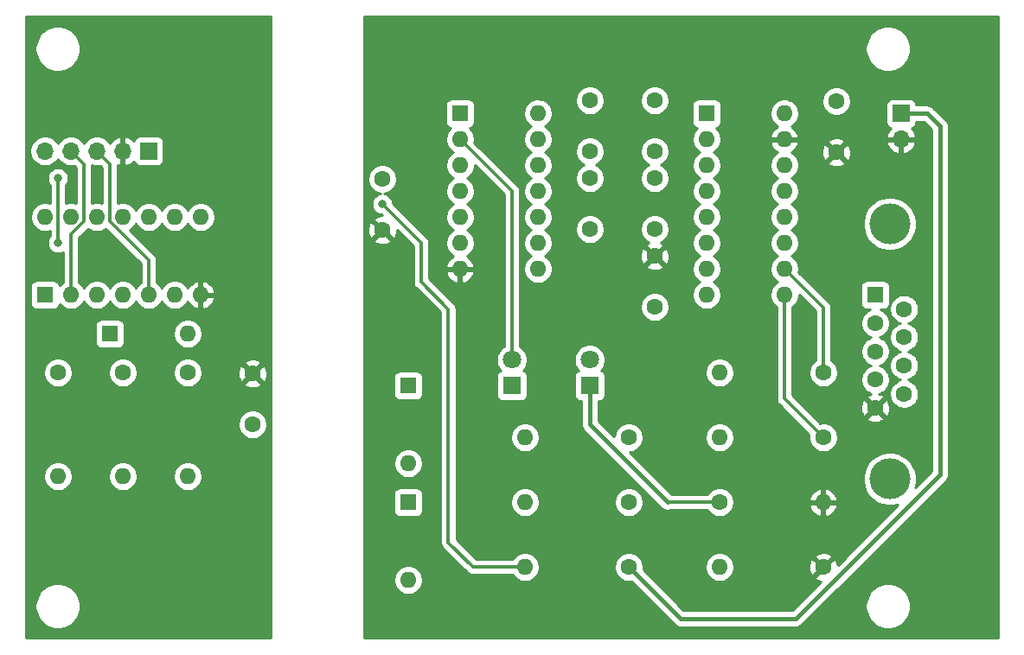
<source format=gbr>
%TF.GenerationSoftware,KiCad,Pcbnew,5.1.6+dfsg1-1~bpo10+1*%
%TF.CreationDate,2020-05-25T22:11:19+02:00*%
%TF.ProjectId,rs232 uart programmer,72733233-3220-4756-9172-742070726f67,rev?*%
%TF.SameCoordinates,Original*%
%TF.FileFunction,Copper,L2,Bot*%
%TF.FilePolarity,Positive*%
%FSLAX46Y46*%
G04 Gerber Fmt 4.6, Leading zero omitted, Abs format (unit mm)*
G04 Created by KiCad (PCBNEW 5.1.6+dfsg1-1~bpo10+1) date 2020-05-25 22:11:19*
%MOMM*%
%LPD*%
G01*
G04 APERTURE LIST*
%TA.AperFunction,ComponentPad*%
%ADD10O,1.600000X1.600000*%
%TD*%
%TA.AperFunction,ComponentPad*%
%ADD11C,1.600000*%
%TD*%
%TA.AperFunction,ComponentPad*%
%ADD12C,1.800000*%
%TD*%
%TA.AperFunction,ComponentPad*%
%ADD13R,1.800000X1.800000*%
%TD*%
%TA.AperFunction,ComponentPad*%
%ADD14R,1.600000X1.600000*%
%TD*%
%TA.AperFunction,ComponentPad*%
%ADD15O,1.700000X1.700000*%
%TD*%
%TA.AperFunction,ComponentPad*%
%ADD16R,1.700000X1.700000*%
%TD*%
%TA.AperFunction,ComponentPad*%
%ADD17C,4.000000*%
%TD*%
%TA.AperFunction,ViaPad*%
%ADD18C,0.800000*%
%TD*%
%TA.AperFunction,Conductor*%
%ADD19C,0.400000*%
%TD*%
%TA.AperFunction,Conductor*%
%ADD20C,0.300000*%
%TD*%
%TA.AperFunction,Conductor*%
%ADD21C,0.254000*%
%TD*%
G04 APERTURE END LIST*
D10*
%TO.P,R10,2*%
%TO.N,GND*%
X243840000Y-99060000D03*
D11*
%TO.P,R10,1*%
%TO.N,Net-(LED2-Pad1)*%
X233680000Y-99060000D03*
%TD*%
D10*
%TO.P,R9,2*%
%TO.N,Net-(LED1-Pad1)*%
X233680000Y-105410000D03*
D11*
%TO.P,R9,1*%
%TO.N,GND*%
X243840000Y-105410000D03*
%TD*%
D10*
%TO.P,R8,2*%
%TO.N,Net-(R8-Pad2)*%
X214630000Y-105410000D03*
D11*
%TO.P,R8,1*%
%TO.N,+5V*%
X224790000Y-105410000D03*
%TD*%
D10*
%TO.P,R7,2*%
%TO.N,Net-(D5-Pad2)*%
X214630000Y-92710000D03*
D11*
%TO.P,R7,1*%
%TO.N,+5V*%
X224790000Y-92710000D03*
%TD*%
D10*
%TO.P,R6,2*%
%TO.N,Net-(D4-Pad2)*%
X214630000Y-99060000D03*
D11*
%TO.P,R6,1*%
%TO.N,+5V*%
X224790000Y-99060000D03*
%TD*%
D10*
%TO.P,R5,2*%
%TO.N,+5VA*%
X181610000Y-96520000D03*
D11*
%TO.P,R5,1*%
%TO.N,Net-(D3-Pad2)*%
X181610000Y-86360000D03*
%TD*%
D10*
%TO.P,R4,2*%
%TO.N,+5VA*%
X175260000Y-96520000D03*
D11*
%TO.P,R4,1*%
%TO.N,Net-(R4-Pad1)*%
X175260000Y-86360000D03*
%TD*%
D10*
%TO.P,R3,2*%
%TO.N,+5VA*%
X168910000Y-96520000D03*
D11*
%TO.P,R3,1*%
%TO.N,Net-(R3-Pad1)*%
X168910000Y-86360000D03*
%TD*%
D10*
%TO.P,R2,2*%
%TO.N,Net-(LED2-Pad2)*%
X233680000Y-92710000D03*
D11*
%TO.P,R2,1*%
%TO.N,Net-(R2-Pad1)*%
X243840000Y-92710000D03*
%TD*%
D10*
%TO.P,R1,2*%
%TO.N,Net-(LED1-Pad2)*%
X233680000Y-86360000D03*
D11*
%TO.P,R1,1*%
%TO.N,Net-(R1-Pad1)*%
X243840000Y-86360000D03*
%TD*%
D12*
%TO.P,LED2,2*%
%TO.N,Net-(LED2-Pad2)*%
X220980000Y-85090000D03*
D13*
%TO.P,LED2,1*%
%TO.N,Net-(LED2-Pad1)*%
X220980000Y-87630000D03*
%TD*%
D10*
%TO.P,U7,16*%
%TO.N,+5V*%
X240030000Y-60960000D03*
%TO.P,U7,8*%
%TO.N,Net-(J2-Pad3)*%
X232410000Y-78740000D03*
%TO.P,U7,15*%
%TO.N,GND*%
X240030000Y-63500000D03*
%TO.P,U7,7*%
%TO.N,Net-(J2-Pad2)*%
X232410000Y-76200000D03*
%TO.P,U7,14*%
%TO.N,Net-(U7-Pad14)*%
X240030000Y-66040000D03*
%TO.P,U7,6*%
%TO.N,Net-(C5-Pad2)*%
X232410000Y-73660000D03*
%TO.P,U7,13*%
%TO.N,Net-(J2-Pad4)*%
X240030000Y-68580000D03*
%TO.P,U7,5*%
%TO.N,Net-(C4-Pad2)*%
X232410000Y-71120000D03*
%TO.P,U7,12*%
%TO.N,Net-(C1-Pad1)*%
X240030000Y-71120000D03*
%TO.P,U7,4*%
%TO.N,Net-(C4-Pad1)*%
X232410000Y-68580000D03*
%TO.P,U7,11*%
%TO.N,Net-(U7-Pad11)*%
X240030000Y-73660000D03*
%TO.P,U7,3*%
%TO.N,Net-(C2-Pad2)*%
X232410000Y-66040000D03*
%TO.P,U7,10*%
%TO.N,Net-(R1-Pad1)*%
X240030000Y-76200000D03*
%TO.P,U7,2*%
%TO.N,Net-(C6-Pad2)*%
X232410000Y-63500000D03*
%TO.P,U7,9*%
%TO.N,Net-(R2-Pad1)*%
X240030000Y-78740000D03*
D14*
%TO.P,U7,1*%
%TO.N,Net-(C2-Pad1)*%
X232410000Y-60960000D03*
%TD*%
D10*
%TO.P,U2,14*%
%TO.N,+5V*%
X215900000Y-60960000D03*
%TO.P,U2,7*%
%TO.N,GND*%
X208280000Y-76200000D03*
%TO.P,U2,13*%
%TO.N,N/C*%
X215900000Y-63500000D03*
%TO.P,U2,6*%
%TO.N,Net-(D5-Pad1)*%
X208280000Y-73660000D03*
%TO.P,U2,12*%
%TO.N,N/C*%
X215900000Y-66040000D03*
%TO.P,U2,5*%
%TO.N,Net-(LED2-Pad2)*%
X208280000Y-71120000D03*
%TO.P,U2,11*%
%TO.N,N/C*%
X215900000Y-68580000D03*
%TO.P,U2,4*%
%TO.N,Net-(D4-Pad1)*%
X208280000Y-68580000D03*
%TO.P,U2,10*%
%TO.N,N/C*%
X215900000Y-71120000D03*
%TO.P,U2,3*%
%TO.N,Net-(C1-Pad2)*%
X208280000Y-66040000D03*
%TO.P,U2,9*%
%TO.N,N/C*%
X215900000Y-73660000D03*
%TO.P,U2,2*%
%TO.N,Net-(LED1-Pad2)*%
X208280000Y-63500000D03*
%TO.P,U2,8*%
%TO.N,N/C*%
X215900000Y-76200000D03*
D14*
%TO.P,U2,1*%
%TO.N,Net-(R8-Pad2)*%
X208280000Y-60960000D03*
%TD*%
%TO.P,U1,1*%
%TO.N,Net-(R3-Pad1)*%
X167640000Y-78740000D03*
D10*
%TO.P,U1,8*%
%TO.N,N/C*%
X182880000Y-71120000D03*
%TO.P,U1,2*%
%TO.N,Net-(J1-Pad4)*%
X170180000Y-78740000D03*
%TO.P,U1,9*%
%TO.N,N/C*%
X180340000Y-71120000D03*
%TO.P,U1,3*%
%TO.N,Net-(R4-Pad1)*%
X172720000Y-78740000D03*
%TO.P,U1,10*%
%TO.N,N/C*%
X177800000Y-71120000D03*
%TO.P,U1,4*%
%TO.N,Net-(J1-Pad5)*%
X175260000Y-78740000D03*
%TO.P,U1,11*%
%TO.N,N/C*%
X175260000Y-71120000D03*
%TO.P,U1,5*%
%TO.N,Net-(J1-Pad3)*%
X177800000Y-78740000D03*
%TO.P,U1,12*%
%TO.N,N/C*%
X172720000Y-71120000D03*
%TO.P,U1,6*%
%TO.N,Net-(D3-Pad1)*%
X180340000Y-78740000D03*
%TO.P,U1,13*%
%TO.N,N/C*%
X170180000Y-71120000D03*
%TO.P,U1,7*%
%TO.N,GNDA*%
X182880000Y-78740000D03*
%TO.P,U1,14*%
%TO.N,+5VA*%
X167640000Y-71120000D03*
%TD*%
D15*
%TO.P,J3,2*%
%TO.N,GND*%
X251460000Y-63500000D03*
D16*
%TO.P,J3,1*%
%TO.N,+5V*%
X251460000Y-60960000D03*
%TD*%
D17*
%TO.P,J2,0*%
%TO.N,Net-(J2-Pad0)*%
X250340000Y-71780000D03*
X250340000Y-96780000D03*
D11*
%TO.P,J2,9*%
%TO.N,Net-(J2-Pad9)*%
X251760000Y-88435000D03*
%TO.P,J2,8*%
%TO.N,Net-(J2-Pad8)*%
X251760000Y-85665000D03*
%TO.P,J2,7*%
%TO.N,Net-(J2-Pad7)*%
X251760000Y-82895000D03*
%TO.P,J2,6*%
%TO.N,Net-(J2-Pad6)*%
X251760000Y-80125000D03*
%TO.P,J2,5*%
%TO.N,GND*%
X248920000Y-89820000D03*
%TO.P,J2,4*%
%TO.N,Net-(J2-Pad4)*%
X248920000Y-87050000D03*
%TO.P,J2,3*%
%TO.N,Net-(J2-Pad3)*%
X248920000Y-84280000D03*
%TO.P,J2,2*%
%TO.N,Net-(J2-Pad2)*%
X248920000Y-81510000D03*
D14*
%TO.P,J2,1*%
%TO.N,Net-(J2-Pad1)*%
X248920000Y-78740000D03*
%TD*%
D16*
%TO.P,J1,1*%
%TO.N,+5VA*%
X177800000Y-64643000D03*
D15*
%TO.P,J1,2*%
%TO.N,GNDA*%
X175260000Y-64643000D03*
%TO.P,J1,3*%
%TO.N,Net-(J1-Pad3)*%
X172720000Y-64643000D03*
%TO.P,J1,4*%
%TO.N,Net-(J1-Pad4)*%
X170180000Y-64643000D03*
%TO.P,J1,5*%
%TO.N,Net-(J1-Pad5)*%
X167640000Y-64643000D03*
%TD*%
D10*
%TO.P,D5,2*%
%TO.N,Net-(D5-Pad2)*%
X203200000Y-95250000D03*
D14*
%TO.P,D5,1*%
%TO.N,Net-(D5-Pad1)*%
X203200000Y-87630000D03*
%TD*%
D10*
%TO.P,D4,2*%
%TO.N,Net-(D4-Pad2)*%
X203200000Y-106680000D03*
D14*
%TO.P,D4,1*%
%TO.N,Net-(D4-Pad1)*%
X203200000Y-99060000D03*
%TD*%
%TO.P,D3,1*%
%TO.N,Net-(D3-Pad1)*%
X173990000Y-82550000D03*
D10*
%TO.P,D3,2*%
%TO.N,Net-(D3-Pad2)*%
X181610000Y-82550000D03*
%TD*%
D12*
%TO.P,LED1,2*%
%TO.N,Net-(LED1-Pad2)*%
X213360000Y-85090000D03*
D13*
%TO.P,LED1,1*%
%TO.N,Net-(LED1-Pad1)*%
X213360000Y-87630000D03*
%TD*%
D11*
%TO.P,C8,1*%
%TO.N,GND*%
X200660000Y-72390000D03*
%TO.P,C8,2*%
%TO.N,+5V*%
X200660000Y-67390000D03*
%TD*%
%TO.P,C7,1*%
%TO.N,+5VA*%
X187960000Y-91440000D03*
%TO.P,C7,2*%
%TO.N,GNDA*%
X187960000Y-86440000D03*
%TD*%
%TO.P,C6,2*%
%TO.N,Net-(C6-Pad2)*%
X220980000Y-64690000D03*
%TO.P,C6,1*%
%TO.N,+5V*%
X220980000Y-59690000D03*
%TD*%
%TO.P,C5,2*%
%TO.N,Net-(C5-Pad2)*%
X227330000Y-79930000D03*
%TO.P,C5,1*%
%TO.N,GND*%
X227330000Y-74930000D03*
%TD*%
%TO.P,C4,2*%
%TO.N,Net-(C4-Pad2)*%
X227330000Y-72310000D03*
%TO.P,C4,1*%
%TO.N,Net-(C4-Pad1)*%
X227330000Y-67310000D03*
%TD*%
%TO.P,C3,2*%
%TO.N,+5V*%
X245110000Y-59770000D03*
%TO.P,C3,1*%
%TO.N,GND*%
X245110000Y-64770000D03*
%TD*%
%TO.P,C2,2*%
%TO.N,Net-(C2-Pad2)*%
X227330000Y-64690000D03*
%TO.P,C2,1*%
%TO.N,Net-(C2-Pad1)*%
X227330000Y-59690000D03*
%TD*%
%TO.P,C1,2*%
%TO.N,Net-(C1-Pad2)*%
X220980000Y-72310000D03*
%TO.P,C1,1*%
%TO.N,Net-(C1-Pad1)*%
X220980000Y-67310000D03*
%TD*%
D18*
%TO.N,GND*%
X199390000Y-85090000D03*
X199390000Y-90170000D03*
X203040000Y-62590000D03*
X224155000Y-66675000D03*
X236220000Y-74295000D03*
X245745000Y-76200000D03*
X225425000Y-88265000D03*
X215900000Y-82550000D03*
X202565000Y-109855000D03*
X214630000Y-109855000D03*
X245110000Y-109855000D03*
X257810000Y-109855000D03*
X257810000Y-100965000D03*
X257810000Y-67310000D03*
X257810000Y-53340000D03*
X238125000Y-53340000D03*
X223520000Y-53340000D03*
X213995000Y-53340000D03*
X201295000Y-53340000D03*
X226060000Y-109855000D03*
%TO.N,GNDA*%
X178400000Y-99220000D03*
X187325000Y-81915000D03*
X175260000Y-93345000D03*
X178435000Y-84455000D03*
X170180000Y-81915000D03*
X173990000Y-74930000D03*
X172720000Y-67310000D03*
X187325000Y-53340000D03*
X175260000Y-53340000D03*
X167640000Y-59690000D03*
X167640000Y-102235000D03*
X175260000Y-109855000D03*
X187325000Y-109855000D03*
X187325000Y-62865000D03*
%TO.N,Net-(J1-Pad5)*%
X168910000Y-67310000D03*
X168910000Y-73660000D03*
%TO.N,Net-(R8-Pad2)*%
X200660000Y-69850000D03*
%TD*%
D19*
%TO.N,+5V*%
X251460000Y-60960000D02*
X254000000Y-60960000D01*
X254000000Y-60960000D02*
X255270000Y-62230000D01*
X255270000Y-96348002D02*
X241128002Y-110490000D01*
X255270000Y-62230000D02*
X255270000Y-96348002D01*
X229870000Y-110490000D02*
X229552500Y-110172500D01*
X241128002Y-110490000D02*
X229870000Y-110490000D01*
X229552500Y-110172500D02*
X224790000Y-105410000D01*
D20*
%TO.N,Net-(J1-Pad5)*%
X168910000Y-67310000D02*
X168910000Y-71552002D01*
X168910000Y-71552002D02*
X168910000Y-73660000D01*
%TO.N,Net-(J1-Pad4)*%
X171450000Y-65913000D02*
X170180000Y-64643000D01*
X171450000Y-71552002D02*
X171450000Y-65913000D01*
X170180000Y-78740000D02*
X170180000Y-72822002D01*
X170180000Y-72822002D02*
X171450000Y-71552002D01*
%TO.N,Net-(J1-Pad3)*%
X177800000Y-75362002D02*
X177800000Y-78740000D01*
X173990000Y-71552002D02*
X177800000Y-75362002D01*
X173990000Y-65913000D02*
X172720000Y-64643000D01*
X173990000Y-71552002D02*
X173990000Y-65913000D01*
%TO.N,Net-(R1-Pad1)*%
X243840000Y-80010000D02*
X240030000Y-76200000D01*
X243840000Y-86360000D02*
X243840000Y-80010000D01*
%TO.N,Net-(R2-Pad1)*%
X240030000Y-88900000D02*
X240030000Y-78740000D01*
X243840000Y-92710000D02*
X240030000Y-88900000D01*
%TO.N,Net-(R8-Pad2)*%
X207129999Y-102989999D02*
X207129999Y-80129999D01*
X209550000Y-105410000D02*
X207129999Y-102989999D01*
X207129999Y-80129999D02*
X204470000Y-77470000D01*
X204470000Y-77470000D02*
X204470000Y-73660000D01*
X204470000Y-73660000D02*
X200660000Y-69850000D01*
X209550000Y-105410000D02*
X214630000Y-105410000D01*
%TO.N,Net-(LED1-Pad2)*%
X213360000Y-68580000D02*
X208280000Y-63500000D01*
X213360000Y-85090000D02*
X213360000Y-68580000D01*
D19*
%TO.N,Net-(LED2-Pad1)*%
X220980000Y-91440000D02*
X220980000Y-87630000D01*
X228600000Y-99060000D02*
X220980000Y-91440000D01*
D20*
X228600000Y-99060000D02*
X233680000Y-99060000D01*
%TD*%
D21*
%TO.N,GND*%
G36*
X260960000Y-112370000D02*
G01*
X198882000Y-112370000D01*
X198882000Y-106538665D01*
X201765000Y-106538665D01*
X201765000Y-106821335D01*
X201820147Y-107098574D01*
X201928320Y-107359727D01*
X202085363Y-107594759D01*
X202285241Y-107794637D01*
X202520273Y-107951680D01*
X202781426Y-108059853D01*
X203058665Y-108115000D01*
X203341335Y-108115000D01*
X203618574Y-108059853D01*
X203879727Y-107951680D01*
X204114759Y-107794637D01*
X204314637Y-107594759D01*
X204471680Y-107359727D01*
X204579853Y-107098574D01*
X204635000Y-106821335D01*
X204635000Y-106538665D01*
X204579853Y-106261426D01*
X204471680Y-106000273D01*
X204314637Y-105765241D01*
X204114759Y-105565363D01*
X203879727Y-105408320D01*
X203618574Y-105300147D01*
X203341335Y-105245000D01*
X203058665Y-105245000D01*
X202781426Y-105300147D01*
X202520273Y-105408320D01*
X202285241Y-105565363D01*
X202085363Y-105765241D01*
X201928320Y-106000273D01*
X201820147Y-106261426D01*
X201765000Y-106538665D01*
X198882000Y-106538665D01*
X198882000Y-98260000D01*
X201761928Y-98260000D01*
X201761928Y-99860000D01*
X201774188Y-99984482D01*
X201810498Y-100104180D01*
X201869463Y-100214494D01*
X201948815Y-100311185D01*
X202045506Y-100390537D01*
X202155820Y-100449502D01*
X202275518Y-100485812D01*
X202400000Y-100498072D01*
X204000000Y-100498072D01*
X204124482Y-100485812D01*
X204244180Y-100449502D01*
X204354494Y-100390537D01*
X204451185Y-100311185D01*
X204530537Y-100214494D01*
X204589502Y-100104180D01*
X204625812Y-99984482D01*
X204638072Y-99860000D01*
X204638072Y-98260000D01*
X204625812Y-98135518D01*
X204589502Y-98015820D01*
X204530537Y-97905506D01*
X204451185Y-97808815D01*
X204354494Y-97729463D01*
X204244180Y-97670498D01*
X204124482Y-97634188D01*
X204000000Y-97621928D01*
X202400000Y-97621928D01*
X202275518Y-97634188D01*
X202155820Y-97670498D01*
X202045506Y-97729463D01*
X201948815Y-97808815D01*
X201869463Y-97905506D01*
X201810498Y-98015820D01*
X201774188Y-98135518D01*
X201761928Y-98260000D01*
X198882000Y-98260000D01*
X198882000Y-95108665D01*
X201765000Y-95108665D01*
X201765000Y-95391335D01*
X201820147Y-95668574D01*
X201928320Y-95929727D01*
X202085363Y-96164759D01*
X202285241Y-96364637D01*
X202520273Y-96521680D01*
X202781426Y-96629853D01*
X203058665Y-96685000D01*
X203341335Y-96685000D01*
X203618574Y-96629853D01*
X203879727Y-96521680D01*
X204114759Y-96364637D01*
X204314637Y-96164759D01*
X204471680Y-95929727D01*
X204579853Y-95668574D01*
X204635000Y-95391335D01*
X204635000Y-95108665D01*
X204579853Y-94831426D01*
X204471680Y-94570273D01*
X204314637Y-94335241D01*
X204114759Y-94135363D01*
X203879727Y-93978320D01*
X203618574Y-93870147D01*
X203341335Y-93815000D01*
X203058665Y-93815000D01*
X202781426Y-93870147D01*
X202520273Y-93978320D01*
X202285241Y-94135363D01*
X202085363Y-94335241D01*
X201928320Y-94570273D01*
X201820147Y-94831426D01*
X201765000Y-95108665D01*
X198882000Y-95108665D01*
X198882000Y-86830000D01*
X201761928Y-86830000D01*
X201761928Y-88430000D01*
X201774188Y-88554482D01*
X201810498Y-88674180D01*
X201869463Y-88784494D01*
X201948815Y-88881185D01*
X202045506Y-88960537D01*
X202155820Y-89019502D01*
X202275518Y-89055812D01*
X202400000Y-89068072D01*
X204000000Y-89068072D01*
X204124482Y-89055812D01*
X204244180Y-89019502D01*
X204354494Y-88960537D01*
X204451185Y-88881185D01*
X204530537Y-88784494D01*
X204589502Y-88674180D01*
X204625812Y-88554482D01*
X204638072Y-88430000D01*
X204638072Y-86830000D01*
X204625812Y-86705518D01*
X204589502Y-86585820D01*
X204530537Y-86475506D01*
X204451185Y-86378815D01*
X204354494Y-86299463D01*
X204244180Y-86240498D01*
X204124482Y-86204188D01*
X204000000Y-86191928D01*
X202400000Y-86191928D01*
X202275518Y-86204188D01*
X202155820Y-86240498D01*
X202045506Y-86299463D01*
X201948815Y-86378815D01*
X201869463Y-86475506D01*
X201810498Y-86585820D01*
X201774188Y-86705518D01*
X201761928Y-86830000D01*
X198882000Y-86830000D01*
X198882000Y-73382702D01*
X199846903Y-73382702D01*
X199918486Y-73626671D01*
X200173996Y-73747571D01*
X200448184Y-73816300D01*
X200730512Y-73830217D01*
X201010130Y-73788787D01*
X201276292Y-73693603D01*
X201401514Y-73626671D01*
X201473097Y-73382702D01*
X200660000Y-72569605D01*
X199846903Y-73382702D01*
X198882000Y-73382702D01*
X198882000Y-72460512D01*
X199219783Y-72460512D01*
X199261213Y-72740130D01*
X199356397Y-73006292D01*
X199423329Y-73131514D01*
X199667298Y-73203097D01*
X200480395Y-72390000D01*
X199667298Y-71576903D01*
X199423329Y-71648486D01*
X199302429Y-71903996D01*
X199233700Y-72178184D01*
X199219783Y-72460512D01*
X198882000Y-72460512D01*
X198882000Y-67248665D01*
X199225000Y-67248665D01*
X199225000Y-67531335D01*
X199280147Y-67808574D01*
X199388320Y-68069727D01*
X199545363Y-68304759D01*
X199745241Y-68504637D01*
X199980273Y-68661680D01*
X200241426Y-68769853D01*
X200513226Y-68823918D01*
X200358102Y-68854774D01*
X200169744Y-68932795D01*
X200000226Y-69046063D01*
X199856063Y-69190226D01*
X199742795Y-69359744D01*
X199664774Y-69548102D01*
X199625000Y-69748061D01*
X199625000Y-69951939D01*
X199664774Y-70151898D01*
X199742795Y-70340256D01*
X199856063Y-70509774D01*
X200000226Y-70653937D01*
X200169744Y-70767205D01*
X200358102Y-70845226D01*
X200558061Y-70885000D01*
X200584843Y-70885000D01*
X200652744Y-70952901D01*
X200589488Y-70949783D01*
X200309870Y-70991213D01*
X200043708Y-71086397D01*
X199918486Y-71153329D01*
X199846903Y-71397298D01*
X200660000Y-72210395D01*
X200674143Y-72196253D01*
X200853748Y-72375858D01*
X200839605Y-72390000D01*
X201652702Y-73203097D01*
X201896671Y-73131514D01*
X202017571Y-72876004D01*
X202086300Y-72601816D01*
X202096417Y-72396574D01*
X203685001Y-73985158D01*
X203685000Y-77431447D01*
X203681203Y-77470000D01*
X203685000Y-77508553D01*
X203685000Y-77508560D01*
X203696359Y-77623886D01*
X203741246Y-77771859D01*
X203814138Y-77908232D01*
X203912236Y-78027764D01*
X203942190Y-78052347D01*
X206345000Y-80455157D01*
X206344999Y-102951446D01*
X206341202Y-102989999D01*
X206344999Y-103028552D01*
X206344999Y-103028559D01*
X206356358Y-103143885D01*
X206401245Y-103291858D01*
X206474137Y-103428231D01*
X206572235Y-103547763D01*
X206602189Y-103572346D01*
X208967658Y-105937816D01*
X208992236Y-105967764D01*
X209022184Y-105992342D01*
X209022187Y-105992345D01*
X209051559Y-106016450D01*
X209111767Y-106065862D01*
X209248140Y-106138754D01*
X209361672Y-106173194D01*
X209396112Y-106183641D01*
X209410490Y-106185057D01*
X209511439Y-106195000D01*
X209511446Y-106195000D01*
X209549999Y-106198797D01*
X209588552Y-106195000D01*
X213428661Y-106195000D01*
X213515363Y-106324759D01*
X213715241Y-106524637D01*
X213950273Y-106681680D01*
X214211426Y-106789853D01*
X214488665Y-106845000D01*
X214771335Y-106845000D01*
X215048574Y-106789853D01*
X215309727Y-106681680D01*
X215544759Y-106524637D01*
X215744637Y-106324759D01*
X215901680Y-106089727D01*
X216009853Y-105828574D01*
X216065000Y-105551335D01*
X216065000Y-105268665D01*
X223355000Y-105268665D01*
X223355000Y-105551335D01*
X223410147Y-105828574D01*
X223518320Y-106089727D01*
X223675363Y-106324759D01*
X223875241Y-106524637D01*
X224110273Y-106681680D01*
X224371426Y-106789853D01*
X224648665Y-106845000D01*
X224931335Y-106845000D01*
X225025418Y-106826285D01*
X228991070Y-110791938D01*
X228991075Y-110791942D01*
X229250558Y-111051426D01*
X229276709Y-111083291D01*
X229403854Y-111187636D01*
X229548913Y-111265172D01*
X229706311Y-111312918D01*
X229870000Y-111329040D01*
X229911018Y-111325000D01*
X241086984Y-111325000D01*
X241128002Y-111329040D01*
X241169020Y-111325000D01*
X241169021Y-111325000D01*
X241291691Y-111312918D01*
X241449089Y-111265172D01*
X241594148Y-111187636D01*
X241721293Y-111083291D01*
X241747448Y-111051421D01*
X243798997Y-108999872D01*
X247955000Y-108999872D01*
X247955000Y-109440128D01*
X248040890Y-109871925D01*
X248209369Y-110278669D01*
X248453962Y-110644729D01*
X248765271Y-110956038D01*
X249131331Y-111200631D01*
X249538075Y-111369110D01*
X249969872Y-111455000D01*
X250410128Y-111455000D01*
X250841925Y-111369110D01*
X251248669Y-111200631D01*
X251614729Y-110956038D01*
X251926038Y-110644729D01*
X252170631Y-110278669D01*
X252339110Y-109871925D01*
X252425000Y-109440128D01*
X252425000Y-108999872D01*
X252339110Y-108568075D01*
X252170631Y-108161331D01*
X251926038Y-107795271D01*
X251614729Y-107483962D01*
X251248669Y-107239369D01*
X250841925Y-107070890D01*
X250410128Y-106985000D01*
X249969872Y-106985000D01*
X249538075Y-107070890D01*
X249131331Y-107239369D01*
X248765271Y-107483962D01*
X248453962Y-107795271D01*
X248209369Y-108161331D01*
X248040890Y-108568075D01*
X247955000Y-108999872D01*
X243798997Y-108999872D01*
X255831427Y-96967443D01*
X255863291Y-96941293D01*
X255967636Y-96814148D01*
X256045172Y-96669089D01*
X256092918Y-96511691D01*
X256105000Y-96389021D01*
X256105000Y-96389011D01*
X256109039Y-96348003D01*
X256105000Y-96306995D01*
X256105000Y-62271015D01*
X256109040Y-62229999D01*
X256098220Y-62120147D01*
X256092918Y-62066311D01*
X256045172Y-61908913D01*
X255967636Y-61763854D01*
X255863291Y-61636709D01*
X255831428Y-61610560D01*
X254619446Y-60398579D01*
X254593291Y-60366709D01*
X254466146Y-60262364D01*
X254321087Y-60184828D01*
X254163689Y-60137082D01*
X254041019Y-60125000D01*
X254041018Y-60125000D01*
X254000000Y-60120960D01*
X253958982Y-60125000D01*
X252948072Y-60125000D01*
X252948072Y-60110000D01*
X252935812Y-59985518D01*
X252899502Y-59865820D01*
X252840537Y-59755506D01*
X252761185Y-59658815D01*
X252664494Y-59579463D01*
X252554180Y-59520498D01*
X252434482Y-59484188D01*
X252310000Y-59471928D01*
X250610000Y-59471928D01*
X250485518Y-59484188D01*
X250365820Y-59520498D01*
X250255506Y-59579463D01*
X250158815Y-59658815D01*
X250079463Y-59755506D01*
X250020498Y-59865820D01*
X249984188Y-59985518D01*
X249971928Y-60110000D01*
X249971928Y-61810000D01*
X249984188Y-61934482D01*
X250020498Y-62054180D01*
X250079463Y-62164494D01*
X250158815Y-62261185D01*
X250255506Y-62340537D01*
X250365820Y-62399502D01*
X250446466Y-62423966D01*
X250362412Y-62499731D01*
X250188359Y-62733080D01*
X250063175Y-62995901D01*
X250018524Y-63143110D01*
X250139845Y-63373000D01*
X251333000Y-63373000D01*
X251333000Y-63353000D01*
X251587000Y-63353000D01*
X251587000Y-63373000D01*
X252780155Y-63373000D01*
X252901476Y-63143110D01*
X252856825Y-62995901D01*
X252731641Y-62733080D01*
X252557588Y-62499731D01*
X252473534Y-62423966D01*
X252554180Y-62399502D01*
X252664494Y-62340537D01*
X252761185Y-62261185D01*
X252840537Y-62164494D01*
X252899502Y-62054180D01*
X252935812Y-61934482D01*
X252948072Y-61810000D01*
X252948072Y-61795000D01*
X253654133Y-61795000D01*
X254435000Y-62575868D01*
X254435001Y-96002133D01*
X252863278Y-97573856D01*
X252873739Y-97548601D01*
X252975000Y-97039525D01*
X252975000Y-96520475D01*
X252873739Y-96011399D01*
X252675107Y-95531859D01*
X252386738Y-95100285D01*
X252019715Y-94733262D01*
X251588141Y-94444893D01*
X251108601Y-94246261D01*
X250599525Y-94145000D01*
X250080475Y-94145000D01*
X249571399Y-94246261D01*
X249091859Y-94444893D01*
X248660285Y-94733262D01*
X248293262Y-95100285D01*
X248004893Y-95531859D01*
X247806261Y-96011399D01*
X247705000Y-96520475D01*
X247705000Y-97039525D01*
X247806261Y-97548601D01*
X248004893Y-98028141D01*
X248293262Y-98459715D01*
X248660285Y-98826738D01*
X249091859Y-99115107D01*
X249571399Y-99313739D01*
X250080475Y-99415000D01*
X250599525Y-99415000D01*
X251108601Y-99313739D01*
X251133856Y-99303278D01*
X245256657Y-105180478D01*
X245238787Y-105059870D01*
X245143603Y-104793708D01*
X245076671Y-104668486D01*
X244832702Y-104596903D01*
X244019605Y-105410000D01*
X244033748Y-105424143D01*
X243854143Y-105603748D01*
X243840000Y-105589605D01*
X243026903Y-106402702D01*
X243098486Y-106646671D01*
X243353996Y-106767571D01*
X243606316Y-106830819D01*
X240782135Y-109655000D01*
X230215867Y-109655000D01*
X230171942Y-109611075D01*
X230171938Y-109611070D01*
X226206285Y-105645418D01*
X226225000Y-105551335D01*
X226225000Y-105268665D01*
X232245000Y-105268665D01*
X232245000Y-105551335D01*
X232300147Y-105828574D01*
X232408320Y-106089727D01*
X232565363Y-106324759D01*
X232765241Y-106524637D01*
X233000273Y-106681680D01*
X233261426Y-106789853D01*
X233538665Y-106845000D01*
X233821335Y-106845000D01*
X234098574Y-106789853D01*
X234359727Y-106681680D01*
X234594759Y-106524637D01*
X234794637Y-106324759D01*
X234951680Y-106089727D01*
X235059853Y-105828574D01*
X235115000Y-105551335D01*
X235115000Y-105480512D01*
X242399783Y-105480512D01*
X242441213Y-105760130D01*
X242536397Y-106026292D01*
X242603329Y-106151514D01*
X242847298Y-106223097D01*
X243660395Y-105410000D01*
X242847298Y-104596903D01*
X242603329Y-104668486D01*
X242482429Y-104923996D01*
X242413700Y-105198184D01*
X242399783Y-105480512D01*
X235115000Y-105480512D01*
X235115000Y-105268665D01*
X235059853Y-104991426D01*
X234951680Y-104730273D01*
X234794637Y-104495241D01*
X234716694Y-104417298D01*
X243026903Y-104417298D01*
X243840000Y-105230395D01*
X244653097Y-104417298D01*
X244581514Y-104173329D01*
X244326004Y-104052429D01*
X244051816Y-103983700D01*
X243769488Y-103969783D01*
X243489870Y-104011213D01*
X243223708Y-104106397D01*
X243098486Y-104173329D01*
X243026903Y-104417298D01*
X234716694Y-104417298D01*
X234594759Y-104295363D01*
X234359727Y-104138320D01*
X234098574Y-104030147D01*
X233821335Y-103975000D01*
X233538665Y-103975000D01*
X233261426Y-104030147D01*
X233000273Y-104138320D01*
X232765241Y-104295363D01*
X232565363Y-104495241D01*
X232408320Y-104730273D01*
X232300147Y-104991426D01*
X232245000Y-105268665D01*
X226225000Y-105268665D01*
X226169853Y-104991426D01*
X226061680Y-104730273D01*
X225904637Y-104495241D01*
X225704759Y-104295363D01*
X225469727Y-104138320D01*
X225208574Y-104030147D01*
X224931335Y-103975000D01*
X224648665Y-103975000D01*
X224371426Y-104030147D01*
X224110273Y-104138320D01*
X223875241Y-104295363D01*
X223675363Y-104495241D01*
X223518320Y-104730273D01*
X223410147Y-104991426D01*
X223355000Y-105268665D01*
X216065000Y-105268665D01*
X216009853Y-104991426D01*
X215901680Y-104730273D01*
X215744637Y-104495241D01*
X215544759Y-104295363D01*
X215309727Y-104138320D01*
X215048574Y-104030147D01*
X214771335Y-103975000D01*
X214488665Y-103975000D01*
X214211426Y-104030147D01*
X213950273Y-104138320D01*
X213715241Y-104295363D01*
X213515363Y-104495241D01*
X213428661Y-104625000D01*
X209875158Y-104625000D01*
X207914999Y-102664842D01*
X207914999Y-98918665D01*
X213195000Y-98918665D01*
X213195000Y-99201335D01*
X213250147Y-99478574D01*
X213358320Y-99739727D01*
X213515363Y-99974759D01*
X213715241Y-100174637D01*
X213950273Y-100331680D01*
X214211426Y-100439853D01*
X214488665Y-100495000D01*
X214771335Y-100495000D01*
X215048574Y-100439853D01*
X215309727Y-100331680D01*
X215544759Y-100174637D01*
X215744637Y-99974759D01*
X215901680Y-99739727D01*
X216009853Y-99478574D01*
X216065000Y-99201335D01*
X216065000Y-98918665D01*
X223355000Y-98918665D01*
X223355000Y-99201335D01*
X223410147Y-99478574D01*
X223518320Y-99739727D01*
X223675363Y-99974759D01*
X223875241Y-100174637D01*
X224110273Y-100331680D01*
X224371426Y-100439853D01*
X224648665Y-100495000D01*
X224931335Y-100495000D01*
X225208574Y-100439853D01*
X225469727Y-100331680D01*
X225704759Y-100174637D01*
X225904637Y-99974759D01*
X226061680Y-99739727D01*
X226169853Y-99478574D01*
X226225000Y-99201335D01*
X226225000Y-98918665D01*
X226169853Y-98641426D01*
X226061680Y-98380273D01*
X225904637Y-98145241D01*
X225704759Y-97945363D01*
X225469727Y-97788320D01*
X225208574Y-97680147D01*
X224931335Y-97625000D01*
X224648665Y-97625000D01*
X224371426Y-97680147D01*
X224110273Y-97788320D01*
X223875241Y-97945363D01*
X223675363Y-98145241D01*
X223518320Y-98380273D01*
X223410147Y-98641426D01*
X223355000Y-98918665D01*
X216065000Y-98918665D01*
X216009853Y-98641426D01*
X215901680Y-98380273D01*
X215744637Y-98145241D01*
X215544759Y-97945363D01*
X215309727Y-97788320D01*
X215048574Y-97680147D01*
X214771335Y-97625000D01*
X214488665Y-97625000D01*
X214211426Y-97680147D01*
X213950273Y-97788320D01*
X213715241Y-97945363D01*
X213515363Y-98145241D01*
X213358320Y-98380273D01*
X213250147Y-98641426D01*
X213195000Y-98918665D01*
X207914999Y-98918665D01*
X207914999Y-92568665D01*
X213195000Y-92568665D01*
X213195000Y-92851335D01*
X213250147Y-93128574D01*
X213358320Y-93389727D01*
X213515363Y-93624759D01*
X213715241Y-93824637D01*
X213950273Y-93981680D01*
X214211426Y-94089853D01*
X214488665Y-94145000D01*
X214771335Y-94145000D01*
X215048574Y-94089853D01*
X215309727Y-93981680D01*
X215544759Y-93824637D01*
X215744637Y-93624759D01*
X215901680Y-93389727D01*
X216009853Y-93128574D01*
X216065000Y-92851335D01*
X216065000Y-92568665D01*
X216009853Y-92291426D01*
X215901680Y-92030273D01*
X215744637Y-91795241D01*
X215544759Y-91595363D01*
X215309727Y-91438320D01*
X215048574Y-91330147D01*
X214771335Y-91275000D01*
X214488665Y-91275000D01*
X214211426Y-91330147D01*
X213950273Y-91438320D01*
X213715241Y-91595363D01*
X213515363Y-91795241D01*
X213358320Y-92030273D01*
X213250147Y-92291426D01*
X213195000Y-92568665D01*
X207914999Y-92568665D01*
X207914999Y-80168555D01*
X207918796Y-80129999D01*
X207914999Y-80091443D01*
X207914999Y-80091438D01*
X207911019Y-80051025D01*
X207903641Y-79976112D01*
X207858753Y-79828139D01*
X207837654Y-79788665D01*
X207785861Y-79691766D01*
X207687763Y-79572235D01*
X207657809Y-79547652D01*
X205255000Y-77144843D01*
X205255000Y-76549039D01*
X206888096Y-76549039D01*
X206928754Y-76683087D01*
X207048963Y-76937420D01*
X207216481Y-77163414D01*
X207424869Y-77352385D01*
X207666119Y-77497070D01*
X207930960Y-77591909D01*
X208153000Y-77470624D01*
X208153000Y-76327000D01*
X208407000Y-76327000D01*
X208407000Y-77470624D01*
X208629040Y-77591909D01*
X208893881Y-77497070D01*
X209135131Y-77352385D01*
X209343519Y-77163414D01*
X209511037Y-76937420D01*
X209631246Y-76683087D01*
X209671904Y-76549039D01*
X209549915Y-76327000D01*
X208407000Y-76327000D01*
X208153000Y-76327000D01*
X207010085Y-76327000D01*
X206888096Y-76549039D01*
X205255000Y-76549039D01*
X205255000Y-73698556D01*
X205258797Y-73660000D01*
X205255000Y-73621444D01*
X205255000Y-73621439D01*
X205250173Y-73572429D01*
X205243642Y-73506113D01*
X205198754Y-73358140D01*
X205125862Y-73221767D01*
X205027764Y-73102236D01*
X204997810Y-73077653D01*
X201695000Y-69774843D01*
X201695000Y-69748061D01*
X201655226Y-69548102D01*
X201577205Y-69359744D01*
X201463937Y-69190226D01*
X201319774Y-69046063D01*
X201150256Y-68932795D01*
X200961898Y-68854774D01*
X200806774Y-68823918D01*
X201078574Y-68769853D01*
X201339727Y-68661680D01*
X201574759Y-68504637D01*
X201774637Y-68304759D01*
X201931680Y-68069727D01*
X202039853Y-67808574D01*
X202095000Y-67531335D01*
X202095000Y-67248665D01*
X202039853Y-66971426D01*
X201931680Y-66710273D01*
X201774637Y-66475241D01*
X201574759Y-66275363D01*
X201339727Y-66118320D01*
X201078574Y-66010147D01*
X200801335Y-65955000D01*
X200518665Y-65955000D01*
X200241426Y-66010147D01*
X199980273Y-66118320D01*
X199745241Y-66275363D01*
X199545363Y-66475241D01*
X199388320Y-66710273D01*
X199280147Y-66971426D01*
X199225000Y-67248665D01*
X198882000Y-67248665D01*
X198882000Y-60160000D01*
X206841928Y-60160000D01*
X206841928Y-61760000D01*
X206854188Y-61884482D01*
X206890498Y-62004180D01*
X206949463Y-62114494D01*
X207028815Y-62211185D01*
X207125506Y-62290537D01*
X207235820Y-62349502D01*
X207355518Y-62385812D01*
X207363961Y-62386643D01*
X207165363Y-62585241D01*
X207008320Y-62820273D01*
X206900147Y-63081426D01*
X206845000Y-63358665D01*
X206845000Y-63641335D01*
X206900147Y-63918574D01*
X207008320Y-64179727D01*
X207165363Y-64414759D01*
X207365241Y-64614637D01*
X207597759Y-64770000D01*
X207365241Y-64925363D01*
X207165363Y-65125241D01*
X207008320Y-65360273D01*
X206900147Y-65621426D01*
X206845000Y-65898665D01*
X206845000Y-66181335D01*
X206900147Y-66458574D01*
X207008320Y-66719727D01*
X207165363Y-66954759D01*
X207365241Y-67154637D01*
X207597759Y-67310000D01*
X207365241Y-67465363D01*
X207165363Y-67665241D01*
X207008320Y-67900273D01*
X206900147Y-68161426D01*
X206845000Y-68438665D01*
X206845000Y-68721335D01*
X206900147Y-68998574D01*
X207008320Y-69259727D01*
X207165363Y-69494759D01*
X207365241Y-69694637D01*
X207597759Y-69850000D01*
X207365241Y-70005363D01*
X207165363Y-70205241D01*
X207008320Y-70440273D01*
X206900147Y-70701426D01*
X206845000Y-70978665D01*
X206845000Y-71261335D01*
X206900147Y-71538574D01*
X207008320Y-71799727D01*
X207165363Y-72034759D01*
X207365241Y-72234637D01*
X207597759Y-72390000D01*
X207365241Y-72545363D01*
X207165363Y-72745241D01*
X207008320Y-72980273D01*
X206900147Y-73241426D01*
X206845000Y-73518665D01*
X206845000Y-73801335D01*
X206900147Y-74078574D01*
X207008320Y-74339727D01*
X207165363Y-74574759D01*
X207365241Y-74774637D01*
X207600273Y-74931680D01*
X207610865Y-74936067D01*
X207424869Y-75047615D01*
X207216481Y-75236586D01*
X207048963Y-75462580D01*
X206928754Y-75716913D01*
X206888096Y-75850961D01*
X207010085Y-76073000D01*
X208153000Y-76073000D01*
X208153000Y-76053000D01*
X208407000Y-76053000D01*
X208407000Y-76073000D01*
X209549915Y-76073000D01*
X209671904Y-75850961D01*
X209631246Y-75716913D01*
X209511037Y-75462580D01*
X209343519Y-75236586D01*
X209135131Y-75047615D01*
X208949135Y-74936067D01*
X208959727Y-74931680D01*
X209194759Y-74774637D01*
X209394637Y-74574759D01*
X209551680Y-74339727D01*
X209659853Y-74078574D01*
X209715000Y-73801335D01*
X209715000Y-73518665D01*
X209659853Y-73241426D01*
X209551680Y-72980273D01*
X209394637Y-72745241D01*
X209194759Y-72545363D01*
X208962241Y-72390000D01*
X209194759Y-72234637D01*
X209394637Y-72034759D01*
X209551680Y-71799727D01*
X209659853Y-71538574D01*
X209715000Y-71261335D01*
X209715000Y-70978665D01*
X209659853Y-70701426D01*
X209551680Y-70440273D01*
X209394637Y-70205241D01*
X209194759Y-70005363D01*
X208962241Y-69850000D01*
X209194759Y-69694637D01*
X209394637Y-69494759D01*
X209551680Y-69259727D01*
X209659853Y-68998574D01*
X209715000Y-68721335D01*
X209715000Y-68438665D01*
X209659853Y-68161426D01*
X209551680Y-67900273D01*
X209394637Y-67665241D01*
X209194759Y-67465363D01*
X208962241Y-67310000D01*
X209194759Y-67154637D01*
X209394637Y-66954759D01*
X209551680Y-66719727D01*
X209659853Y-66458574D01*
X209715000Y-66181335D01*
X209715000Y-66045157D01*
X212575001Y-68905159D01*
X212575000Y-83768392D01*
X212381495Y-83897688D01*
X212167688Y-84111495D01*
X211999701Y-84362905D01*
X211883989Y-84642257D01*
X211825000Y-84938816D01*
X211825000Y-85241184D01*
X211883989Y-85537743D01*
X211999701Y-85817095D01*
X212167688Y-86068505D01*
X212234127Y-86134944D01*
X212215820Y-86140498D01*
X212105506Y-86199463D01*
X212008815Y-86278815D01*
X211929463Y-86375506D01*
X211870498Y-86485820D01*
X211834188Y-86605518D01*
X211821928Y-86730000D01*
X211821928Y-88530000D01*
X211834188Y-88654482D01*
X211870498Y-88774180D01*
X211929463Y-88884494D01*
X212008815Y-88981185D01*
X212105506Y-89060537D01*
X212215820Y-89119502D01*
X212335518Y-89155812D01*
X212460000Y-89168072D01*
X214260000Y-89168072D01*
X214384482Y-89155812D01*
X214504180Y-89119502D01*
X214614494Y-89060537D01*
X214711185Y-88981185D01*
X214790537Y-88884494D01*
X214849502Y-88774180D01*
X214885812Y-88654482D01*
X214898072Y-88530000D01*
X214898072Y-86730000D01*
X219441928Y-86730000D01*
X219441928Y-88530000D01*
X219454188Y-88654482D01*
X219490498Y-88774180D01*
X219549463Y-88884494D01*
X219628815Y-88981185D01*
X219725506Y-89060537D01*
X219835820Y-89119502D01*
X219955518Y-89155812D01*
X220080000Y-89168072D01*
X220145001Y-89168072D01*
X220145000Y-91398981D01*
X220140960Y-91440000D01*
X220145000Y-91481018D01*
X220157082Y-91603688D01*
X220204828Y-91761086D01*
X220282364Y-91906145D01*
X220386709Y-92033291D01*
X220418579Y-92059446D01*
X228038570Y-99679438D01*
X228133854Y-99757636D01*
X228278913Y-99835171D01*
X228436311Y-99882917D01*
X228599999Y-99899039D01*
X228763687Y-99882917D01*
X228888684Y-99845000D01*
X232478661Y-99845000D01*
X232565363Y-99974759D01*
X232765241Y-100174637D01*
X233000273Y-100331680D01*
X233261426Y-100439853D01*
X233538665Y-100495000D01*
X233821335Y-100495000D01*
X234098574Y-100439853D01*
X234359727Y-100331680D01*
X234594759Y-100174637D01*
X234794637Y-99974759D01*
X234951680Y-99739727D01*
X235059853Y-99478574D01*
X235073684Y-99409039D01*
X242448096Y-99409039D01*
X242488754Y-99543087D01*
X242608963Y-99797420D01*
X242776481Y-100023414D01*
X242984869Y-100212385D01*
X243226119Y-100357070D01*
X243490960Y-100451909D01*
X243713000Y-100330624D01*
X243713000Y-99187000D01*
X243967000Y-99187000D01*
X243967000Y-100330624D01*
X244189040Y-100451909D01*
X244453881Y-100357070D01*
X244695131Y-100212385D01*
X244903519Y-100023414D01*
X245071037Y-99797420D01*
X245191246Y-99543087D01*
X245231904Y-99409039D01*
X245109915Y-99187000D01*
X243967000Y-99187000D01*
X243713000Y-99187000D01*
X242570085Y-99187000D01*
X242448096Y-99409039D01*
X235073684Y-99409039D01*
X235115000Y-99201335D01*
X235115000Y-98918665D01*
X235073685Y-98710961D01*
X242448096Y-98710961D01*
X242570085Y-98933000D01*
X243713000Y-98933000D01*
X243713000Y-97789376D01*
X243967000Y-97789376D01*
X243967000Y-98933000D01*
X245109915Y-98933000D01*
X245231904Y-98710961D01*
X245191246Y-98576913D01*
X245071037Y-98322580D01*
X244903519Y-98096586D01*
X244695131Y-97907615D01*
X244453881Y-97762930D01*
X244189040Y-97668091D01*
X243967000Y-97789376D01*
X243713000Y-97789376D01*
X243490960Y-97668091D01*
X243226119Y-97762930D01*
X242984869Y-97907615D01*
X242776481Y-98096586D01*
X242608963Y-98322580D01*
X242488754Y-98576913D01*
X242448096Y-98710961D01*
X235073685Y-98710961D01*
X235059853Y-98641426D01*
X234951680Y-98380273D01*
X234794637Y-98145241D01*
X234594759Y-97945363D01*
X234359727Y-97788320D01*
X234098574Y-97680147D01*
X233821335Y-97625000D01*
X233538665Y-97625000D01*
X233261426Y-97680147D01*
X233000273Y-97788320D01*
X232765241Y-97945363D01*
X232565363Y-98145241D01*
X232478661Y-98275000D01*
X228995868Y-98275000D01*
X224865867Y-94145000D01*
X224931335Y-94145000D01*
X225208574Y-94089853D01*
X225469727Y-93981680D01*
X225704759Y-93824637D01*
X225904637Y-93624759D01*
X226061680Y-93389727D01*
X226169853Y-93128574D01*
X226225000Y-92851335D01*
X226225000Y-92568665D01*
X232245000Y-92568665D01*
X232245000Y-92851335D01*
X232300147Y-93128574D01*
X232408320Y-93389727D01*
X232565363Y-93624759D01*
X232765241Y-93824637D01*
X233000273Y-93981680D01*
X233261426Y-94089853D01*
X233538665Y-94145000D01*
X233821335Y-94145000D01*
X234098574Y-94089853D01*
X234359727Y-93981680D01*
X234594759Y-93824637D01*
X234794637Y-93624759D01*
X234951680Y-93389727D01*
X235059853Y-93128574D01*
X235115000Y-92851335D01*
X235115000Y-92568665D01*
X235059853Y-92291426D01*
X234951680Y-92030273D01*
X234794637Y-91795241D01*
X234594759Y-91595363D01*
X234359727Y-91438320D01*
X234098574Y-91330147D01*
X233821335Y-91275000D01*
X233538665Y-91275000D01*
X233261426Y-91330147D01*
X233000273Y-91438320D01*
X232765241Y-91595363D01*
X232565363Y-91795241D01*
X232408320Y-92030273D01*
X232300147Y-92291426D01*
X232245000Y-92568665D01*
X226225000Y-92568665D01*
X226169853Y-92291426D01*
X226061680Y-92030273D01*
X225904637Y-91795241D01*
X225704759Y-91595363D01*
X225469727Y-91438320D01*
X225208574Y-91330147D01*
X224931335Y-91275000D01*
X224648665Y-91275000D01*
X224371426Y-91330147D01*
X224110273Y-91438320D01*
X223875241Y-91595363D01*
X223675363Y-91795241D01*
X223518320Y-92030273D01*
X223410147Y-92291426D01*
X223355000Y-92568665D01*
X223355000Y-92634133D01*
X221815000Y-91094133D01*
X221815000Y-89168072D01*
X221880000Y-89168072D01*
X222004482Y-89155812D01*
X222124180Y-89119502D01*
X222234494Y-89060537D01*
X222331185Y-88981185D01*
X222410537Y-88884494D01*
X222469502Y-88774180D01*
X222505812Y-88654482D01*
X222518072Y-88530000D01*
X222518072Y-86730000D01*
X222505812Y-86605518D01*
X222469502Y-86485820D01*
X222410537Y-86375506D01*
X222331185Y-86278815D01*
X222257892Y-86218665D01*
X232245000Y-86218665D01*
X232245000Y-86501335D01*
X232300147Y-86778574D01*
X232408320Y-87039727D01*
X232565363Y-87274759D01*
X232765241Y-87474637D01*
X233000273Y-87631680D01*
X233261426Y-87739853D01*
X233538665Y-87795000D01*
X233821335Y-87795000D01*
X234098574Y-87739853D01*
X234359727Y-87631680D01*
X234594759Y-87474637D01*
X234794637Y-87274759D01*
X234951680Y-87039727D01*
X235059853Y-86778574D01*
X235115000Y-86501335D01*
X235115000Y-86218665D01*
X235059853Y-85941426D01*
X234951680Y-85680273D01*
X234794637Y-85445241D01*
X234594759Y-85245363D01*
X234359727Y-85088320D01*
X234098574Y-84980147D01*
X233821335Y-84925000D01*
X233538665Y-84925000D01*
X233261426Y-84980147D01*
X233000273Y-85088320D01*
X232765241Y-85245363D01*
X232565363Y-85445241D01*
X232408320Y-85680273D01*
X232300147Y-85941426D01*
X232245000Y-86218665D01*
X222257892Y-86218665D01*
X222234494Y-86199463D01*
X222124180Y-86140498D01*
X222105873Y-86134944D01*
X222172312Y-86068505D01*
X222340299Y-85817095D01*
X222456011Y-85537743D01*
X222515000Y-85241184D01*
X222515000Y-84938816D01*
X222456011Y-84642257D01*
X222340299Y-84362905D01*
X222172312Y-84111495D01*
X221958505Y-83897688D01*
X221707095Y-83729701D01*
X221427743Y-83613989D01*
X221131184Y-83555000D01*
X220828816Y-83555000D01*
X220532257Y-83613989D01*
X220252905Y-83729701D01*
X220001495Y-83897688D01*
X219787688Y-84111495D01*
X219619701Y-84362905D01*
X219503989Y-84642257D01*
X219445000Y-84938816D01*
X219445000Y-85241184D01*
X219503989Y-85537743D01*
X219619701Y-85817095D01*
X219787688Y-86068505D01*
X219854127Y-86134944D01*
X219835820Y-86140498D01*
X219725506Y-86199463D01*
X219628815Y-86278815D01*
X219549463Y-86375506D01*
X219490498Y-86485820D01*
X219454188Y-86605518D01*
X219441928Y-86730000D01*
X214898072Y-86730000D01*
X214885812Y-86605518D01*
X214849502Y-86485820D01*
X214790537Y-86375506D01*
X214711185Y-86278815D01*
X214614494Y-86199463D01*
X214504180Y-86140498D01*
X214485873Y-86134944D01*
X214552312Y-86068505D01*
X214720299Y-85817095D01*
X214836011Y-85537743D01*
X214895000Y-85241184D01*
X214895000Y-84938816D01*
X214836011Y-84642257D01*
X214720299Y-84362905D01*
X214552312Y-84111495D01*
X214338505Y-83897688D01*
X214145000Y-83768392D01*
X214145000Y-79788665D01*
X225895000Y-79788665D01*
X225895000Y-80071335D01*
X225950147Y-80348574D01*
X226058320Y-80609727D01*
X226215363Y-80844759D01*
X226415241Y-81044637D01*
X226650273Y-81201680D01*
X226911426Y-81309853D01*
X227188665Y-81365000D01*
X227471335Y-81365000D01*
X227748574Y-81309853D01*
X228009727Y-81201680D01*
X228244759Y-81044637D01*
X228444637Y-80844759D01*
X228601680Y-80609727D01*
X228709853Y-80348574D01*
X228765000Y-80071335D01*
X228765000Y-79788665D01*
X228709853Y-79511426D01*
X228601680Y-79250273D01*
X228444637Y-79015241D01*
X228244759Y-78815363D01*
X228009727Y-78658320D01*
X227748574Y-78550147D01*
X227471335Y-78495000D01*
X227188665Y-78495000D01*
X226911426Y-78550147D01*
X226650273Y-78658320D01*
X226415241Y-78815363D01*
X226215363Y-79015241D01*
X226058320Y-79250273D01*
X225950147Y-79511426D01*
X225895000Y-79788665D01*
X214145000Y-79788665D01*
X214145000Y-68618556D01*
X214148797Y-68580000D01*
X214145000Y-68541444D01*
X214145000Y-68541439D01*
X214141020Y-68501026D01*
X214133642Y-68426113D01*
X214088754Y-68278140D01*
X214015862Y-68141767D01*
X213966450Y-68081559D01*
X213942345Y-68052187D01*
X213942342Y-68052184D01*
X213917764Y-68022236D01*
X213887816Y-67997658D01*
X209684554Y-63794397D01*
X209715000Y-63641335D01*
X209715000Y-63358665D01*
X209659853Y-63081426D01*
X209551680Y-62820273D01*
X209394637Y-62585241D01*
X209196039Y-62386643D01*
X209204482Y-62385812D01*
X209324180Y-62349502D01*
X209434494Y-62290537D01*
X209531185Y-62211185D01*
X209610537Y-62114494D01*
X209669502Y-62004180D01*
X209705812Y-61884482D01*
X209718072Y-61760000D01*
X209718072Y-60818665D01*
X214465000Y-60818665D01*
X214465000Y-61101335D01*
X214520147Y-61378574D01*
X214628320Y-61639727D01*
X214785363Y-61874759D01*
X214985241Y-62074637D01*
X215217759Y-62230000D01*
X214985241Y-62385363D01*
X214785363Y-62585241D01*
X214628320Y-62820273D01*
X214520147Y-63081426D01*
X214465000Y-63358665D01*
X214465000Y-63641335D01*
X214520147Y-63918574D01*
X214628320Y-64179727D01*
X214785363Y-64414759D01*
X214985241Y-64614637D01*
X215217759Y-64770000D01*
X214985241Y-64925363D01*
X214785363Y-65125241D01*
X214628320Y-65360273D01*
X214520147Y-65621426D01*
X214465000Y-65898665D01*
X214465000Y-66181335D01*
X214520147Y-66458574D01*
X214628320Y-66719727D01*
X214785363Y-66954759D01*
X214985241Y-67154637D01*
X215217759Y-67310000D01*
X214985241Y-67465363D01*
X214785363Y-67665241D01*
X214628320Y-67900273D01*
X214520147Y-68161426D01*
X214465000Y-68438665D01*
X214465000Y-68721335D01*
X214520147Y-68998574D01*
X214628320Y-69259727D01*
X214785363Y-69494759D01*
X214985241Y-69694637D01*
X215217759Y-69850000D01*
X214985241Y-70005363D01*
X214785363Y-70205241D01*
X214628320Y-70440273D01*
X214520147Y-70701426D01*
X214465000Y-70978665D01*
X214465000Y-71261335D01*
X214520147Y-71538574D01*
X214628320Y-71799727D01*
X214785363Y-72034759D01*
X214985241Y-72234637D01*
X215217759Y-72390000D01*
X214985241Y-72545363D01*
X214785363Y-72745241D01*
X214628320Y-72980273D01*
X214520147Y-73241426D01*
X214465000Y-73518665D01*
X214465000Y-73801335D01*
X214520147Y-74078574D01*
X214628320Y-74339727D01*
X214785363Y-74574759D01*
X214985241Y-74774637D01*
X215217759Y-74930000D01*
X214985241Y-75085363D01*
X214785363Y-75285241D01*
X214628320Y-75520273D01*
X214520147Y-75781426D01*
X214465000Y-76058665D01*
X214465000Y-76341335D01*
X214520147Y-76618574D01*
X214628320Y-76879727D01*
X214785363Y-77114759D01*
X214985241Y-77314637D01*
X215220273Y-77471680D01*
X215481426Y-77579853D01*
X215758665Y-77635000D01*
X216041335Y-77635000D01*
X216318574Y-77579853D01*
X216579727Y-77471680D01*
X216814759Y-77314637D01*
X217014637Y-77114759D01*
X217171680Y-76879727D01*
X217279853Y-76618574D01*
X217335000Y-76341335D01*
X217335000Y-76058665D01*
X217307955Y-75922702D01*
X226516903Y-75922702D01*
X226588486Y-76166671D01*
X226843996Y-76287571D01*
X227118184Y-76356300D01*
X227400512Y-76370217D01*
X227680130Y-76328787D01*
X227946292Y-76233603D01*
X228071514Y-76166671D01*
X228143097Y-75922702D01*
X227330000Y-75109605D01*
X226516903Y-75922702D01*
X217307955Y-75922702D01*
X217279853Y-75781426D01*
X217171680Y-75520273D01*
X217014637Y-75285241D01*
X216814759Y-75085363D01*
X216687771Y-75000512D01*
X225889783Y-75000512D01*
X225931213Y-75280130D01*
X226026397Y-75546292D01*
X226093329Y-75671514D01*
X226337298Y-75743097D01*
X227150395Y-74930000D01*
X227509605Y-74930000D01*
X228322702Y-75743097D01*
X228566671Y-75671514D01*
X228687571Y-75416004D01*
X228756300Y-75141816D01*
X228770217Y-74859488D01*
X228728787Y-74579870D01*
X228633603Y-74313708D01*
X228566671Y-74188486D01*
X228322702Y-74116903D01*
X227509605Y-74930000D01*
X227150395Y-74930000D01*
X226337298Y-74116903D01*
X226093329Y-74188486D01*
X225972429Y-74443996D01*
X225903700Y-74718184D01*
X225889783Y-75000512D01*
X216687771Y-75000512D01*
X216582241Y-74930000D01*
X216814759Y-74774637D01*
X217014637Y-74574759D01*
X217171680Y-74339727D01*
X217279853Y-74078574D01*
X217335000Y-73801335D01*
X217335000Y-73518665D01*
X217279853Y-73241426D01*
X217171680Y-72980273D01*
X217014637Y-72745241D01*
X216814759Y-72545363D01*
X216582241Y-72390000D01*
X216814759Y-72234637D01*
X216880731Y-72168665D01*
X219545000Y-72168665D01*
X219545000Y-72451335D01*
X219600147Y-72728574D01*
X219708320Y-72989727D01*
X219865363Y-73224759D01*
X220065241Y-73424637D01*
X220300273Y-73581680D01*
X220561426Y-73689853D01*
X220838665Y-73745000D01*
X221121335Y-73745000D01*
X221398574Y-73689853D01*
X221659727Y-73581680D01*
X221894759Y-73424637D01*
X222094637Y-73224759D01*
X222251680Y-72989727D01*
X222359853Y-72728574D01*
X222415000Y-72451335D01*
X222415000Y-72168665D01*
X225895000Y-72168665D01*
X225895000Y-72451335D01*
X225950147Y-72728574D01*
X226058320Y-72989727D01*
X226215363Y-73224759D01*
X226415241Y-73424637D01*
X226650273Y-73581680D01*
X226737601Y-73617852D01*
X226713708Y-73626397D01*
X226588486Y-73693329D01*
X226516903Y-73937298D01*
X227330000Y-74750395D01*
X228143097Y-73937298D01*
X228071514Y-73693329D01*
X227916855Y-73620149D01*
X228009727Y-73581680D01*
X228244759Y-73424637D01*
X228444637Y-73224759D01*
X228601680Y-72989727D01*
X228709853Y-72728574D01*
X228765000Y-72451335D01*
X228765000Y-72168665D01*
X228709853Y-71891426D01*
X228601680Y-71630273D01*
X228444637Y-71395241D01*
X228244759Y-71195363D01*
X228009727Y-71038320D01*
X227748574Y-70930147D01*
X227471335Y-70875000D01*
X227188665Y-70875000D01*
X226911426Y-70930147D01*
X226650273Y-71038320D01*
X226415241Y-71195363D01*
X226215363Y-71395241D01*
X226058320Y-71630273D01*
X225950147Y-71891426D01*
X225895000Y-72168665D01*
X222415000Y-72168665D01*
X222359853Y-71891426D01*
X222251680Y-71630273D01*
X222094637Y-71395241D01*
X221894759Y-71195363D01*
X221659727Y-71038320D01*
X221398574Y-70930147D01*
X221121335Y-70875000D01*
X220838665Y-70875000D01*
X220561426Y-70930147D01*
X220300273Y-71038320D01*
X220065241Y-71195363D01*
X219865363Y-71395241D01*
X219708320Y-71630273D01*
X219600147Y-71891426D01*
X219545000Y-72168665D01*
X216880731Y-72168665D01*
X217014637Y-72034759D01*
X217171680Y-71799727D01*
X217279853Y-71538574D01*
X217335000Y-71261335D01*
X217335000Y-70978665D01*
X217279853Y-70701426D01*
X217171680Y-70440273D01*
X217014637Y-70205241D01*
X216814759Y-70005363D01*
X216582241Y-69850000D01*
X216814759Y-69694637D01*
X217014637Y-69494759D01*
X217171680Y-69259727D01*
X217279853Y-68998574D01*
X217335000Y-68721335D01*
X217335000Y-68438665D01*
X217279853Y-68161426D01*
X217171680Y-67900273D01*
X217014637Y-67665241D01*
X216814759Y-67465363D01*
X216582241Y-67310000D01*
X216814759Y-67154637D01*
X217014637Y-66954759D01*
X217171680Y-66719727D01*
X217279853Y-66458574D01*
X217335000Y-66181335D01*
X217335000Y-65898665D01*
X217279853Y-65621426D01*
X217171680Y-65360273D01*
X217014637Y-65125241D01*
X216814759Y-64925363D01*
X216582241Y-64770000D01*
X216814759Y-64614637D01*
X216880731Y-64548665D01*
X219545000Y-64548665D01*
X219545000Y-64831335D01*
X219600147Y-65108574D01*
X219708320Y-65369727D01*
X219865363Y-65604759D01*
X220065241Y-65804637D01*
X220300273Y-65961680D01*
X220392786Y-66000000D01*
X220300273Y-66038320D01*
X220065241Y-66195363D01*
X219865363Y-66395241D01*
X219708320Y-66630273D01*
X219600147Y-66891426D01*
X219545000Y-67168665D01*
X219545000Y-67451335D01*
X219600147Y-67728574D01*
X219708320Y-67989727D01*
X219865363Y-68224759D01*
X220065241Y-68424637D01*
X220300273Y-68581680D01*
X220561426Y-68689853D01*
X220838665Y-68745000D01*
X221121335Y-68745000D01*
X221398574Y-68689853D01*
X221659727Y-68581680D01*
X221894759Y-68424637D01*
X222094637Y-68224759D01*
X222251680Y-67989727D01*
X222359853Y-67728574D01*
X222415000Y-67451335D01*
X222415000Y-67168665D01*
X222359853Y-66891426D01*
X222251680Y-66630273D01*
X222094637Y-66395241D01*
X221894759Y-66195363D01*
X221659727Y-66038320D01*
X221567214Y-66000000D01*
X221659727Y-65961680D01*
X221894759Y-65804637D01*
X222094637Y-65604759D01*
X222251680Y-65369727D01*
X222359853Y-65108574D01*
X222415000Y-64831335D01*
X222415000Y-64548665D01*
X225895000Y-64548665D01*
X225895000Y-64831335D01*
X225950147Y-65108574D01*
X226058320Y-65369727D01*
X226215363Y-65604759D01*
X226415241Y-65804637D01*
X226650273Y-65961680D01*
X226742786Y-66000000D01*
X226650273Y-66038320D01*
X226415241Y-66195363D01*
X226215363Y-66395241D01*
X226058320Y-66630273D01*
X225950147Y-66891426D01*
X225895000Y-67168665D01*
X225895000Y-67451335D01*
X225950147Y-67728574D01*
X226058320Y-67989727D01*
X226215363Y-68224759D01*
X226415241Y-68424637D01*
X226650273Y-68581680D01*
X226911426Y-68689853D01*
X227188665Y-68745000D01*
X227471335Y-68745000D01*
X227748574Y-68689853D01*
X228009727Y-68581680D01*
X228244759Y-68424637D01*
X228444637Y-68224759D01*
X228601680Y-67989727D01*
X228709853Y-67728574D01*
X228765000Y-67451335D01*
X228765000Y-67168665D01*
X228709853Y-66891426D01*
X228601680Y-66630273D01*
X228444637Y-66395241D01*
X228244759Y-66195363D01*
X228009727Y-66038320D01*
X227917214Y-66000000D01*
X228009727Y-65961680D01*
X228244759Y-65804637D01*
X228444637Y-65604759D01*
X228601680Y-65369727D01*
X228709853Y-65108574D01*
X228765000Y-64831335D01*
X228765000Y-64548665D01*
X228709853Y-64271426D01*
X228601680Y-64010273D01*
X228444637Y-63775241D01*
X228244759Y-63575363D01*
X228009727Y-63418320D01*
X227748574Y-63310147D01*
X227471335Y-63255000D01*
X227188665Y-63255000D01*
X226911426Y-63310147D01*
X226650273Y-63418320D01*
X226415241Y-63575363D01*
X226215363Y-63775241D01*
X226058320Y-64010273D01*
X225950147Y-64271426D01*
X225895000Y-64548665D01*
X222415000Y-64548665D01*
X222359853Y-64271426D01*
X222251680Y-64010273D01*
X222094637Y-63775241D01*
X221894759Y-63575363D01*
X221659727Y-63418320D01*
X221398574Y-63310147D01*
X221121335Y-63255000D01*
X220838665Y-63255000D01*
X220561426Y-63310147D01*
X220300273Y-63418320D01*
X220065241Y-63575363D01*
X219865363Y-63775241D01*
X219708320Y-64010273D01*
X219600147Y-64271426D01*
X219545000Y-64548665D01*
X216880731Y-64548665D01*
X217014637Y-64414759D01*
X217171680Y-64179727D01*
X217279853Y-63918574D01*
X217335000Y-63641335D01*
X217335000Y-63358665D01*
X217279853Y-63081426D01*
X217171680Y-62820273D01*
X217014637Y-62585241D01*
X216814759Y-62385363D01*
X216582241Y-62230000D01*
X216814759Y-62074637D01*
X217014637Y-61874759D01*
X217171680Y-61639727D01*
X217279853Y-61378574D01*
X217335000Y-61101335D01*
X217335000Y-60818665D01*
X217279853Y-60541426D01*
X217171680Y-60280273D01*
X217014637Y-60045241D01*
X216814759Y-59845363D01*
X216579727Y-59688320D01*
X216318574Y-59580147D01*
X216160306Y-59548665D01*
X219545000Y-59548665D01*
X219545000Y-59831335D01*
X219600147Y-60108574D01*
X219708320Y-60369727D01*
X219865363Y-60604759D01*
X220065241Y-60804637D01*
X220300273Y-60961680D01*
X220561426Y-61069853D01*
X220838665Y-61125000D01*
X221121335Y-61125000D01*
X221398574Y-61069853D01*
X221659727Y-60961680D01*
X221894759Y-60804637D01*
X222094637Y-60604759D01*
X222251680Y-60369727D01*
X222359853Y-60108574D01*
X222415000Y-59831335D01*
X222415000Y-59548665D01*
X225895000Y-59548665D01*
X225895000Y-59831335D01*
X225950147Y-60108574D01*
X226058320Y-60369727D01*
X226215363Y-60604759D01*
X226415241Y-60804637D01*
X226650273Y-60961680D01*
X226911426Y-61069853D01*
X227188665Y-61125000D01*
X227471335Y-61125000D01*
X227748574Y-61069853D01*
X228009727Y-60961680D01*
X228244759Y-60804637D01*
X228444637Y-60604759D01*
X228601680Y-60369727D01*
X228688551Y-60160000D01*
X230971928Y-60160000D01*
X230971928Y-61760000D01*
X230984188Y-61884482D01*
X231020498Y-62004180D01*
X231079463Y-62114494D01*
X231158815Y-62211185D01*
X231255506Y-62290537D01*
X231365820Y-62349502D01*
X231485518Y-62385812D01*
X231493961Y-62386643D01*
X231295363Y-62585241D01*
X231138320Y-62820273D01*
X231030147Y-63081426D01*
X230975000Y-63358665D01*
X230975000Y-63641335D01*
X231030147Y-63918574D01*
X231138320Y-64179727D01*
X231295363Y-64414759D01*
X231495241Y-64614637D01*
X231727759Y-64770000D01*
X231495241Y-64925363D01*
X231295363Y-65125241D01*
X231138320Y-65360273D01*
X231030147Y-65621426D01*
X230975000Y-65898665D01*
X230975000Y-66181335D01*
X231030147Y-66458574D01*
X231138320Y-66719727D01*
X231295363Y-66954759D01*
X231495241Y-67154637D01*
X231727759Y-67310000D01*
X231495241Y-67465363D01*
X231295363Y-67665241D01*
X231138320Y-67900273D01*
X231030147Y-68161426D01*
X230975000Y-68438665D01*
X230975000Y-68721335D01*
X231030147Y-68998574D01*
X231138320Y-69259727D01*
X231295363Y-69494759D01*
X231495241Y-69694637D01*
X231727759Y-69850000D01*
X231495241Y-70005363D01*
X231295363Y-70205241D01*
X231138320Y-70440273D01*
X231030147Y-70701426D01*
X230975000Y-70978665D01*
X230975000Y-71261335D01*
X231030147Y-71538574D01*
X231138320Y-71799727D01*
X231295363Y-72034759D01*
X231495241Y-72234637D01*
X231727759Y-72390000D01*
X231495241Y-72545363D01*
X231295363Y-72745241D01*
X231138320Y-72980273D01*
X231030147Y-73241426D01*
X230975000Y-73518665D01*
X230975000Y-73801335D01*
X231030147Y-74078574D01*
X231138320Y-74339727D01*
X231295363Y-74574759D01*
X231495241Y-74774637D01*
X231727759Y-74930000D01*
X231495241Y-75085363D01*
X231295363Y-75285241D01*
X231138320Y-75520273D01*
X231030147Y-75781426D01*
X230975000Y-76058665D01*
X230975000Y-76341335D01*
X231030147Y-76618574D01*
X231138320Y-76879727D01*
X231295363Y-77114759D01*
X231495241Y-77314637D01*
X231727759Y-77470000D01*
X231495241Y-77625363D01*
X231295363Y-77825241D01*
X231138320Y-78060273D01*
X231030147Y-78321426D01*
X230975000Y-78598665D01*
X230975000Y-78881335D01*
X231030147Y-79158574D01*
X231138320Y-79419727D01*
X231295363Y-79654759D01*
X231495241Y-79854637D01*
X231730273Y-80011680D01*
X231991426Y-80119853D01*
X232268665Y-80175000D01*
X232551335Y-80175000D01*
X232828574Y-80119853D01*
X233089727Y-80011680D01*
X233324759Y-79854637D01*
X233524637Y-79654759D01*
X233681680Y-79419727D01*
X233789853Y-79158574D01*
X233845000Y-78881335D01*
X233845000Y-78598665D01*
X233789853Y-78321426D01*
X233681680Y-78060273D01*
X233524637Y-77825241D01*
X233324759Y-77625363D01*
X233092241Y-77470000D01*
X233324759Y-77314637D01*
X233524637Y-77114759D01*
X233681680Y-76879727D01*
X233789853Y-76618574D01*
X233845000Y-76341335D01*
X233845000Y-76058665D01*
X233789853Y-75781426D01*
X233681680Y-75520273D01*
X233524637Y-75285241D01*
X233324759Y-75085363D01*
X233092241Y-74930000D01*
X233324759Y-74774637D01*
X233524637Y-74574759D01*
X233681680Y-74339727D01*
X233789853Y-74078574D01*
X233845000Y-73801335D01*
X233845000Y-73518665D01*
X233789853Y-73241426D01*
X233681680Y-72980273D01*
X233524637Y-72745241D01*
X233324759Y-72545363D01*
X233092241Y-72390000D01*
X233324759Y-72234637D01*
X233524637Y-72034759D01*
X233681680Y-71799727D01*
X233789853Y-71538574D01*
X233845000Y-71261335D01*
X233845000Y-70978665D01*
X233789853Y-70701426D01*
X233681680Y-70440273D01*
X233524637Y-70205241D01*
X233324759Y-70005363D01*
X233092241Y-69850000D01*
X233324759Y-69694637D01*
X233524637Y-69494759D01*
X233681680Y-69259727D01*
X233789853Y-68998574D01*
X233845000Y-68721335D01*
X233845000Y-68438665D01*
X233789853Y-68161426D01*
X233681680Y-67900273D01*
X233524637Y-67665241D01*
X233324759Y-67465363D01*
X233092241Y-67310000D01*
X233324759Y-67154637D01*
X233524637Y-66954759D01*
X233681680Y-66719727D01*
X233789853Y-66458574D01*
X233845000Y-66181335D01*
X233845000Y-65898665D01*
X238595000Y-65898665D01*
X238595000Y-66181335D01*
X238650147Y-66458574D01*
X238758320Y-66719727D01*
X238915363Y-66954759D01*
X239115241Y-67154637D01*
X239347759Y-67310000D01*
X239115241Y-67465363D01*
X238915363Y-67665241D01*
X238758320Y-67900273D01*
X238650147Y-68161426D01*
X238595000Y-68438665D01*
X238595000Y-68721335D01*
X238650147Y-68998574D01*
X238758320Y-69259727D01*
X238915363Y-69494759D01*
X239115241Y-69694637D01*
X239347759Y-69850000D01*
X239115241Y-70005363D01*
X238915363Y-70205241D01*
X238758320Y-70440273D01*
X238650147Y-70701426D01*
X238595000Y-70978665D01*
X238595000Y-71261335D01*
X238650147Y-71538574D01*
X238758320Y-71799727D01*
X238915363Y-72034759D01*
X239115241Y-72234637D01*
X239347759Y-72390000D01*
X239115241Y-72545363D01*
X238915363Y-72745241D01*
X238758320Y-72980273D01*
X238650147Y-73241426D01*
X238595000Y-73518665D01*
X238595000Y-73801335D01*
X238650147Y-74078574D01*
X238758320Y-74339727D01*
X238915363Y-74574759D01*
X239115241Y-74774637D01*
X239347759Y-74930000D01*
X239115241Y-75085363D01*
X238915363Y-75285241D01*
X238758320Y-75520273D01*
X238650147Y-75781426D01*
X238595000Y-76058665D01*
X238595000Y-76341335D01*
X238650147Y-76618574D01*
X238758320Y-76879727D01*
X238915363Y-77114759D01*
X239115241Y-77314637D01*
X239347759Y-77470000D01*
X239115241Y-77625363D01*
X238915363Y-77825241D01*
X238758320Y-78060273D01*
X238650147Y-78321426D01*
X238595000Y-78598665D01*
X238595000Y-78881335D01*
X238650147Y-79158574D01*
X238758320Y-79419727D01*
X238915363Y-79654759D01*
X239115241Y-79854637D01*
X239245001Y-79941340D01*
X239245000Y-88861447D01*
X239241203Y-88900000D01*
X239245000Y-88938553D01*
X239245000Y-88938560D01*
X239256359Y-89053886D01*
X239301246Y-89201859D01*
X239374138Y-89338232D01*
X239472236Y-89457764D01*
X239502190Y-89482347D01*
X242435446Y-92415603D01*
X242405000Y-92568665D01*
X242405000Y-92851335D01*
X242460147Y-93128574D01*
X242568320Y-93389727D01*
X242725363Y-93624759D01*
X242925241Y-93824637D01*
X243160273Y-93981680D01*
X243421426Y-94089853D01*
X243698665Y-94145000D01*
X243981335Y-94145000D01*
X244258574Y-94089853D01*
X244519727Y-93981680D01*
X244754759Y-93824637D01*
X244954637Y-93624759D01*
X245111680Y-93389727D01*
X245219853Y-93128574D01*
X245275000Y-92851335D01*
X245275000Y-92568665D01*
X245219853Y-92291426D01*
X245111680Y-92030273D01*
X244954637Y-91795241D01*
X244754759Y-91595363D01*
X244519727Y-91438320D01*
X244258574Y-91330147D01*
X243981335Y-91275000D01*
X243698665Y-91275000D01*
X243545603Y-91305446D01*
X243052859Y-90812702D01*
X248106903Y-90812702D01*
X248178486Y-91056671D01*
X248433996Y-91177571D01*
X248708184Y-91246300D01*
X248990512Y-91260217D01*
X249270130Y-91218787D01*
X249536292Y-91123603D01*
X249661514Y-91056671D01*
X249733097Y-90812702D01*
X248920000Y-89999605D01*
X248106903Y-90812702D01*
X243052859Y-90812702D01*
X242130669Y-89890512D01*
X247479783Y-89890512D01*
X247521213Y-90170130D01*
X247616397Y-90436292D01*
X247683329Y-90561514D01*
X247927298Y-90633097D01*
X248740395Y-89820000D01*
X249099605Y-89820000D01*
X249912702Y-90633097D01*
X250156671Y-90561514D01*
X250277571Y-90306004D01*
X250346300Y-90031816D01*
X250360217Y-89749488D01*
X250318787Y-89469870D01*
X250223603Y-89203708D01*
X250156671Y-89078486D01*
X249912702Y-89006903D01*
X249099605Y-89820000D01*
X248740395Y-89820000D01*
X247927298Y-89006903D01*
X247683329Y-89078486D01*
X247562429Y-89333996D01*
X247493700Y-89608184D01*
X247479783Y-89890512D01*
X242130669Y-89890512D01*
X240815000Y-88574843D01*
X240815000Y-79941339D01*
X240944759Y-79854637D01*
X241144637Y-79654759D01*
X241301680Y-79419727D01*
X241409853Y-79158574D01*
X241465000Y-78881335D01*
X241465000Y-78745157D01*
X243055001Y-80335158D01*
X243055000Y-85158661D01*
X242925241Y-85245363D01*
X242725363Y-85445241D01*
X242568320Y-85680273D01*
X242460147Y-85941426D01*
X242405000Y-86218665D01*
X242405000Y-86501335D01*
X242460147Y-86778574D01*
X242568320Y-87039727D01*
X242725363Y-87274759D01*
X242925241Y-87474637D01*
X243160273Y-87631680D01*
X243421426Y-87739853D01*
X243698665Y-87795000D01*
X243981335Y-87795000D01*
X244258574Y-87739853D01*
X244519727Y-87631680D01*
X244754759Y-87474637D01*
X244954637Y-87274759D01*
X245111680Y-87039727D01*
X245219853Y-86778574D01*
X245275000Y-86501335D01*
X245275000Y-86218665D01*
X245219853Y-85941426D01*
X245111680Y-85680273D01*
X244954637Y-85445241D01*
X244754759Y-85245363D01*
X244625000Y-85158661D01*
X244625000Y-80048556D01*
X244628797Y-80010000D01*
X244625000Y-79971444D01*
X244625000Y-79971439D01*
X244621020Y-79931026D01*
X244613642Y-79856113D01*
X244568754Y-79708140D01*
X244560002Y-79691766D01*
X244495862Y-79571767D01*
X244397764Y-79452236D01*
X244367810Y-79427653D01*
X242880157Y-77940000D01*
X247481928Y-77940000D01*
X247481928Y-79540000D01*
X247494188Y-79664482D01*
X247530498Y-79784180D01*
X247589463Y-79894494D01*
X247668815Y-79991185D01*
X247765506Y-80070537D01*
X247875820Y-80129502D01*
X247995518Y-80165812D01*
X248120000Y-80178072D01*
X248385725Y-80178072D01*
X248240273Y-80238320D01*
X248005241Y-80395363D01*
X247805363Y-80595241D01*
X247648320Y-80830273D01*
X247540147Y-81091426D01*
X247485000Y-81368665D01*
X247485000Y-81651335D01*
X247540147Y-81928574D01*
X247648320Y-82189727D01*
X247805363Y-82424759D01*
X248005241Y-82624637D01*
X248240273Y-82781680D01*
X248501426Y-82889853D01*
X248527301Y-82895000D01*
X248501426Y-82900147D01*
X248240273Y-83008320D01*
X248005241Y-83165363D01*
X247805363Y-83365241D01*
X247648320Y-83600273D01*
X247540147Y-83861426D01*
X247485000Y-84138665D01*
X247485000Y-84421335D01*
X247540147Y-84698574D01*
X247648320Y-84959727D01*
X247805363Y-85194759D01*
X248005241Y-85394637D01*
X248240273Y-85551680D01*
X248501426Y-85659853D01*
X248527301Y-85665000D01*
X248501426Y-85670147D01*
X248240273Y-85778320D01*
X248005241Y-85935363D01*
X247805363Y-86135241D01*
X247648320Y-86370273D01*
X247540147Y-86631426D01*
X247485000Y-86908665D01*
X247485000Y-87191335D01*
X247540147Y-87468574D01*
X247648320Y-87729727D01*
X247805363Y-87964759D01*
X248005241Y-88164637D01*
X248240273Y-88321680D01*
X248501426Y-88429853D01*
X248529882Y-88435513D01*
X248303708Y-88516397D01*
X248178486Y-88583329D01*
X248106903Y-88827298D01*
X248920000Y-89640395D01*
X249733097Y-88827298D01*
X249661514Y-88583329D01*
X249406004Y-88462429D01*
X249303711Y-88436788D01*
X249338574Y-88429853D01*
X249599727Y-88321680D01*
X249834759Y-88164637D01*
X250034637Y-87964759D01*
X250191680Y-87729727D01*
X250299853Y-87468574D01*
X250355000Y-87191335D01*
X250355000Y-86908665D01*
X250299853Y-86631426D01*
X250191680Y-86370273D01*
X250034637Y-86135241D01*
X249834759Y-85935363D01*
X249599727Y-85778320D01*
X249338574Y-85670147D01*
X249312699Y-85665000D01*
X249338574Y-85659853D01*
X249599727Y-85551680D01*
X249834759Y-85394637D01*
X250034637Y-85194759D01*
X250191680Y-84959727D01*
X250299853Y-84698574D01*
X250355000Y-84421335D01*
X250355000Y-84138665D01*
X250299853Y-83861426D01*
X250191680Y-83600273D01*
X250034637Y-83365241D01*
X249834759Y-83165363D01*
X249599727Y-83008320D01*
X249338574Y-82900147D01*
X249312699Y-82895000D01*
X249338574Y-82889853D01*
X249599727Y-82781680D01*
X249834759Y-82624637D01*
X250034637Y-82424759D01*
X250191680Y-82189727D01*
X250299853Y-81928574D01*
X250355000Y-81651335D01*
X250355000Y-81368665D01*
X250299853Y-81091426D01*
X250191680Y-80830273D01*
X250034637Y-80595241D01*
X249834759Y-80395363D01*
X249599727Y-80238320D01*
X249454275Y-80178072D01*
X249720000Y-80178072D01*
X249844482Y-80165812D01*
X249964180Y-80129502D01*
X250074494Y-80070537D01*
X250171185Y-79991185D01*
X250177356Y-79983665D01*
X250325000Y-79983665D01*
X250325000Y-80266335D01*
X250380147Y-80543574D01*
X250488320Y-80804727D01*
X250645363Y-81039759D01*
X250845241Y-81239637D01*
X251080273Y-81396680D01*
X251341426Y-81504853D01*
X251367301Y-81510000D01*
X251341426Y-81515147D01*
X251080273Y-81623320D01*
X250845241Y-81780363D01*
X250645363Y-81980241D01*
X250488320Y-82215273D01*
X250380147Y-82476426D01*
X250325000Y-82753665D01*
X250325000Y-83036335D01*
X250380147Y-83313574D01*
X250488320Y-83574727D01*
X250645363Y-83809759D01*
X250845241Y-84009637D01*
X251080273Y-84166680D01*
X251341426Y-84274853D01*
X251367301Y-84280000D01*
X251341426Y-84285147D01*
X251080273Y-84393320D01*
X250845241Y-84550363D01*
X250645363Y-84750241D01*
X250488320Y-84985273D01*
X250380147Y-85246426D01*
X250325000Y-85523665D01*
X250325000Y-85806335D01*
X250380147Y-86083574D01*
X250488320Y-86344727D01*
X250645363Y-86579759D01*
X250845241Y-86779637D01*
X251080273Y-86936680D01*
X251341426Y-87044853D01*
X251367301Y-87050000D01*
X251341426Y-87055147D01*
X251080273Y-87163320D01*
X250845241Y-87320363D01*
X250645363Y-87520241D01*
X250488320Y-87755273D01*
X250380147Y-88016426D01*
X250325000Y-88293665D01*
X250325000Y-88576335D01*
X250380147Y-88853574D01*
X250488320Y-89114727D01*
X250645363Y-89349759D01*
X250845241Y-89549637D01*
X251080273Y-89706680D01*
X251341426Y-89814853D01*
X251618665Y-89870000D01*
X251901335Y-89870000D01*
X252178574Y-89814853D01*
X252439727Y-89706680D01*
X252674759Y-89549637D01*
X252874637Y-89349759D01*
X253031680Y-89114727D01*
X253139853Y-88853574D01*
X253195000Y-88576335D01*
X253195000Y-88293665D01*
X253139853Y-88016426D01*
X253031680Y-87755273D01*
X252874637Y-87520241D01*
X252674759Y-87320363D01*
X252439727Y-87163320D01*
X252178574Y-87055147D01*
X252152699Y-87050000D01*
X252178574Y-87044853D01*
X252439727Y-86936680D01*
X252674759Y-86779637D01*
X252874637Y-86579759D01*
X253031680Y-86344727D01*
X253139853Y-86083574D01*
X253195000Y-85806335D01*
X253195000Y-85523665D01*
X253139853Y-85246426D01*
X253031680Y-84985273D01*
X252874637Y-84750241D01*
X252674759Y-84550363D01*
X252439727Y-84393320D01*
X252178574Y-84285147D01*
X252152699Y-84280000D01*
X252178574Y-84274853D01*
X252439727Y-84166680D01*
X252674759Y-84009637D01*
X252874637Y-83809759D01*
X253031680Y-83574727D01*
X253139853Y-83313574D01*
X253195000Y-83036335D01*
X253195000Y-82753665D01*
X253139853Y-82476426D01*
X253031680Y-82215273D01*
X252874637Y-81980241D01*
X252674759Y-81780363D01*
X252439727Y-81623320D01*
X252178574Y-81515147D01*
X252152699Y-81510000D01*
X252178574Y-81504853D01*
X252439727Y-81396680D01*
X252674759Y-81239637D01*
X252874637Y-81039759D01*
X253031680Y-80804727D01*
X253139853Y-80543574D01*
X253195000Y-80266335D01*
X253195000Y-79983665D01*
X253139853Y-79706426D01*
X253031680Y-79445273D01*
X252874637Y-79210241D01*
X252674759Y-79010363D01*
X252439727Y-78853320D01*
X252178574Y-78745147D01*
X251901335Y-78690000D01*
X251618665Y-78690000D01*
X251341426Y-78745147D01*
X251080273Y-78853320D01*
X250845241Y-79010363D01*
X250645363Y-79210241D01*
X250488320Y-79445273D01*
X250380147Y-79706426D01*
X250325000Y-79983665D01*
X250177356Y-79983665D01*
X250250537Y-79894494D01*
X250309502Y-79784180D01*
X250345812Y-79664482D01*
X250358072Y-79540000D01*
X250358072Y-77940000D01*
X250345812Y-77815518D01*
X250309502Y-77695820D01*
X250250537Y-77585506D01*
X250171185Y-77488815D01*
X250074494Y-77409463D01*
X249964180Y-77350498D01*
X249844482Y-77314188D01*
X249720000Y-77301928D01*
X248120000Y-77301928D01*
X247995518Y-77314188D01*
X247875820Y-77350498D01*
X247765506Y-77409463D01*
X247668815Y-77488815D01*
X247589463Y-77585506D01*
X247530498Y-77695820D01*
X247494188Y-77815518D01*
X247481928Y-77940000D01*
X242880157Y-77940000D01*
X241434554Y-76494397D01*
X241465000Y-76341335D01*
X241465000Y-76058665D01*
X241409853Y-75781426D01*
X241301680Y-75520273D01*
X241144637Y-75285241D01*
X240944759Y-75085363D01*
X240712241Y-74930000D01*
X240944759Y-74774637D01*
X241144637Y-74574759D01*
X241301680Y-74339727D01*
X241409853Y-74078574D01*
X241465000Y-73801335D01*
X241465000Y-73518665D01*
X241409853Y-73241426D01*
X241301680Y-72980273D01*
X241144637Y-72745241D01*
X240944759Y-72545363D01*
X240712241Y-72390000D01*
X240944759Y-72234637D01*
X241144637Y-72034759D01*
X241301680Y-71799727D01*
X241409853Y-71538574D01*
X241413453Y-71520475D01*
X247705000Y-71520475D01*
X247705000Y-72039525D01*
X247806261Y-72548601D01*
X248004893Y-73028141D01*
X248293262Y-73459715D01*
X248660285Y-73826738D01*
X249091859Y-74115107D01*
X249571399Y-74313739D01*
X250080475Y-74415000D01*
X250599525Y-74415000D01*
X251108601Y-74313739D01*
X251588141Y-74115107D01*
X252019715Y-73826738D01*
X252386738Y-73459715D01*
X252675107Y-73028141D01*
X252873739Y-72548601D01*
X252975000Y-72039525D01*
X252975000Y-71520475D01*
X252873739Y-71011399D01*
X252675107Y-70531859D01*
X252386738Y-70100285D01*
X252019715Y-69733262D01*
X251588141Y-69444893D01*
X251108601Y-69246261D01*
X250599525Y-69145000D01*
X250080475Y-69145000D01*
X249571399Y-69246261D01*
X249091859Y-69444893D01*
X248660285Y-69733262D01*
X248293262Y-70100285D01*
X248004893Y-70531859D01*
X247806261Y-71011399D01*
X247705000Y-71520475D01*
X241413453Y-71520475D01*
X241465000Y-71261335D01*
X241465000Y-70978665D01*
X241409853Y-70701426D01*
X241301680Y-70440273D01*
X241144637Y-70205241D01*
X240944759Y-70005363D01*
X240712241Y-69850000D01*
X240944759Y-69694637D01*
X241144637Y-69494759D01*
X241301680Y-69259727D01*
X241409853Y-68998574D01*
X241465000Y-68721335D01*
X241465000Y-68438665D01*
X241409853Y-68161426D01*
X241301680Y-67900273D01*
X241144637Y-67665241D01*
X240944759Y-67465363D01*
X240712241Y-67310000D01*
X240944759Y-67154637D01*
X241144637Y-66954759D01*
X241301680Y-66719727D01*
X241409853Y-66458574D01*
X241465000Y-66181335D01*
X241465000Y-65898665D01*
X241437955Y-65762702D01*
X244296903Y-65762702D01*
X244368486Y-66006671D01*
X244623996Y-66127571D01*
X244898184Y-66196300D01*
X245180512Y-66210217D01*
X245460130Y-66168787D01*
X245726292Y-66073603D01*
X245851514Y-66006671D01*
X245923097Y-65762702D01*
X245110000Y-64949605D01*
X244296903Y-65762702D01*
X241437955Y-65762702D01*
X241409853Y-65621426D01*
X241301680Y-65360273D01*
X241144637Y-65125241D01*
X240944759Y-64925363D01*
X240817771Y-64840512D01*
X243669783Y-64840512D01*
X243711213Y-65120130D01*
X243806397Y-65386292D01*
X243873329Y-65511514D01*
X244117298Y-65583097D01*
X244930395Y-64770000D01*
X245289605Y-64770000D01*
X246102702Y-65583097D01*
X246346671Y-65511514D01*
X246467571Y-65256004D01*
X246536300Y-64981816D01*
X246550217Y-64699488D01*
X246508787Y-64419870D01*
X246413603Y-64153708D01*
X246346671Y-64028486D01*
X246102702Y-63956903D01*
X245289605Y-64770000D01*
X244930395Y-64770000D01*
X244117298Y-63956903D01*
X243873329Y-64028486D01*
X243752429Y-64283996D01*
X243683700Y-64558184D01*
X243669783Y-64840512D01*
X240817771Y-64840512D01*
X240709727Y-64768320D01*
X240699135Y-64763933D01*
X240885131Y-64652385D01*
X241093519Y-64463414D01*
X241261037Y-64237420D01*
X241381246Y-63983087D01*
X241421904Y-63849039D01*
X241382490Y-63777298D01*
X244296903Y-63777298D01*
X245110000Y-64590395D01*
X245843505Y-63856890D01*
X250018524Y-63856890D01*
X250063175Y-64004099D01*
X250188359Y-64266920D01*
X250362412Y-64500269D01*
X250578645Y-64695178D01*
X250828748Y-64844157D01*
X251103109Y-64941481D01*
X251333000Y-64820814D01*
X251333000Y-63627000D01*
X251587000Y-63627000D01*
X251587000Y-64820814D01*
X251816891Y-64941481D01*
X252091252Y-64844157D01*
X252341355Y-64695178D01*
X252557588Y-64500269D01*
X252731641Y-64266920D01*
X252856825Y-64004099D01*
X252901476Y-63856890D01*
X252780155Y-63627000D01*
X251587000Y-63627000D01*
X251333000Y-63627000D01*
X250139845Y-63627000D01*
X250018524Y-63856890D01*
X245843505Y-63856890D01*
X245923097Y-63777298D01*
X245851514Y-63533329D01*
X245596004Y-63412429D01*
X245321816Y-63343700D01*
X245039488Y-63329783D01*
X244759870Y-63371213D01*
X244493708Y-63466397D01*
X244368486Y-63533329D01*
X244296903Y-63777298D01*
X241382490Y-63777298D01*
X241299915Y-63627000D01*
X240157000Y-63627000D01*
X240157000Y-63647000D01*
X239903000Y-63647000D01*
X239903000Y-63627000D01*
X238760085Y-63627000D01*
X238638096Y-63849039D01*
X238678754Y-63983087D01*
X238798963Y-64237420D01*
X238966481Y-64463414D01*
X239174869Y-64652385D01*
X239360865Y-64763933D01*
X239350273Y-64768320D01*
X239115241Y-64925363D01*
X238915363Y-65125241D01*
X238758320Y-65360273D01*
X238650147Y-65621426D01*
X238595000Y-65898665D01*
X233845000Y-65898665D01*
X233789853Y-65621426D01*
X233681680Y-65360273D01*
X233524637Y-65125241D01*
X233324759Y-64925363D01*
X233092241Y-64770000D01*
X233324759Y-64614637D01*
X233524637Y-64414759D01*
X233681680Y-64179727D01*
X233789853Y-63918574D01*
X233845000Y-63641335D01*
X233845000Y-63358665D01*
X233789853Y-63081426D01*
X233681680Y-62820273D01*
X233524637Y-62585241D01*
X233326039Y-62386643D01*
X233334482Y-62385812D01*
X233454180Y-62349502D01*
X233564494Y-62290537D01*
X233661185Y-62211185D01*
X233740537Y-62114494D01*
X233799502Y-62004180D01*
X233835812Y-61884482D01*
X233848072Y-61760000D01*
X233848072Y-60818665D01*
X238595000Y-60818665D01*
X238595000Y-61101335D01*
X238650147Y-61378574D01*
X238758320Y-61639727D01*
X238915363Y-61874759D01*
X239115241Y-62074637D01*
X239350273Y-62231680D01*
X239360865Y-62236067D01*
X239174869Y-62347615D01*
X238966481Y-62536586D01*
X238798963Y-62762580D01*
X238678754Y-63016913D01*
X238638096Y-63150961D01*
X238760085Y-63373000D01*
X239903000Y-63373000D01*
X239903000Y-63353000D01*
X240157000Y-63353000D01*
X240157000Y-63373000D01*
X241299915Y-63373000D01*
X241421904Y-63150961D01*
X241381246Y-63016913D01*
X241261037Y-62762580D01*
X241093519Y-62536586D01*
X240885131Y-62347615D01*
X240699135Y-62236067D01*
X240709727Y-62231680D01*
X240944759Y-62074637D01*
X241144637Y-61874759D01*
X241301680Y-61639727D01*
X241409853Y-61378574D01*
X241465000Y-61101335D01*
X241465000Y-60818665D01*
X241409853Y-60541426D01*
X241301680Y-60280273D01*
X241144637Y-60045241D01*
X240944759Y-59845363D01*
X240709727Y-59688320D01*
X240565707Y-59628665D01*
X243675000Y-59628665D01*
X243675000Y-59911335D01*
X243730147Y-60188574D01*
X243838320Y-60449727D01*
X243995363Y-60684759D01*
X244195241Y-60884637D01*
X244430273Y-61041680D01*
X244691426Y-61149853D01*
X244968665Y-61205000D01*
X245251335Y-61205000D01*
X245528574Y-61149853D01*
X245789727Y-61041680D01*
X246024759Y-60884637D01*
X246224637Y-60684759D01*
X246381680Y-60449727D01*
X246489853Y-60188574D01*
X246545000Y-59911335D01*
X246545000Y-59628665D01*
X246489853Y-59351426D01*
X246381680Y-59090273D01*
X246224637Y-58855241D01*
X246024759Y-58655363D01*
X245789727Y-58498320D01*
X245528574Y-58390147D01*
X245251335Y-58335000D01*
X244968665Y-58335000D01*
X244691426Y-58390147D01*
X244430273Y-58498320D01*
X244195241Y-58655363D01*
X243995363Y-58855241D01*
X243838320Y-59090273D01*
X243730147Y-59351426D01*
X243675000Y-59628665D01*
X240565707Y-59628665D01*
X240448574Y-59580147D01*
X240171335Y-59525000D01*
X239888665Y-59525000D01*
X239611426Y-59580147D01*
X239350273Y-59688320D01*
X239115241Y-59845363D01*
X238915363Y-60045241D01*
X238758320Y-60280273D01*
X238650147Y-60541426D01*
X238595000Y-60818665D01*
X233848072Y-60818665D01*
X233848072Y-60160000D01*
X233835812Y-60035518D01*
X233799502Y-59915820D01*
X233740537Y-59805506D01*
X233661185Y-59708815D01*
X233564494Y-59629463D01*
X233454180Y-59570498D01*
X233334482Y-59534188D01*
X233210000Y-59521928D01*
X231610000Y-59521928D01*
X231485518Y-59534188D01*
X231365820Y-59570498D01*
X231255506Y-59629463D01*
X231158815Y-59708815D01*
X231079463Y-59805506D01*
X231020498Y-59915820D01*
X230984188Y-60035518D01*
X230971928Y-60160000D01*
X228688551Y-60160000D01*
X228709853Y-60108574D01*
X228765000Y-59831335D01*
X228765000Y-59548665D01*
X228709853Y-59271426D01*
X228601680Y-59010273D01*
X228444637Y-58775241D01*
X228244759Y-58575363D01*
X228009727Y-58418320D01*
X227748574Y-58310147D01*
X227471335Y-58255000D01*
X227188665Y-58255000D01*
X226911426Y-58310147D01*
X226650273Y-58418320D01*
X226415241Y-58575363D01*
X226215363Y-58775241D01*
X226058320Y-59010273D01*
X225950147Y-59271426D01*
X225895000Y-59548665D01*
X222415000Y-59548665D01*
X222359853Y-59271426D01*
X222251680Y-59010273D01*
X222094637Y-58775241D01*
X221894759Y-58575363D01*
X221659727Y-58418320D01*
X221398574Y-58310147D01*
X221121335Y-58255000D01*
X220838665Y-58255000D01*
X220561426Y-58310147D01*
X220300273Y-58418320D01*
X220065241Y-58575363D01*
X219865363Y-58775241D01*
X219708320Y-59010273D01*
X219600147Y-59271426D01*
X219545000Y-59548665D01*
X216160306Y-59548665D01*
X216041335Y-59525000D01*
X215758665Y-59525000D01*
X215481426Y-59580147D01*
X215220273Y-59688320D01*
X214985241Y-59845363D01*
X214785363Y-60045241D01*
X214628320Y-60280273D01*
X214520147Y-60541426D01*
X214465000Y-60818665D01*
X209718072Y-60818665D01*
X209718072Y-60160000D01*
X209705812Y-60035518D01*
X209669502Y-59915820D01*
X209610537Y-59805506D01*
X209531185Y-59708815D01*
X209434494Y-59629463D01*
X209324180Y-59570498D01*
X209204482Y-59534188D01*
X209080000Y-59521928D01*
X207480000Y-59521928D01*
X207355518Y-59534188D01*
X207235820Y-59570498D01*
X207125506Y-59629463D01*
X207028815Y-59708815D01*
X206949463Y-59805506D01*
X206890498Y-59915820D01*
X206854188Y-60035518D01*
X206841928Y-60160000D01*
X198882000Y-60160000D01*
X198882000Y-54389872D01*
X247955000Y-54389872D01*
X247955000Y-54830128D01*
X248040890Y-55261925D01*
X248209369Y-55668669D01*
X248453962Y-56034729D01*
X248765271Y-56346038D01*
X249131331Y-56590631D01*
X249538075Y-56759110D01*
X249969872Y-56845000D01*
X250410128Y-56845000D01*
X250841925Y-56759110D01*
X251248669Y-56590631D01*
X251614729Y-56346038D01*
X251926038Y-56034729D01*
X252170631Y-55668669D01*
X252339110Y-55261925D01*
X252425000Y-54830128D01*
X252425000Y-54389872D01*
X252339110Y-53958075D01*
X252170631Y-53551331D01*
X251926038Y-53185271D01*
X251614729Y-52873962D01*
X251248669Y-52629369D01*
X250841925Y-52460890D01*
X250410128Y-52375000D01*
X249969872Y-52375000D01*
X249538075Y-52460890D01*
X249131331Y-52629369D01*
X248765271Y-52873962D01*
X248453962Y-53185271D01*
X248209369Y-53551331D01*
X248040890Y-53958075D01*
X247955000Y-54389872D01*
X198882000Y-54389872D01*
X198882000Y-51460000D01*
X260960001Y-51460000D01*
X260960000Y-112370000D01*
G37*
X260960000Y-112370000D02*
X198882000Y-112370000D01*
X198882000Y-106538665D01*
X201765000Y-106538665D01*
X201765000Y-106821335D01*
X201820147Y-107098574D01*
X201928320Y-107359727D01*
X202085363Y-107594759D01*
X202285241Y-107794637D01*
X202520273Y-107951680D01*
X202781426Y-108059853D01*
X203058665Y-108115000D01*
X203341335Y-108115000D01*
X203618574Y-108059853D01*
X203879727Y-107951680D01*
X204114759Y-107794637D01*
X204314637Y-107594759D01*
X204471680Y-107359727D01*
X204579853Y-107098574D01*
X204635000Y-106821335D01*
X204635000Y-106538665D01*
X204579853Y-106261426D01*
X204471680Y-106000273D01*
X204314637Y-105765241D01*
X204114759Y-105565363D01*
X203879727Y-105408320D01*
X203618574Y-105300147D01*
X203341335Y-105245000D01*
X203058665Y-105245000D01*
X202781426Y-105300147D01*
X202520273Y-105408320D01*
X202285241Y-105565363D01*
X202085363Y-105765241D01*
X201928320Y-106000273D01*
X201820147Y-106261426D01*
X201765000Y-106538665D01*
X198882000Y-106538665D01*
X198882000Y-98260000D01*
X201761928Y-98260000D01*
X201761928Y-99860000D01*
X201774188Y-99984482D01*
X201810498Y-100104180D01*
X201869463Y-100214494D01*
X201948815Y-100311185D01*
X202045506Y-100390537D01*
X202155820Y-100449502D01*
X202275518Y-100485812D01*
X202400000Y-100498072D01*
X204000000Y-100498072D01*
X204124482Y-100485812D01*
X204244180Y-100449502D01*
X204354494Y-100390537D01*
X204451185Y-100311185D01*
X204530537Y-100214494D01*
X204589502Y-100104180D01*
X204625812Y-99984482D01*
X204638072Y-99860000D01*
X204638072Y-98260000D01*
X204625812Y-98135518D01*
X204589502Y-98015820D01*
X204530537Y-97905506D01*
X204451185Y-97808815D01*
X204354494Y-97729463D01*
X204244180Y-97670498D01*
X204124482Y-97634188D01*
X204000000Y-97621928D01*
X202400000Y-97621928D01*
X202275518Y-97634188D01*
X202155820Y-97670498D01*
X202045506Y-97729463D01*
X201948815Y-97808815D01*
X201869463Y-97905506D01*
X201810498Y-98015820D01*
X201774188Y-98135518D01*
X201761928Y-98260000D01*
X198882000Y-98260000D01*
X198882000Y-95108665D01*
X201765000Y-95108665D01*
X201765000Y-95391335D01*
X201820147Y-95668574D01*
X201928320Y-95929727D01*
X202085363Y-96164759D01*
X202285241Y-96364637D01*
X202520273Y-96521680D01*
X202781426Y-96629853D01*
X203058665Y-96685000D01*
X203341335Y-96685000D01*
X203618574Y-96629853D01*
X203879727Y-96521680D01*
X204114759Y-96364637D01*
X204314637Y-96164759D01*
X204471680Y-95929727D01*
X204579853Y-95668574D01*
X204635000Y-95391335D01*
X204635000Y-95108665D01*
X204579853Y-94831426D01*
X204471680Y-94570273D01*
X204314637Y-94335241D01*
X204114759Y-94135363D01*
X203879727Y-93978320D01*
X203618574Y-93870147D01*
X203341335Y-93815000D01*
X203058665Y-93815000D01*
X202781426Y-93870147D01*
X202520273Y-93978320D01*
X202285241Y-94135363D01*
X202085363Y-94335241D01*
X201928320Y-94570273D01*
X201820147Y-94831426D01*
X201765000Y-95108665D01*
X198882000Y-95108665D01*
X198882000Y-86830000D01*
X201761928Y-86830000D01*
X201761928Y-88430000D01*
X201774188Y-88554482D01*
X201810498Y-88674180D01*
X201869463Y-88784494D01*
X201948815Y-88881185D01*
X202045506Y-88960537D01*
X202155820Y-89019502D01*
X202275518Y-89055812D01*
X202400000Y-89068072D01*
X204000000Y-89068072D01*
X204124482Y-89055812D01*
X204244180Y-89019502D01*
X204354494Y-88960537D01*
X204451185Y-88881185D01*
X204530537Y-88784494D01*
X204589502Y-88674180D01*
X204625812Y-88554482D01*
X204638072Y-88430000D01*
X204638072Y-86830000D01*
X204625812Y-86705518D01*
X204589502Y-86585820D01*
X204530537Y-86475506D01*
X204451185Y-86378815D01*
X204354494Y-86299463D01*
X204244180Y-86240498D01*
X204124482Y-86204188D01*
X204000000Y-86191928D01*
X202400000Y-86191928D01*
X202275518Y-86204188D01*
X202155820Y-86240498D01*
X202045506Y-86299463D01*
X201948815Y-86378815D01*
X201869463Y-86475506D01*
X201810498Y-86585820D01*
X201774188Y-86705518D01*
X201761928Y-86830000D01*
X198882000Y-86830000D01*
X198882000Y-73382702D01*
X199846903Y-73382702D01*
X199918486Y-73626671D01*
X200173996Y-73747571D01*
X200448184Y-73816300D01*
X200730512Y-73830217D01*
X201010130Y-73788787D01*
X201276292Y-73693603D01*
X201401514Y-73626671D01*
X201473097Y-73382702D01*
X200660000Y-72569605D01*
X199846903Y-73382702D01*
X198882000Y-73382702D01*
X198882000Y-72460512D01*
X199219783Y-72460512D01*
X199261213Y-72740130D01*
X199356397Y-73006292D01*
X199423329Y-73131514D01*
X199667298Y-73203097D01*
X200480395Y-72390000D01*
X199667298Y-71576903D01*
X199423329Y-71648486D01*
X199302429Y-71903996D01*
X199233700Y-72178184D01*
X199219783Y-72460512D01*
X198882000Y-72460512D01*
X198882000Y-67248665D01*
X199225000Y-67248665D01*
X199225000Y-67531335D01*
X199280147Y-67808574D01*
X199388320Y-68069727D01*
X199545363Y-68304759D01*
X199745241Y-68504637D01*
X199980273Y-68661680D01*
X200241426Y-68769853D01*
X200513226Y-68823918D01*
X200358102Y-68854774D01*
X200169744Y-68932795D01*
X200000226Y-69046063D01*
X199856063Y-69190226D01*
X199742795Y-69359744D01*
X199664774Y-69548102D01*
X199625000Y-69748061D01*
X199625000Y-69951939D01*
X199664774Y-70151898D01*
X199742795Y-70340256D01*
X199856063Y-70509774D01*
X200000226Y-70653937D01*
X200169744Y-70767205D01*
X200358102Y-70845226D01*
X200558061Y-70885000D01*
X200584843Y-70885000D01*
X200652744Y-70952901D01*
X200589488Y-70949783D01*
X200309870Y-70991213D01*
X200043708Y-71086397D01*
X199918486Y-71153329D01*
X199846903Y-71397298D01*
X200660000Y-72210395D01*
X200674143Y-72196253D01*
X200853748Y-72375858D01*
X200839605Y-72390000D01*
X201652702Y-73203097D01*
X201896671Y-73131514D01*
X202017571Y-72876004D01*
X202086300Y-72601816D01*
X202096417Y-72396574D01*
X203685001Y-73985158D01*
X203685000Y-77431447D01*
X203681203Y-77470000D01*
X203685000Y-77508553D01*
X203685000Y-77508560D01*
X203696359Y-77623886D01*
X203741246Y-77771859D01*
X203814138Y-77908232D01*
X203912236Y-78027764D01*
X203942190Y-78052347D01*
X206345000Y-80455157D01*
X206344999Y-102951446D01*
X206341202Y-102989999D01*
X206344999Y-103028552D01*
X206344999Y-103028559D01*
X206356358Y-103143885D01*
X206401245Y-103291858D01*
X206474137Y-103428231D01*
X206572235Y-103547763D01*
X206602189Y-103572346D01*
X208967658Y-105937816D01*
X208992236Y-105967764D01*
X209022184Y-105992342D01*
X209022187Y-105992345D01*
X209051559Y-106016450D01*
X209111767Y-106065862D01*
X209248140Y-106138754D01*
X209361672Y-106173194D01*
X209396112Y-106183641D01*
X209410490Y-106185057D01*
X209511439Y-106195000D01*
X209511446Y-106195000D01*
X209549999Y-106198797D01*
X209588552Y-106195000D01*
X213428661Y-106195000D01*
X213515363Y-106324759D01*
X213715241Y-106524637D01*
X213950273Y-106681680D01*
X214211426Y-106789853D01*
X214488665Y-106845000D01*
X214771335Y-106845000D01*
X215048574Y-106789853D01*
X215309727Y-106681680D01*
X215544759Y-106524637D01*
X215744637Y-106324759D01*
X215901680Y-106089727D01*
X216009853Y-105828574D01*
X216065000Y-105551335D01*
X216065000Y-105268665D01*
X223355000Y-105268665D01*
X223355000Y-105551335D01*
X223410147Y-105828574D01*
X223518320Y-106089727D01*
X223675363Y-106324759D01*
X223875241Y-106524637D01*
X224110273Y-106681680D01*
X224371426Y-106789853D01*
X224648665Y-106845000D01*
X224931335Y-106845000D01*
X225025418Y-106826285D01*
X228991070Y-110791938D01*
X228991075Y-110791942D01*
X229250558Y-111051426D01*
X229276709Y-111083291D01*
X229403854Y-111187636D01*
X229548913Y-111265172D01*
X229706311Y-111312918D01*
X229870000Y-111329040D01*
X229911018Y-111325000D01*
X241086984Y-111325000D01*
X241128002Y-111329040D01*
X241169020Y-111325000D01*
X241169021Y-111325000D01*
X241291691Y-111312918D01*
X241449089Y-111265172D01*
X241594148Y-111187636D01*
X241721293Y-111083291D01*
X241747448Y-111051421D01*
X243798997Y-108999872D01*
X247955000Y-108999872D01*
X247955000Y-109440128D01*
X248040890Y-109871925D01*
X248209369Y-110278669D01*
X248453962Y-110644729D01*
X248765271Y-110956038D01*
X249131331Y-111200631D01*
X249538075Y-111369110D01*
X249969872Y-111455000D01*
X250410128Y-111455000D01*
X250841925Y-111369110D01*
X251248669Y-111200631D01*
X251614729Y-110956038D01*
X251926038Y-110644729D01*
X252170631Y-110278669D01*
X252339110Y-109871925D01*
X252425000Y-109440128D01*
X252425000Y-108999872D01*
X252339110Y-108568075D01*
X252170631Y-108161331D01*
X251926038Y-107795271D01*
X251614729Y-107483962D01*
X251248669Y-107239369D01*
X250841925Y-107070890D01*
X250410128Y-106985000D01*
X249969872Y-106985000D01*
X249538075Y-107070890D01*
X249131331Y-107239369D01*
X248765271Y-107483962D01*
X248453962Y-107795271D01*
X248209369Y-108161331D01*
X248040890Y-108568075D01*
X247955000Y-108999872D01*
X243798997Y-108999872D01*
X255831427Y-96967443D01*
X255863291Y-96941293D01*
X255967636Y-96814148D01*
X256045172Y-96669089D01*
X256092918Y-96511691D01*
X256105000Y-96389021D01*
X256105000Y-96389011D01*
X256109039Y-96348003D01*
X256105000Y-96306995D01*
X256105000Y-62271015D01*
X256109040Y-62229999D01*
X256098220Y-62120147D01*
X256092918Y-62066311D01*
X256045172Y-61908913D01*
X255967636Y-61763854D01*
X255863291Y-61636709D01*
X255831428Y-61610560D01*
X254619446Y-60398579D01*
X254593291Y-60366709D01*
X254466146Y-60262364D01*
X254321087Y-60184828D01*
X254163689Y-60137082D01*
X254041019Y-60125000D01*
X254041018Y-60125000D01*
X254000000Y-60120960D01*
X253958982Y-60125000D01*
X252948072Y-60125000D01*
X252948072Y-60110000D01*
X252935812Y-59985518D01*
X252899502Y-59865820D01*
X252840537Y-59755506D01*
X252761185Y-59658815D01*
X252664494Y-59579463D01*
X252554180Y-59520498D01*
X252434482Y-59484188D01*
X252310000Y-59471928D01*
X250610000Y-59471928D01*
X250485518Y-59484188D01*
X250365820Y-59520498D01*
X250255506Y-59579463D01*
X250158815Y-59658815D01*
X250079463Y-59755506D01*
X250020498Y-59865820D01*
X249984188Y-59985518D01*
X249971928Y-60110000D01*
X249971928Y-61810000D01*
X249984188Y-61934482D01*
X250020498Y-62054180D01*
X250079463Y-62164494D01*
X250158815Y-62261185D01*
X250255506Y-62340537D01*
X250365820Y-62399502D01*
X250446466Y-62423966D01*
X250362412Y-62499731D01*
X250188359Y-62733080D01*
X250063175Y-62995901D01*
X250018524Y-63143110D01*
X250139845Y-63373000D01*
X251333000Y-63373000D01*
X251333000Y-63353000D01*
X251587000Y-63353000D01*
X251587000Y-63373000D01*
X252780155Y-63373000D01*
X252901476Y-63143110D01*
X252856825Y-62995901D01*
X252731641Y-62733080D01*
X252557588Y-62499731D01*
X252473534Y-62423966D01*
X252554180Y-62399502D01*
X252664494Y-62340537D01*
X252761185Y-62261185D01*
X252840537Y-62164494D01*
X252899502Y-62054180D01*
X252935812Y-61934482D01*
X252948072Y-61810000D01*
X252948072Y-61795000D01*
X253654133Y-61795000D01*
X254435000Y-62575868D01*
X254435001Y-96002133D01*
X252863278Y-97573856D01*
X252873739Y-97548601D01*
X252975000Y-97039525D01*
X252975000Y-96520475D01*
X252873739Y-96011399D01*
X252675107Y-95531859D01*
X252386738Y-95100285D01*
X252019715Y-94733262D01*
X251588141Y-94444893D01*
X251108601Y-94246261D01*
X250599525Y-94145000D01*
X250080475Y-94145000D01*
X249571399Y-94246261D01*
X249091859Y-94444893D01*
X248660285Y-94733262D01*
X248293262Y-95100285D01*
X248004893Y-95531859D01*
X247806261Y-96011399D01*
X247705000Y-96520475D01*
X247705000Y-97039525D01*
X247806261Y-97548601D01*
X248004893Y-98028141D01*
X248293262Y-98459715D01*
X248660285Y-98826738D01*
X249091859Y-99115107D01*
X249571399Y-99313739D01*
X250080475Y-99415000D01*
X250599525Y-99415000D01*
X251108601Y-99313739D01*
X251133856Y-99303278D01*
X245256657Y-105180478D01*
X245238787Y-105059870D01*
X245143603Y-104793708D01*
X245076671Y-104668486D01*
X244832702Y-104596903D01*
X244019605Y-105410000D01*
X244033748Y-105424143D01*
X243854143Y-105603748D01*
X243840000Y-105589605D01*
X243026903Y-106402702D01*
X243098486Y-106646671D01*
X243353996Y-106767571D01*
X243606316Y-106830819D01*
X240782135Y-109655000D01*
X230215867Y-109655000D01*
X230171942Y-109611075D01*
X230171938Y-109611070D01*
X226206285Y-105645418D01*
X226225000Y-105551335D01*
X226225000Y-105268665D01*
X232245000Y-105268665D01*
X232245000Y-105551335D01*
X232300147Y-105828574D01*
X232408320Y-106089727D01*
X232565363Y-106324759D01*
X232765241Y-106524637D01*
X233000273Y-106681680D01*
X233261426Y-106789853D01*
X233538665Y-106845000D01*
X233821335Y-106845000D01*
X234098574Y-106789853D01*
X234359727Y-106681680D01*
X234594759Y-106524637D01*
X234794637Y-106324759D01*
X234951680Y-106089727D01*
X235059853Y-105828574D01*
X235115000Y-105551335D01*
X235115000Y-105480512D01*
X242399783Y-105480512D01*
X242441213Y-105760130D01*
X242536397Y-106026292D01*
X242603329Y-106151514D01*
X242847298Y-106223097D01*
X243660395Y-105410000D01*
X242847298Y-104596903D01*
X242603329Y-104668486D01*
X242482429Y-104923996D01*
X242413700Y-105198184D01*
X242399783Y-105480512D01*
X235115000Y-105480512D01*
X235115000Y-105268665D01*
X235059853Y-104991426D01*
X234951680Y-104730273D01*
X234794637Y-104495241D01*
X234716694Y-104417298D01*
X243026903Y-104417298D01*
X243840000Y-105230395D01*
X244653097Y-104417298D01*
X244581514Y-104173329D01*
X244326004Y-104052429D01*
X244051816Y-103983700D01*
X243769488Y-103969783D01*
X243489870Y-104011213D01*
X243223708Y-104106397D01*
X243098486Y-104173329D01*
X243026903Y-104417298D01*
X234716694Y-104417298D01*
X234594759Y-104295363D01*
X234359727Y-104138320D01*
X234098574Y-104030147D01*
X233821335Y-103975000D01*
X233538665Y-103975000D01*
X233261426Y-104030147D01*
X233000273Y-104138320D01*
X232765241Y-104295363D01*
X232565363Y-104495241D01*
X232408320Y-104730273D01*
X232300147Y-104991426D01*
X232245000Y-105268665D01*
X226225000Y-105268665D01*
X226169853Y-104991426D01*
X226061680Y-104730273D01*
X225904637Y-104495241D01*
X225704759Y-104295363D01*
X225469727Y-104138320D01*
X225208574Y-104030147D01*
X224931335Y-103975000D01*
X224648665Y-103975000D01*
X224371426Y-104030147D01*
X224110273Y-104138320D01*
X223875241Y-104295363D01*
X223675363Y-104495241D01*
X223518320Y-104730273D01*
X223410147Y-104991426D01*
X223355000Y-105268665D01*
X216065000Y-105268665D01*
X216009853Y-104991426D01*
X215901680Y-104730273D01*
X215744637Y-104495241D01*
X215544759Y-104295363D01*
X215309727Y-104138320D01*
X215048574Y-104030147D01*
X214771335Y-103975000D01*
X214488665Y-103975000D01*
X214211426Y-104030147D01*
X213950273Y-104138320D01*
X213715241Y-104295363D01*
X213515363Y-104495241D01*
X213428661Y-104625000D01*
X209875158Y-104625000D01*
X207914999Y-102664842D01*
X207914999Y-98918665D01*
X213195000Y-98918665D01*
X213195000Y-99201335D01*
X213250147Y-99478574D01*
X213358320Y-99739727D01*
X213515363Y-99974759D01*
X213715241Y-100174637D01*
X213950273Y-100331680D01*
X214211426Y-100439853D01*
X214488665Y-100495000D01*
X214771335Y-100495000D01*
X215048574Y-100439853D01*
X215309727Y-100331680D01*
X215544759Y-100174637D01*
X215744637Y-99974759D01*
X215901680Y-99739727D01*
X216009853Y-99478574D01*
X216065000Y-99201335D01*
X216065000Y-98918665D01*
X223355000Y-98918665D01*
X223355000Y-99201335D01*
X223410147Y-99478574D01*
X223518320Y-99739727D01*
X223675363Y-99974759D01*
X223875241Y-100174637D01*
X224110273Y-100331680D01*
X224371426Y-100439853D01*
X224648665Y-100495000D01*
X224931335Y-100495000D01*
X225208574Y-100439853D01*
X225469727Y-100331680D01*
X225704759Y-100174637D01*
X225904637Y-99974759D01*
X226061680Y-99739727D01*
X226169853Y-99478574D01*
X226225000Y-99201335D01*
X226225000Y-98918665D01*
X226169853Y-98641426D01*
X226061680Y-98380273D01*
X225904637Y-98145241D01*
X225704759Y-97945363D01*
X225469727Y-97788320D01*
X225208574Y-97680147D01*
X224931335Y-97625000D01*
X224648665Y-97625000D01*
X224371426Y-97680147D01*
X224110273Y-97788320D01*
X223875241Y-97945363D01*
X223675363Y-98145241D01*
X223518320Y-98380273D01*
X223410147Y-98641426D01*
X223355000Y-98918665D01*
X216065000Y-98918665D01*
X216009853Y-98641426D01*
X215901680Y-98380273D01*
X215744637Y-98145241D01*
X215544759Y-97945363D01*
X215309727Y-97788320D01*
X215048574Y-97680147D01*
X214771335Y-97625000D01*
X214488665Y-97625000D01*
X214211426Y-97680147D01*
X213950273Y-97788320D01*
X213715241Y-97945363D01*
X213515363Y-98145241D01*
X213358320Y-98380273D01*
X213250147Y-98641426D01*
X213195000Y-98918665D01*
X207914999Y-98918665D01*
X207914999Y-92568665D01*
X213195000Y-92568665D01*
X213195000Y-92851335D01*
X213250147Y-93128574D01*
X213358320Y-93389727D01*
X213515363Y-93624759D01*
X213715241Y-93824637D01*
X213950273Y-93981680D01*
X214211426Y-94089853D01*
X214488665Y-94145000D01*
X214771335Y-94145000D01*
X215048574Y-94089853D01*
X215309727Y-93981680D01*
X215544759Y-93824637D01*
X215744637Y-93624759D01*
X215901680Y-93389727D01*
X216009853Y-93128574D01*
X216065000Y-92851335D01*
X216065000Y-92568665D01*
X216009853Y-92291426D01*
X215901680Y-92030273D01*
X215744637Y-91795241D01*
X215544759Y-91595363D01*
X215309727Y-91438320D01*
X215048574Y-91330147D01*
X214771335Y-91275000D01*
X214488665Y-91275000D01*
X214211426Y-91330147D01*
X213950273Y-91438320D01*
X213715241Y-91595363D01*
X213515363Y-91795241D01*
X213358320Y-92030273D01*
X213250147Y-92291426D01*
X213195000Y-92568665D01*
X207914999Y-92568665D01*
X207914999Y-80168555D01*
X207918796Y-80129999D01*
X207914999Y-80091443D01*
X207914999Y-80091438D01*
X207911019Y-80051025D01*
X207903641Y-79976112D01*
X207858753Y-79828139D01*
X207837654Y-79788665D01*
X207785861Y-79691766D01*
X207687763Y-79572235D01*
X207657809Y-79547652D01*
X205255000Y-77144843D01*
X205255000Y-76549039D01*
X206888096Y-76549039D01*
X206928754Y-76683087D01*
X207048963Y-76937420D01*
X207216481Y-77163414D01*
X207424869Y-77352385D01*
X207666119Y-77497070D01*
X207930960Y-77591909D01*
X208153000Y-77470624D01*
X208153000Y-76327000D01*
X208407000Y-76327000D01*
X208407000Y-77470624D01*
X208629040Y-77591909D01*
X208893881Y-77497070D01*
X209135131Y-77352385D01*
X209343519Y-77163414D01*
X209511037Y-76937420D01*
X209631246Y-76683087D01*
X209671904Y-76549039D01*
X209549915Y-76327000D01*
X208407000Y-76327000D01*
X208153000Y-76327000D01*
X207010085Y-76327000D01*
X206888096Y-76549039D01*
X205255000Y-76549039D01*
X205255000Y-73698556D01*
X205258797Y-73660000D01*
X205255000Y-73621444D01*
X205255000Y-73621439D01*
X205250173Y-73572429D01*
X205243642Y-73506113D01*
X205198754Y-73358140D01*
X205125862Y-73221767D01*
X205027764Y-73102236D01*
X204997810Y-73077653D01*
X201695000Y-69774843D01*
X201695000Y-69748061D01*
X201655226Y-69548102D01*
X201577205Y-69359744D01*
X201463937Y-69190226D01*
X201319774Y-69046063D01*
X201150256Y-68932795D01*
X200961898Y-68854774D01*
X200806774Y-68823918D01*
X201078574Y-68769853D01*
X201339727Y-68661680D01*
X201574759Y-68504637D01*
X201774637Y-68304759D01*
X201931680Y-68069727D01*
X202039853Y-67808574D01*
X202095000Y-67531335D01*
X202095000Y-67248665D01*
X202039853Y-66971426D01*
X201931680Y-66710273D01*
X201774637Y-66475241D01*
X201574759Y-66275363D01*
X201339727Y-66118320D01*
X201078574Y-66010147D01*
X200801335Y-65955000D01*
X200518665Y-65955000D01*
X200241426Y-66010147D01*
X199980273Y-66118320D01*
X199745241Y-66275363D01*
X199545363Y-66475241D01*
X199388320Y-66710273D01*
X199280147Y-66971426D01*
X199225000Y-67248665D01*
X198882000Y-67248665D01*
X198882000Y-60160000D01*
X206841928Y-60160000D01*
X206841928Y-61760000D01*
X206854188Y-61884482D01*
X206890498Y-62004180D01*
X206949463Y-62114494D01*
X207028815Y-62211185D01*
X207125506Y-62290537D01*
X207235820Y-62349502D01*
X207355518Y-62385812D01*
X207363961Y-62386643D01*
X207165363Y-62585241D01*
X207008320Y-62820273D01*
X206900147Y-63081426D01*
X206845000Y-63358665D01*
X206845000Y-63641335D01*
X206900147Y-63918574D01*
X207008320Y-64179727D01*
X207165363Y-64414759D01*
X207365241Y-64614637D01*
X207597759Y-64770000D01*
X207365241Y-64925363D01*
X207165363Y-65125241D01*
X207008320Y-65360273D01*
X206900147Y-65621426D01*
X206845000Y-65898665D01*
X206845000Y-66181335D01*
X206900147Y-66458574D01*
X207008320Y-66719727D01*
X207165363Y-66954759D01*
X207365241Y-67154637D01*
X207597759Y-67310000D01*
X207365241Y-67465363D01*
X207165363Y-67665241D01*
X207008320Y-67900273D01*
X206900147Y-68161426D01*
X206845000Y-68438665D01*
X206845000Y-68721335D01*
X206900147Y-68998574D01*
X207008320Y-69259727D01*
X207165363Y-69494759D01*
X207365241Y-69694637D01*
X207597759Y-69850000D01*
X207365241Y-70005363D01*
X207165363Y-70205241D01*
X207008320Y-70440273D01*
X206900147Y-70701426D01*
X206845000Y-70978665D01*
X206845000Y-71261335D01*
X206900147Y-71538574D01*
X207008320Y-71799727D01*
X207165363Y-72034759D01*
X207365241Y-72234637D01*
X207597759Y-72390000D01*
X207365241Y-72545363D01*
X207165363Y-72745241D01*
X207008320Y-72980273D01*
X206900147Y-73241426D01*
X206845000Y-73518665D01*
X206845000Y-73801335D01*
X206900147Y-74078574D01*
X207008320Y-74339727D01*
X207165363Y-74574759D01*
X207365241Y-74774637D01*
X207600273Y-74931680D01*
X207610865Y-74936067D01*
X207424869Y-75047615D01*
X207216481Y-75236586D01*
X207048963Y-75462580D01*
X206928754Y-75716913D01*
X206888096Y-75850961D01*
X207010085Y-76073000D01*
X208153000Y-76073000D01*
X208153000Y-76053000D01*
X208407000Y-76053000D01*
X208407000Y-76073000D01*
X209549915Y-76073000D01*
X209671904Y-75850961D01*
X209631246Y-75716913D01*
X209511037Y-75462580D01*
X209343519Y-75236586D01*
X209135131Y-75047615D01*
X208949135Y-74936067D01*
X208959727Y-74931680D01*
X209194759Y-74774637D01*
X209394637Y-74574759D01*
X209551680Y-74339727D01*
X209659853Y-74078574D01*
X209715000Y-73801335D01*
X209715000Y-73518665D01*
X209659853Y-73241426D01*
X209551680Y-72980273D01*
X209394637Y-72745241D01*
X209194759Y-72545363D01*
X208962241Y-72390000D01*
X209194759Y-72234637D01*
X209394637Y-72034759D01*
X209551680Y-71799727D01*
X209659853Y-71538574D01*
X209715000Y-71261335D01*
X209715000Y-70978665D01*
X209659853Y-70701426D01*
X209551680Y-70440273D01*
X209394637Y-70205241D01*
X209194759Y-70005363D01*
X208962241Y-69850000D01*
X209194759Y-69694637D01*
X209394637Y-69494759D01*
X209551680Y-69259727D01*
X209659853Y-68998574D01*
X209715000Y-68721335D01*
X209715000Y-68438665D01*
X209659853Y-68161426D01*
X209551680Y-67900273D01*
X209394637Y-67665241D01*
X209194759Y-67465363D01*
X208962241Y-67310000D01*
X209194759Y-67154637D01*
X209394637Y-66954759D01*
X209551680Y-66719727D01*
X209659853Y-66458574D01*
X209715000Y-66181335D01*
X209715000Y-66045157D01*
X212575001Y-68905159D01*
X212575000Y-83768392D01*
X212381495Y-83897688D01*
X212167688Y-84111495D01*
X211999701Y-84362905D01*
X211883989Y-84642257D01*
X211825000Y-84938816D01*
X211825000Y-85241184D01*
X211883989Y-85537743D01*
X211999701Y-85817095D01*
X212167688Y-86068505D01*
X212234127Y-86134944D01*
X212215820Y-86140498D01*
X212105506Y-86199463D01*
X212008815Y-86278815D01*
X211929463Y-86375506D01*
X211870498Y-86485820D01*
X211834188Y-86605518D01*
X211821928Y-86730000D01*
X211821928Y-88530000D01*
X211834188Y-88654482D01*
X211870498Y-88774180D01*
X211929463Y-88884494D01*
X212008815Y-88981185D01*
X212105506Y-89060537D01*
X212215820Y-89119502D01*
X212335518Y-89155812D01*
X212460000Y-89168072D01*
X214260000Y-89168072D01*
X214384482Y-89155812D01*
X214504180Y-89119502D01*
X214614494Y-89060537D01*
X214711185Y-88981185D01*
X214790537Y-88884494D01*
X214849502Y-88774180D01*
X214885812Y-88654482D01*
X214898072Y-88530000D01*
X214898072Y-86730000D01*
X219441928Y-86730000D01*
X219441928Y-88530000D01*
X219454188Y-88654482D01*
X219490498Y-88774180D01*
X219549463Y-88884494D01*
X219628815Y-88981185D01*
X219725506Y-89060537D01*
X219835820Y-89119502D01*
X219955518Y-89155812D01*
X220080000Y-89168072D01*
X220145001Y-89168072D01*
X220145000Y-91398981D01*
X220140960Y-91440000D01*
X220145000Y-91481018D01*
X220157082Y-91603688D01*
X220204828Y-91761086D01*
X220282364Y-91906145D01*
X220386709Y-92033291D01*
X220418579Y-92059446D01*
X228038570Y-99679438D01*
X228133854Y-99757636D01*
X228278913Y-99835171D01*
X228436311Y-99882917D01*
X228599999Y-99899039D01*
X228763687Y-99882917D01*
X228888684Y-99845000D01*
X232478661Y-99845000D01*
X232565363Y-99974759D01*
X232765241Y-100174637D01*
X233000273Y-100331680D01*
X233261426Y-100439853D01*
X233538665Y-100495000D01*
X233821335Y-100495000D01*
X234098574Y-100439853D01*
X234359727Y-100331680D01*
X234594759Y-100174637D01*
X234794637Y-99974759D01*
X234951680Y-99739727D01*
X235059853Y-99478574D01*
X235073684Y-99409039D01*
X242448096Y-99409039D01*
X242488754Y-99543087D01*
X242608963Y-99797420D01*
X242776481Y-100023414D01*
X242984869Y-100212385D01*
X243226119Y-100357070D01*
X243490960Y-100451909D01*
X243713000Y-100330624D01*
X243713000Y-99187000D01*
X243967000Y-99187000D01*
X243967000Y-100330624D01*
X244189040Y-100451909D01*
X244453881Y-100357070D01*
X244695131Y-100212385D01*
X244903519Y-100023414D01*
X245071037Y-99797420D01*
X245191246Y-99543087D01*
X245231904Y-99409039D01*
X245109915Y-99187000D01*
X243967000Y-99187000D01*
X243713000Y-99187000D01*
X242570085Y-99187000D01*
X242448096Y-99409039D01*
X235073684Y-99409039D01*
X235115000Y-99201335D01*
X235115000Y-98918665D01*
X235073685Y-98710961D01*
X242448096Y-98710961D01*
X242570085Y-98933000D01*
X243713000Y-98933000D01*
X243713000Y-97789376D01*
X243967000Y-97789376D01*
X243967000Y-98933000D01*
X245109915Y-98933000D01*
X245231904Y-98710961D01*
X245191246Y-98576913D01*
X245071037Y-98322580D01*
X244903519Y-98096586D01*
X244695131Y-97907615D01*
X244453881Y-97762930D01*
X244189040Y-97668091D01*
X243967000Y-97789376D01*
X243713000Y-97789376D01*
X243490960Y-97668091D01*
X243226119Y-97762930D01*
X242984869Y-97907615D01*
X242776481Y-98096586D01*
X242608963Y-98322580D01*
X242488754Y-98576913D01*
X242448096Y-98710961D01*
X235073685Y-98710961D01*
X235059853Y-98641426D01*
X234951680Y-98380273D01*
X234794637Y-98145241D01*
X234594759Y-97945363D01*
X234359727Y-97788320D01*
X234098574Y-97680147D01*
X233821335Y-97625000D01*
X233538665Y-97625000D01*
X233261426Y-97680147D01*
X233000273Y-97788320D01*
X232765241Y-97945363D01*
X232565363Y-98145241D01*
X232478661Y-98275000D01*
X228995868Y-98275000D01*
X224865867Y-94145000D01*
X224931335Y-94145000D01*
X225208574Y-94089853D01*
X225469727Y-93981680D01*
X225704759Y-93824637D01*
X225904637Y-93624759D01*
X226061680Y-93389727D01*
X226169853Y-93128574D01*
X226225000Y-92851335D01*
X226225000Y-92568665D01*
X232245000Y-92568665D01*
X232245000Y-92851335D01*
X232300147Y-93128574D01*
X232408320Y-93389727D01*
X232565363Y-93624759D01*
X232765241Y-93824637D01*
X233000273Y-93981680D01*
X233261426Y-94089853D01*
X233538665Y-94145000D01*
X233821335Y-94145000D01*
X234098574Y-94089853D01*
X234359727Y-93981680D01*
X234594759Y-93824637D01*
X234794637Y-93624759D01*
X234951680Y-93389727D01*
X235059853Y-93128574D01*
X235115000Y-92851335D01*
X235115000Y-92568665D01*
X235059853Y-92291426D01*
X234951680Y-92030273D01*
X234794637Y-91795241D01*
X234594759Y-91595363D01*
X234359727Y-91438320D01*
X234098574Y-91330147D01*
X233821335Y-91275000D01*
X233538665Y-91275000D01*
X233261426Y-91330147D01*
X233000273Y-91438320D01*
X232765241Y-91595363D01*
X232565363Y-91795241D01*
X232408320Y-92030273D01*
X232300147Y-92291426D01*
X232245000Y-92568665D01*
X226225000Y-92568665D01*
X226169853Y-92291426D01*
X226061680Y-92030273D01*
X225904637Y-91795241D01*
X225704759Y-91595363D01*
X225469727Y-91438320D01*
X225208574Y-91330147D01*
X224931335Y-91275000D01*
X224648665Y-91275000D01*
X224371426Y-91330147D01*
X224110273Y-91438320D01*
X223875241Y-91595363D01*
X223675363Y-91795241D01*
X223518320Y-92030273D01*
X223410147Y-92291426D01*
X223355000Y-92568665D01*
X223355000Y-92634133D01*
X221815000Y-91094133D01*
X221815000Y-89168072D01*
X221880000Y-89168072D01*
X222004482Y-89155812D01*
X222124180Y-89119502D01*
X222234494Y-89060537D01*
X222331185Y-88981185D01*
X222410537Y-88884494D01*
X222469502Y-88774180D01*
X222505812Y-88654482D01*
X222518072Y-88530000D01*
X222518072Y-86730000D01*
X222505812Y-86605518D01*
X222469502Y-86485820D01*
X222410537Y-86375506D01*
X222331185Y-86278815D01*
X222257892Y-86218665D01*
X232245000Y-86218665D01*
X232245000Y-86501335D01*
X232300147Y-86778574D01*
X232408320Y-87039727D01*
X232565363Y-87274759D01*
X232765241Y-87474637D01*
X233000273Y-87631680D01*
X233261426Y-87739853D01*
X233538665Y-87795000D01*
X233821335Y-87795000D01*
X234098574Y-87739853D01*
X234359727Y-87631680D01*
X234594759Y-87474637D01*
X234794637Y-87274759D01*
X234951680Y-87039727D01*
X235059853Y-86778574D01*
X235115000Y-86501335D01*
X235115000Y-86218665D01*
X235059853Y-85941426D01*
X234951680Y-85680273D01*
X234794637Y-85445241D01*
X234594759Y-85245363D01*
X234359727Y-85088320D01*
X234098574Y-84980147D01*
X233821335Y-84925000D01*
X233538665Y-84925000D01*
X233261426Y-84980147D01*
X233000273Y-85088320D01*
X232765241Y-85245363D01*
X232565363Y-85445241D01*
X232408320Y-85680273D01*
X232300147Y-85941426D01*
X232245000Y-86218665D01*
X222257892Y-86218665D01*
X222234494Y-86199463D01*
X222124180Y-86140498D01*
X222105873Y-86134944D01*
X222172312Y-86068505D01*
X222340299Y-85817095D01*
X222456011Y-85537743D01*
X222515000Y-85241184D01*
X222515000Y-84938816D01*
X222456011Y-84642257D01*
X222340299Y-84362905D01*
X222172312Y-84111495D01*
X221958505Y-83897688D01*
X221707095Y-83729701D01*
X221427743Y-83613989D01*
X221131184Y-83555000D01*
X220828816Y-83555000D01*
X220532257Y-83613989D01*
X220252905Y-83729701D01*
X220001495Y-83897688D01*
X219787688Y-84111495D01*
X219619701Y-84362905D01*
X219503989Y-84642257D01*
X219445000Y-84938816D01*
X219445000Y-85241184D01*
X219503989Y-85537743D01*
X219619701Y-85817095D01*
X219787688Y-86068505D01*
X219854127Y-86134944D01*
X219835820Y-86140498D01*
X219725506Y-86199463D01*
X219628815Y-86278815D01*
X219549463Y-86375506D01*
X219490498Y-86485820D01*
X219454188Y-86605518D01*
X219441928Y-86730000D01*
X214898072Y-86730000D01*
X214885812Y-86605518D01*
X214849502Y-86485820D01*
X214790537Y-86375506D01*
X214711185Y-86278815D01*
X214614494Y-86199463D01*
X214504180Y-86140498D01*
X214485873Y-86134944D01*
X214552312Y-86068505D01*
X214720299Y-85817095D01*
X214836011Y-85537743D01*
X214895000Y-85241184D01*
X214895000Y-84938816D01*
X214836011Y-84642257D01*
X214720299Y-84362905D01*
X214552312Y-84111495D01*
X214338505Y-83897688D01*
X214145000Y-83768392D01*
X214145000Y-79788665D01*
X225895000Y-79788665D01*
X225895000Y-80071335D01*
X225950147Y-80348574D01*
X226058320Y-80609727D01*
X226215363Y-80844759D01*
X226415241Y-81044637D01*
X226650273Y-81201680D01*
X226911426Y-81309853D01*
X227188665Y-81365000D01*
X227471335Y-81365000D01*
X227748574Y-81309853D01*
X228009727Y-81201680D01*
X228244759Y-81044637D01*
X228444637Y-80844759D01*
X228601680Y-80609727D01*
X228709853Y-80348574D01*
X228765000Y-80071335D01*
X228765000Y-79788665D01*
X228709853Y-79511426D01*
X228601680Y-79250273D01*
X228444637Y-79015241D01*
X228244759Y-78815363D01*
X228009727Y-78658320D01*
X227748574Y-78550147D01*
X227471335Y-78495000D01*
X227188665Y-78495000D01*
X226911426Y-78550147D01*
X226650273Y-78658320D01*
X226415241Y-78815363D01*
X226215363Y-79015241D01*
X226058320Y-79250273D01*
X225950147Y-79511426D01*
X225895000Y-79788665D01*
X214145000Y-79788665D01*
X214145000Y-68618556D01*
X214148797Y-68580000D01*
X214145000Y-68541444D01*
X214145000Y-68541439D01*
X214141020Y-68501026D01*
X214133642Y-68426113D01*
X214088754Y-68278140D01*
X214015862Y-68141767D01*
X213966450Y-68081559D01*
X213942345Y-68052187D01*
X213942342Y-68052184D01*
X213917764Y-68022236D01*
X213887816Y-67997658D01*
X209684554Y-63794397D01*
X209715000Y-63641335D01*
X209715000Y-63358665D01*
X209659853Y-63081426D01*
X209551680Y-62820273D01*
X209394637Y-62585241D01*
X209196039Y-62386643D01*
X209204482Y-62385812D01*
X209324180Y-62349502D01*
X209434494Y-62290537D01*
X209531185Y-62211185D01*
X209610537Y-62114494D01*
X209669502Y-62004180D01*
X209705812Y-61884482D01*
X209718072Y-61760000D01*
X209718072Y-60818665D01*
X214465000Y-60818665D01*
X214465000Y-61101335D01*
X214520147Y-61378574D01*
X214628320Y-61639727D01*
X214785363Y-61874759D01*
X214985241Y-62074637D01*
X215217759Y-62230000D01*
X214985241Y-62385363D01*
X214785363Y-62585241D01*
X214628320Y-62820273D01*
X214520147Y-63081426D01*
X214465000Y-63358665D01*
X214465000Y-63641335D01*
X214520147Y-63918574D01*
X214628320Y-64179727D01*
X214785363Y-64414759D01*
X214985241Y-64614637D01*
X215217759Y-64770000D01*
X214985241Y-64925363D01*
X214785363Y-65125241D01*
X214628320Y-65360273D01*
X214520147Y-65621426D01*
X214465000Y-65898665D01*
X214465000Y-66181335D01*
X214520147Y-66458574D01*
X214628320Y-66719727D01*
X214785363Y-66954759D01*
X214985241Y-67154637D01*
X215217759Y-67310000D01*
X214985241Y-67465363D01*
X214785363Y-67665241D01*
X214628320Y-67900273D01*
X214520147Y-68161426D01*
X214465000Y-68438665D01*
X214465000Y-68721335D01*
X214520147Y-68998574D01*
X214628320Y-69259727D01*
X214785363Y-69494759D01*
X214985241Y-69694637D01*
X215217759Y-69850000D01*
X214985241Y-70005363D01*
X214785363Y-70205241D01*
X214628320Y-70440273D01*
X214520147Y-70701426D01*
X214465000Y-70978665D01*
X214465000Y-71261335D01*
X214520147Y-71538574D01*
X214628320Y-71799727D01*
X214785363Y-72034759D01*
X214985241Y-72234637D01*
X215217759Y-72390000D01*
X214985241Y-72545363D01*
X214785363Y-72745241D01*
X214628320Y-72980273D01*
X214520147Y-73241426D01*
X214465000Y-73518665D01*
X214465000Y-73801335D01*
X214520147Y-74078574D01*
X214628320Y-74339727D01*
X214785363Y-74574759D01*
X214985241Y-74774637D01*
X215217759Y-74930000D01*
X214985241Y-75085363D01*
X214785363Y-75285241D01*
X214628320Y-75520273D01*
X214520147Y-75781426D01*
X214465000Y-76058665D01*
X214465000Y-76341335D01*
X214520147Y-76618574D01*
X214628320Y-76879727D01*
X214785363Y-77114759D01*
X214985241Y-77314637D01*
X215220273Y-77471680D01*
X215481426Y-77579853D01*
X215758665Y-77635000D01*
X216041335Y-77635000D01*
X216318574Y-77579853D01*
X216579727Y-77471680D01*
X216814759Y-77314637D01*
X217014637Y-77114759D01*
X217171680Y-76879727D01*
X217279853Y-76618574D01*
X217335000Y-76341335D01*
X217335000Y-76058665D01*
X217307955Y-75922702D01*
X226516903Y-75922702D01*
X226588486Y-76166671D01*
X226843996Y-76287571D01*
X227118184Y-76356300D01*
X227400512Y-76370217D01*
X227680130Y-76328787D01*
X227946292Y-76233603D01*
X228071514Y-76166671D01*
X228143097Y-75922702D01*
X227330000Y-75109605D01*
X226516903Y-75922702D01*
X217307955Y-75922702D01*
X217279853Y-75781426D01*
X217171680Y-75520273D01*
X217014637Y-75285241D01*
X216814759Y-75085363D01*
X216687771Y-75000512D01*
X225889783Y-75000512D01*
X225931213Y-75280130D01*
X226026397Y-75546292D01*
X226093329Y-75671514D01*
X226337298Y-75743097D01*
X227150395Y-74930000D01*
X227509605Y-74930000D01*
X228322702Y-75743097D01*
X228566671Y-75671514D01*
X228687571Y-75416004D01*
X228756300Y-75141816D01*
X228770217Y-74859488D01*
X228728787Y-74579870D01*
X228633603Y-74313708D01*
X228566671Y-74188486D01*
X228322702Y-74116903D01*
X227509605Y-74930000D01*
X227150395Y-74930000D01*
X226337298Y-74116903D01*
X226093329Y-74188486D01*
X225972429Y-74443996D01*
X225903700Y-74718184D01*
X225889783Y-75000512D01*
X216687771Y-75000512D01*
X216582241Y-74930000D01*
X216814759Y-74774637D01*
X217014637Y-74574759D01*
X217171680Y-74339727D01*
X217279853Y-74078574D01*
X217335000Y-73801335D01*
X217335000Y-73518665D01*
X217279853Y-73241426D01*
X217171680Y-72980273D01*
X217014637Y-72745241D01*
X216814759Y-72545363D01*
X216582241Y-72390000D01*
X216814759Y-72234637D01*
X216880731Y-72168665D01*
X219545000Y-72168665D01*
X219545000Y-72451335D01*
X219600147Y-72728574D01*
X219708320Y-72989727D01*
X219865363Y-73224759D01*
X220065241Y-73424637D01*
X220300273Y-73581680D01*
X220561426Y-73689853D01*
X220838665Y-73745000D01*
X221121335Y-73745000D01*
X221398574Y-73689853D01*
X221659727Y-73581680D01*
X221894759Y-73424637D01*
X222094637Y-73224759D01*
X222251680Y-72989727D01*
X222359853Y-72728574D01*
X222415000Y-72451335D01*
X222415000Y-72168665D01*
X225895000Y-72168665D01*
X225895000Y-72451335D01*
X225950147Y-72728574D01*
X226058320Y-72989727D01*
X226215363Y-73224759D01*
X226415241Y-73424637D01*
X226650273Y-73581680D01*
X226737601Y-73617852D01*
X226713708Y-73626397D01*
X226588486Y-73693329D01*
X226516903Y-73937298D01*
X227330000Y-74750395D01*
X228143097Y-73937298D01*
X228071514Y-73693329D01*
X227916855Y-73620149D01*
X228009727Y-73581680D01*
X228244759Y-73424637D01*
X228444637Y-73224759D01*
X228601680Y-72989727D01*
X228709853Y-72728574D01*
X228765000Y-72451335D01*
X228765000Y-72168665D01*
X228709853Y-71891426D01*
X228601680Y-71630273D01*
X228444637Y-71395241D01*
X228244759Y-71195363D01*
X228009727Y-71038320D01*
X227748574Y-70930147D01*
X227471335Y-70875000D01*
X227188665Y-70875000D01*
X226911426Y-70930147D01*
X226650273Y-71038320D01*
X226415241Y-71195363D01*
X226215363Y-71395241D01*
X226058320Y-71630273D01*
X225950147Y-71891426D01*
X225895000Y-72168665D01*
X222415000Y-72168665D01*
X222359853Y-71891426D01*
X222251680Y-71630273D01*
X222094637Y-71395241D01*
X221894759Y-71195363D01*
X221659727Y-71038320D01*
X221398574Y-70930147D01*
X221121335Y-70875000D01*
X220838665Y-70875000D01*
X220561426Y-70930147D01*
X220300273Y-71038320D01*
X220065241Y-71195363D01*
X219865363Y-71395241D01*
X219708320Y-71630273D01*
X219600147Y-71891426D01*
X219545000Y-72168665D01*
X216880731Y-72168665D01*
X217014637Y-72034759D01*
X217171680Y-71799727D01*
X217279853Y-71538574D01*
X217335000Y-71261335D01*
X217335000Y-70978665D01*
X217279853Y-70701426D01*
X217171680Y-70440273D01*
X217014637Y-70205241D01*
X216814759Y-70005363D01*
X216582241Y-69850000D01*
X216814759Y-69694637D01*
X217014637Y-69494759D01*
X217171680Y-69259727D01*
X217279853Y-68998574D01*
X217335000Y-68721335D01*
X217335000Y-68438665D01*
X217279853Y-68161426D01*
X217171680Y-67900273D01*
X217014637Y-67665241D01*
X216814759Y-67465363D01*
X216582241Y-67310000D01*
X216814759Y-67154637D01*
X217014637Y-66954759D01*
X217171680Y-66719727D01*
X217279853Y-66458574D01*
X217335000Y-66181335D01*
X217335000Y-65898665D01*
X217279853Y-65621426D01*
X217171680Y-65360273D01*
X217014637Y-65125241D01*
X216814759Y-64925363D01*
X216582241Y-64770000D01*
X216814759Y-64614637D01*
X216880731Y-64548665D01*
X219545000Y-64548665D01*
X219545000Y-64831335D01*
X219600147Y-65108574D01*
X219708320Y-65369727D01*
X219865363Y-65604759D01*
X220065241Y-65804637D01*
X220300273Y-65961680D01*
X220392786Y-66000000D01*
X220300273Y-66038320D01*
X220065241Y-66195363D01*
X219865363Y-66395241D01*
X219708320Y-66630273D01*
X219600147Y-66891426D01*
X219545000Y-67168665D01*
X219545000Y-67451335D01*
X219600147Y-67728574D01*
X219708320Y-67989727D01*
X219865363Y-68224759D01*
X220065241Y-68424637D01*
X220300273Y-68581680D01*
X220561426Y-68689853D01*
X220838665Y-68745000D01*
X221121335Y-68745000D01*
X221398574Y-68689853D01*
X221659727Y-68581680D01*
X221894759Y-68424637D01*
X222094637Y-68224759D01*
X222251680Y-67989727D01*
X222359853Y-67728574D01*
X222415000Y-67451335D01*
X222415000Y-67168665D01*
X222359853Y-66891426D01*
X222251680Y-66630273D01*
X222094637Y-66395241D01*
X221894759Y-66195363D01*
X221659727Y-66038320D01*
X221567214Y-66000000D01*
X221659727Y-65961680D01*
X221894759Y-65804637D01*
X222094637Y-65604759D01*
X222251680Y-65369727D01*
X222359853Y-65108574D01*
X222415000Y-64831335D01*
X222415000Y-64548665D01*
X225895000Y-64548665D01*
X225895000Y-64831335D01*
X225950147Y-65108574D01*
X226058320Y-65369727D01*
X226215363Y-65604759D01*
X226415241Y-65804637D01*
X226650273Y-65961680D01*
X226742786Y-66000000D01*
X226650273Y-66038320D01*
X226415241Y-66195363D01*
X226215363Y-66395241D01*
X226058320Y-66630273D01*
X225950147Y-66891426D01*
X225895000Y-67168665D01*
X225895000Y-67451335D01*
X225950147Y-67728574D01*
X226058320Y-67989727D01*
X226215363Y-68224759D01*
X226415241Y-68424637D01*
X226650273Y-68581680D01*
X226911426Y-68689853D01*
X227188665Y-68745000D01*
X227471335Y-68745000D01*
X227748574Y-68689853D01*
X228009727Y-68581680D01*
X228244759Y-68424637D01*
X228444637Y-68224759D01*
X228601680Y-67989727D01*
X228709853Y-67728574D01*
X228765000Y-67451335D01*
X228765000Y-67168665D01*
X228709853Y-66891426D01*
X228601680Y-66630273D01*
X228444637Y-66395241D01*
X228244759Y-66195363D01*
X228009727Y-66038320D01*
X227917214Y-66000000D01*
X228009727Y-65961680D01*
X228244759Y-65804637D01*
X228444637Y-65604759D01*
X228601680Y-65369727D01*
X228709853Y-65108574D01*
X228765000Y-64831335D01*
X228765000Y-64548665D01*
X228709853Y-64271426D01*
X228601680Y-64010273D01*
X228444637Y-63775241D01*
X228244759Y-63575363D01*
X228009727Y-63418320D01*
X227748574Y-63310147D01*
X227471335Y-63255000D01*
X227188665Y-63255000D01*
X226911426Y-63310147D01*
X226650273Y-63418320D01*
X226415241Y-63575363D01*
X226215363Y-63775241D01*
X226058320Y-64010273D01*
X225950147Y-64271426D01*
X225895000Y-64548665D01*
X222415000Y-64548665D01*
X222359853Y-64271426D01*
X222251680Y-64010273D01*
X222094637Y-63775241D01*
X221894759Y-63575363D01*
X221659727Y-63418320D01*
X221398574Y-63310147D01*
X221121335Y-63255000D01*
X220838665Y-63255000D01*
X220561426Y-63310147D01*
X220300273Y-63418320D01*
X220065241Y-63575363D01*
X219865363Y-63775241D01*
X219708320Y-64010273D01*
X219600147Y-64271426D01*
X219545000Y-64548665D01*
X216880731Y-64548665D01*
X217014637Y-64414759D01*
X217171680Y-64179727D01*
X217279853Y-63918574D01*
X217335000Y-63641335D01*
X217335000Y-63358665D01*
X217279853Y-63081426D01*
X217171680Y-62820273D01*
X217014637Y-62585241D01*
X216814759Y-62385363D01*
X216582241Y-62230000D01*
X216814759Y-62074637D01*
X217014637Y-61874759D01*
X217171680Y-61639727D01*
X217279853Y-61378574D01*
X217335000Y-61101335D01*
X217335000Y-60818665D01*
X217279853Y-60541426D01*
X217171680Y-60280273D01*
X217014637Y-60045241D01*
X216814759Y-59845363D01*
X216579727Y-59688320D01*
X216318574Y-59580147D01*
X216160306Y-59548665D01*
X219545000Y-59548665D01*
X219545000Y-59831335D01*
X219600147Y-60108574D01*
X219708320Y-60369727D01*
X219865363Y-60604759D01*
X220065241Y-60804637D01*
X220300273Y-60961680D01*
X220561426Y-61069853D01*
X220838665Y-61125000D01*
X221121335Y-61125000D01*
X221398574Y-61069853D01*
X221659727Y-60961680D01*
X221894759Y-60804637D01*
X222094637Y-60604759D01*
X222251680Y-60369727D01*
X222359853Y-60108574D01*
X222415000Y-59831335D01*
X222415000Y-59548665D01*
X225895000Y-59548665D01*
X225895000Y-59831335D01*
X225950147Y-60108574D01*
X226058320Y-60369727D01*
X226215363Y-60604759D01*
X226415241Y-60804637D01*
X226650273Y-60961680D01*
X226911426Y-61069853D01*
X227188665Y-61125000D01*
X227471335Y-61125000D01*
X227748574Y-61069853D01*
X228009727Y-60961680D01*
X228244759Y-60804637D01*
X228444637Y-60604759D01*
X228601680Y-60369727D01*
X228688551Y-60160000D01*
X230971928Y-60160000D01*
X230971928Y-61760000D01*
X230984188Y-61884482D01*
X231020498Y-62004180D01*
X231079463Y-62114494D01*
X231158815Y-62211185D01*
X231255506Y-62290537D01*
X231365820Y-62349502D01*
X231485518Y-62385812D01*
X231493961Y-62386643D01*
X231295363Y-62585241D01*
X231138320Y-62820273D01*
X231030147Y-63081426D01*
X230975000Y-63358665D01*
X230975000Y-63641335D01*
X231030147Y-63918574D01*
X231138320Y-64179727D01*
X231295363Y-64414759D01*
X231495241Y-64614637D01*
X231727759Y-64770000D01*
X231495241Y-64925363D01*
X231295363Y-65125241D01*
X231138320Y-65360273D01*
X231030147Y-65621426D01*
X230975000Y-65898665D01*
X230975000Y-66181335D01*
X231030147Y-66458574D01*
X231138320Y-66719727D01*
X231295363Y-66954759D01*
X231495241Y-67154637D01*
X231727759Y-67310000D01*
X231495241Y-67465363D01*
X231295363Y-67665241D01*
X231138320Y-67900273D01*
X231030147Y-68161426D01*
X230975000Y-68438665D01*
X230975000Y-68721335D01*
X231030147Y-68998574D01*
X231138320Y-69259727D01*
X231295363Y-69494759D01*
X231495241Y-69694637D01*
X231727759Y-69850000D01*
X231495241Y-70005363D01*
X231295363Y-70205241D01*
X231138320Y-70440273D01*
X231030147Y-70701426D01*
X230975000Y-70978665D01*
X230975000Y-71261335D01*
X231030147Y-71538574D01*
X231138320Y-71799727D01*
X231295363Y-72034759D01*
X231495241Y-72234637D01*
X231727759Y-72390000D01*
X231495241Y-72545363D01*
X231295363Y-72745241D01*
X231138320Y-72980273D01*
X231030147Y-73241426D01*
X230975000Y-73518665D01*
X230975000Y-73801335D01*
X231030147Y-74078574D01*
X231138320Y-74339727D01*
X231295363Y-74574759D01*
X231495241Y-74774637D01*
X231727759Y-74930000D01*
X231495241Y-75085363D01*
X231295363Y-75285241D01*
X231138320Y-75520273D01*
X231030147Y-75781426D01*
X230975000Y-76058665D01*
X230975000Y-76341335D01*
X231030147Y-76618574D01*
X231138320Y-76879727D01*
X231295363Y-77114759D01*
X231495241Y-77314637D01*
X231727759Y-77470000D01*
X231495241Y-77625363D01*
X231295363Y-77825241D01*
X231138320Y-78060273D01*
X231030147Y-78321426D01*
X230975000Y-78598665D01*
X230975000Y-78881335D01*
X231030147Y-79158574D01*
X231138320Y-79419727D01*
X231295363Y-79654759D01*
X231495241Y-79854637D01*
X231730273Y-80011680D01*
X231991426Y-80119853D01*
X232268665Y-80175000D01*
X232551335Y-80175000D01*
X232828574Y-80119853D01*
X233089727Y-80011680D01*
X233324759Y-79854637D01*
X233524637Y-79654759D01*
X233681680Y-79419727D01*
X233789853Y-79158574D01*
X233845000Y-78881335D01*
X233845000Y-78598665D01*
X233789853Y-78321426D01*
X233681680Y-78060273D01*
X233524637Y-77825241D01*
X233324759Y-77625363D01*
X233092241Y-77470000D01*
X233324759Y-77314637D01*
X233524637Y-77114759D01*
X233681680Y-76879727D01*
X233789853Y-76618574D01*
X233845000Y-76341335D01*
X233845000Y-76058665D01*
X233789853Y-75781426D01*
X233681680Y-75520273D01*
X233524637Y-75285241D01*
X233324759Y-75085363D01*
X233092241Y-74930000D01*
X233324759Y-74774637D01*
X233524637Y-74574759D01*
X233681680Y-74339727D01*
X233789853Y-74078574D01*
X233845000Y-73801335D01*
X233845000Y-73518665D01*
X233789853Y-73241426D01*
X233681680Y-72980273D01*
X233524637Y-72745241D01*
X233324759Y-72545363D01*
X233092241Y-72390000D01*
X233324759Y-72234637D01*
X233524637Y-72034759D01*
X233681680Y-71799727D01*
X233789853Y-71538574D01*
X233845000Y-71261335D01*
X233845000Y-70978665D01*
X233789853Y-70701426D01*
X233681680Y-70440273D01*
X233524637Y-70205241D01*
X233324759Y-70005363D01*
X233092241Y-69850000D01*
X233324759Y-69694637D01*
X233524637Y-69494759D01*
X233681680Y-69259727D01*
X233789853Y-68998574D01*
X233845000Y-68721335D01*
X233845000Y-68438665D01*
X233789853Y-68161426D01*
X233681680Y-67900273D01*
X233524637Y-67665241D01*
X233324759Y-67465363D01*
X233092241Y-67310000D01*
X233324759Y-67154637D01*
X233524637Y-66954759D01*
X233681680Y-66719727D01*
X233789853Y-66458574D01*
X233845000Y-66181335D01*
X233845000Y-65898665D01*
X238595000Y-65898665D01*
X238595000Y-66181335D01*
X238650147Y-66458574D01*
X238758320Y-66719727D01*
X238915363Y-66954759D01*
X239115241Y-67154637D01*
X239347759Y-67310000D01*
X239115241Y-67465363D01*
X238915363Y-67665241D01*
X238758320Y-67900273D01*
X238650147Y-68161426D01*
X238595000Y-68438665D01*
X238595000Y-68721335D01*
X238650147Y-68998574D01*
X238758320Y-69259727D01*
X238915363Y-69494759D01*
X239115241Y-69694637D01*
X239347759Y-69850000D01*
X239115241Y-70005363D01*
X238915363Y-70205241D01*
X238758320Y-70440273D01*
X238650147Y-70701426D01*
X238595000Y-70978665D01*
X238595000Y-71261335D01*
X238650147Y-71538574D01*
X238758320Y-71799727D01*
X238915363Y-72034759D01*
X239115241Y-72234637D01*
X239347759Y-72390000D01*
X239115241Y-72545363D01*
X238915363Y-72745241D01*
X238758320Y-72980273D01*
X238650147Y-73241426D01*
X238595000Y-73518665D01*
X238595000Y-73801335D01*
X238650147Y-74078574D01*
X238758320Y-74339727D01*
X238915363Y-74574759D01*
X239115241Y-74774637D01*
X239347759Y-74930000D01*
X239115241Y-75085363D01*
X238915363Y-75285241D01*
X238758320Y-75520273D01*
X238650147Y-75781426D01*
X238595000Y-76058665D01*
X238595000Y-76341335D01*
X238650147Y-76618574D01*
X238758320Y-76879727D01*
X238915363Y-77114759D01*
X239115241Y-77314637D01*
X239347759Y-77470000D01*
X239115241Y-77625363D01*
X238915363Y-77825241D01*
X238758320Y-78060273D01*
X238650147Y-78321426D01*
X238595000Y-78598665D01*
X238595000Y-78881335D01*
X238650147Y-79158574D01*
X238758320Y-79419727D01*
X238915363Y-79654759D01*
X239115241Y-79854637D01*
X239245001Y-79941340D01*
X239245000Y-88861447D01*
X239241203Y-88900000D01*
X239245000Y-88938553D01*
X239245000Y-88938560D01*
X239256359Y-89053886D01*
X239301246Y-89201859D01*
X239374138Y-89338232D01*
X239472236Y-89457764D01*
X239502190Y-89482347D01*
X242435446Y-92415603D01*
X242405000Y-92568665D01*
X242405000Y-92851335D01*
X242460147Y-93128574D01*
X242568320Y-93389727D01*
X242725363Y-93624759D01*
X242925241Y-93824637D01*
X243160273Y-93981680D01*
X243421426Y-94089853D01*
X243698665Y-94145000D01*
X243981335Y-94145000D01*
X244258574Y-94089853D01*
X244519727Y-93981680D01*
X244754759Y-93824637D01*
X244954637Y-93624759D01*
X245111680Y-93389727D01*
X245219853Y-93128574D01*
X245275000Y-92851335D01*
X245275000Y-92568665D01*
X245219853Y-92291426D01*
X245111680Y-92030273D01*
X244954637Y-91795241D01*
X244754759Y-91595363D01*
X244519727Y-91438320D01*
X244258574Y-91330147D01*
X243981335Y-91275000D01*
X243698665Y-91275000D01*
X243545603Y-91305446D01*
X243052859Y-90812702D01*
X248106903Y-90812702D01*
X248178486Y-91056671D01*
X248433996Y-91177571D01*
X248708184Y-91246300D01*
X248990512Y-91260217D01*
X249270130Y-91218787D01*
X249536292Y-91123603D01*
X249661514Y-91056671D01*
X249733097Y-90812702D01*
X248920000Y-89999605D01*
X248106903Y-90812702D01*
X243052859Y-90812702D01*
X242130669Y-89890512D01*
X247479783Y-89890512D01*
X247521213Y-90170130D01*
X247616397Y-90436292D01*
X247683329Y-90561514D01*
X247927298Y-90633097D01*
X248740395Y-89820000D01*
X249099605Y-89820000D01*
X249912702Y-90633097D01*
X250156671Y-90561514D01*
X250277571Y-90306004D01*
X250346300Y-90031816D01*
X250360217Y-89749488D01*
X250318787Y-89469870D01*
X250223603Y-89203708D01*
X250156671Y-89078486D01*
X249912702Y-89006903D01*
X249099605Y-89820000D01*
X248740395Y-89820000D01*
X247927298Y-89006903D01*
X247683329Y-89078486D01*
X247562429Y-89333996D01*
X247493700Y-89608184D01*
X247479783Y-89890512D01*
X242130669Y-89890512D01*
X240815000Y-88574843D01*
X240815000Y-79941339D01*
X240944759Y-79854637D01*
X241144637Y-79654759D01*
X241301680Y-79419727D01*
X241409853Y-79158574D01*
X241465000Y-78881335D01*
X241465000Y-78745157D01*
X243055001Y-80335158D01*
X243055000Y-85158661D01*
X242925241Y-85245363D01*
X242725363Y-85445241D01*
X242568320Y-85680273D01*
X242460147Y-85941426D01*
X242405000Y-86218665D01*
X242405000Y-86501335D01*
X242460147Y-86778574D01*
X242568320Y-87039727D01*
X242725363Y-87274759D01*
X242925241Y-87474637D01*
X243160273Y-87631680D01*
X243421426Y-87739853D01*
X243698665Y-87795000D01*
X243981335Y-87795000D01*
X244258574Y-87739853D01*
X244519727Y-87631680D01*
X244754759Y-87474637D01*
X244954637Y-87274759D01*
X245111680Y-87039727D01*
X245219853Y-86778574D01*
X245275000Y-86501335D01*
X245275000Y-86218665D01*
X245219853Y-85941426D01*
X245111680Y-85680273D01*
X244954637Y-85445241D01*
X244754759Y-85245363D01*
X244625000Y-85158661D01*
X244625000Y-80048556D01*
X244628797Y-80010000D01*
X244625000Y-79971444D01*
X244625000Y-79971439D01*
X244621020Y-79931026D01*
X244613642Y-79856113D01*
X244568754Y-79708140D01*
X244560002Y-79691766D01*
X244495862Y-79571767D01*
X244397764Y-79452236D01*
X244367810Y-79427653D01*
X242880157Y-77940000D01*
X247481928Y-77940000D01*
X247481928Y-79540000D01*
X247494188Y-79664482D01*
X247530498Y-79784180D01*
X247589463Y-79894494D01*
X247668815Y-79991185D01*
X247765506Y-80070537D01*
X247875820Y-80129502D01*
X247995518Y-80165812D01*
X248120000Y-80178072D01*
X248385725Y-80178072D01*
X248240273Y-80238320D01*
X248005241Y-80395363D01*
X247805363Y-80595241D01*
X247648320Y-80830273D01*
X247540147Y-81091426D01*
X247485000Y-81368665D01*
X247485000Y-81651335D01*
X247540147Y-81928574D01*
X247648320Y-82189727D01*
X247805363Y-82424759D01*
X248005241Y-82624637D01*
X248240273Y-82781680D01*
X248501426Y-82889853D01*
X248527301Y-82895000D01*
X248501426Y-82900147D01*
X248240273Y-83008320D01*
X248005241Y-83165363D01*
X247805363Y-83365241D01*
X247648320Y-83600273D01*
X247540147Y-83861426D01*
X247485000Y-84138665D01*
X247485000Y-84421335D01*
X247540147Y-84698574D01*
X247648320Y-84959727D01*
X247805363Y-85194759D01*
X248005241Y-85394637D01*
X248240273Y-85551680D01*
X248501426Y-85659853D01*
X248527301Y-85665000D01*
X248501426Y-85670147D01*
X248240273Y-85778320D01*
X248005241Y-85935363D01*
X247805363Y-86135241D01*
X247648320Y-86370273D01*
X247540147Y-86631426D01*
X247485000Y-86908665D01*
X247485000Y-87191335D01*
X247540147Y-87468574D01*
X247648320Y-87729727D01*
X247805363Y-87964759D01*
X248005241Y-88164637D01*
X248240273Y-88321680D01*
X248501426Y-88429853D01*
X248529882Y-88435513D01*
X248303708Y-88516397D01*
X248178486Y-88583329D01*
X248106903Y-88827298D01*
X248920000Y-89640395D01*
X249733097Y-88827298D01*
X249661514Y-88583329D01*
X249406004Y-88462429D01*
X249303711Y-88436788D01*
X249338574Y-88429853D01*
X249599727Y-88321680D01*
X249834759Y-88164637D01*
X250034637Y-87964759D01*
X250191680Y-87729727D01*
X250299853Y-87468574D01*
X250355000Y-87191335D01*
X250355000Y-86908665D01*
X250299853Y-86631426D01*
X250191680Y-86370273D01*
X250034637Y-86135241D01*
X249834759Y-85935363D01*
X249599727Y-85778320D01*
X249338574Y-85670147D01*
X249312699Y-85665000D01*
X249338574Y-85659853D01*
X249599727Y-85551680D01*
X249834759Y-85394637D01*
X250034637Y-85194759D01*
X250191680Y-84959727D01*
X250299853Y-84698574D01*
X250355000Y-84421335D01*
X250355000Y-84138665D01*
X250299853Y-83861426D01*
X250191680Y-83600273D01*
X250034637Y-83365241D01*
X249834759Y-83165363D01*
X249599727Y-83008320D01*
X249338574Y-82900147D01*
X249312699Y-82895000D01*
X249338574Y-82889853D01*
X249599727Y-82781680D01*
X249834759Y-82624637D01*
X250034637Y-82424759D01*
X250191680Y-82189727D01*
X250299853Y-81928574D01*
X250355000Y-81651335D01*
X250355000Y-81368665D01*
X250299853Y-81091426D01*
X250191680Y-80830273D01*
X250034637Y-80595241D01*
X249834759Y-80395363D01*
X249599727Y-80238320D01*
X249454275Y-80178072D01*
X249720000Y-80178072D01*
X249844482Y-80165812D01*
X249964180Y-80129502D01*
X250074494Y-80070537D01*
X250171185Y-79991185D01*
X250177356Y-79983665D01*
X250325000Y-79983665D01*
X250325000Y-80266335D01*
X250380147Y-80543574D01*
X250488320Y-80804727D01*
X250645363Y-81039759D01*
X250845241Y-81239637D01*
X251080273Y-81396680D01*
X251341426Y-81504853D01*
X251367301Y-81510000D01*
X251341426Y-81515147D01*
X251080273Y-81623320D01*
X250845241Y-81780363D01*
X250645363Y-81980241D01*
X250488320Y-82215273D01*
X250380147Y-82476426D01*
X250325000Y-82753665D01*
X250325000Y-83036335D01*
X250380147Y-83313574D01*
X250488320Y-83574727D01*
X250645363Y-83809759D01*
X250845241Y-84009637D01*
X251080273Y-84166680D01*
X251341426Y-84274853D01*
X251367301Y-84280000D01*
X251341426Y-84285147D01*
X251080273Y-84393320D01*
X250845241Y-84550363D01*
X250645363Y-84750241D01*
X250488320Y-84985273D01*
X250380147Y-85246426D01*
X250325000Y-85523665D01*
X250325000Y-85806335D01*
X250380147Y-86083574D01*
X250488320Y-86344727D01*
X250645363Y-86579759D01*
X250845241Y-86779637D01*
X251080273Y-86936680D01*
X251341426Y-87044853D01*
X251367301Y-87050000D01*
X251341426Y-87055147D01*
X251080273Y-87163320D01*
X250845241Y-87320363D01*
X250645363Y-87520241D01*
X250488320Y-87755273D01*
X250380147Y-88016426D01*
X250325000Y-88293665D01*
X250325000Y-88576335D01*
X250380147Y-88853574D01*
X250488320Y-89114727D01*
X250645363Y-89349759D01*
X250845241Y-89549637D01*
X251080273Y-89706680D01*
X251341426Y-89814853D01*
X251618665Y-89870000D01*
X251901335Y-89870000D01*
X252178574Y-89814853D01*
X252439727Y-89706680D01*
X252674759Y-89549637D01*
X252874637Y-89349759D01*
X253031680Y-89114727D01*
X253139853Y-88853574D01*
X253195000Y-88576335D01*
X253195000Y-88293665D01*
X253139853Y-88016426D01*
X253031680Y-87755273D01*
X252874637Y-87520241D01*
X252674759Y-87320363D01*
X252439727Y-87163320D01*
X252178574Y-87055147D01*
X252152699Y-87050000D01*
X252178574Y-87044853D01*
X252439727Y-86936680D01*
X252674759Y-86779637D01*
X252874637Y-86579759D01*
X253031680Y-86344727D01*
X253139853Y-86083574D01*
X253195000Y-85806335D01*
X253195000Y-85523665D01*
X253139853Y-85246426D01*
X253031680Y-84985273D01*
X252874637Y-84750241D01*
X252674759Y-84550363D01*
X252439727Y-84393320D01*
X252178574Y-84285147D01*
X252152699Y-84280000D01*
X252178574Y-84274853D01*
X252439727Y-84166680D01*
X252674759Y-84009637D01*
X252874637Y-83809759D01*
X253031680Y-83574727D01*
X253139853Y-83313574D01*
X253195000Y-83036335D01*
X253195000Y-82753665D01*
X253139853Y-82476426D01*
X253031680Y-82215273D01*
X252874637Y-81980241D01*
X252674759Y-81780363D01*
X252439727Y-81623320D01*
X252178574Y-81515147D01*
X252152699Y-81510000D01*
X252178574Y-81504853D01*
X252439727Y-81396680D01*
X252674759Y-81239637D01*
X252874637Y-81039759D01*
X253031680Y-80804727D01*
X253139853Y-80543574D01*
X253195000Y-80266335D01*
X253195000Y-79983665D01*
X253139853Y-79706426D01*
X253031680Y-79445273D01*
X252874637Y-79210241D01*
X252674759Y-79010363D01*
X252439727Y-78853320D01*
X252178574Y-78745147D01*
X251901335Y-78690000D01*
X251618665Y-78690000D01*
X251341426Y-78745147D01*
X251080273Y-78853320D01*
X250845241Y-79010363D01*
X250645363Y-79210241D01*
X250488320Y-79445273D01*
X250380147Y-79706426D01*
X250325000Y-79983665D01*
X250177356Y-79983665D01*
X250250537Y-79894494D01*
X250309502Y-79784180D01*
X250345812Y-79664482D01*
X250358072Y-79540000D01*
X250358072Y-77940000D01*
X250345812Y-77815518D01*
X250309502Y-77695820D01*
X250250537Y-77585506D01*
X250171185Y-77488815D01*
X250074494Y-77409463D01*
X249964180Y-77350498D01*
X249844482Y-77314188D01*
X249720000Y-77301928D01*
X248120000Y-77301928D01*
X247995518Y-77314188D01*
X247875820Y-77350498D01*
X247765506Y-77409463D01*
X247668815Y-77488815D01*
X247589463Y-77585506D01*
X247530498Y-77695820D01*
X247494188Y-77815518D01*
X247481928Y-77940000D01*
X242880157Y-77940000D01*
X241434554Y-76494397D01*
X241465000Y-76341335D01*
X241465000Y-76058665D01*
X241409853Y-75781426D01*
X241301680Y-75520273D01*
X241144637Y-75285241D01*
X240944759Y-75085363D01*
X240712241Y-74930000D01*
X240944759Y-74774637D01*
X241144637Y-74574759D01*
X241301680Y-74339727D01*
X241409853Y-74078574D01*
X241465000Y-73801335D01*
X241465000Y-73518665D01*
X241409853Y-73241426D01*
X241301680Y-72980273D01*
X241144637Y-72745241D01*
X240944759Y-72545363D01*
X240712241Y-72390000D01*
X240944759Y-72234637D01*
X241144637Y-72034759D01*
X241301680Y-71799727D01*
X241409853Y-71538574D01*
X241413453Y-71520475D01*
X247705000Y-71520475D01*
X247705000Y-72039525D01*
X247806261Y-72548601D01*
X248004893Y-73028141D01*
X248293262Y-73459715D01*
X248660285Y-73826738D01*
X249091859Y-74115107D01*
X249571399Y-74313739D01*
X250080475Y-74415000D01*
X250599525Y-74415000D01*
X251108601Y-74313739D01*
X251588141Y-74115107D01*
X252019715Y-73826738D01*
X252386738Y-73459715D01*
X252675107Y-73028141D01*
X252873739Y-72548601D01*
X252975000Y-72039525D01*
X252975000Y-71520475D01*
X252873739Y-71011399D01*
X252675107Y-70531859D01*
X252386738Y-70100285D01*
X252019715Y-69733262D01*
X251588141Y-69444893D01*
X251108601Y-69246261D01*
X250599525Y-69145000D01*
X250080475Y-69145000D01*
X249571399Y-69246261D01*
X249091859Y-69444893D01*
X248660285Y-69733262D01*
X248293262Y-70100285D01*
X248004893Y-70531859D01*
X247806261Y-71011399D01*
X247705000Y-71520475D01*
X241413453Y-71520475D01*
X241465000Y-71261335D01*
X241465000Y-70978665D01*
X241409853Y-70701426D01*
X241301680Y-70440273D01*
X241144637Y-70205241D01*
X240944759Y-70005363D01*
X240712241Y-69850000D01*
X240944759Y-69694637D01*
X241144637Y-69494759D01*
X241301680Y-69259727D01*
X241409853Y-68998574D01*
X241465000Y-68721335D01*
X241465000Y-68438665D01*
X241409853Y-68161426D01*
X241301680Y-67900273D01*
X241144637Y-67665241D01*
X240944759Y-67465363D01*
X240712241Y-67310000D01*
X240944759Y-67154637D01*
X241144637Y-66954759D01*
X241301680Y-66719727D01*
X241409853Y-66458574D01*
X241465000Y-66181335D01*
X241465000Y-65898665D01*
X241437955Y-65762702D01*
X244296903Y-65762702D01*
X244368486Y-66006671D01*
X244623996Y-66127571D01*
X244898184Y-66196300D01*
X245180512Y-66210217D01*
X245460130Y-66168787D01*
X245726292Y-66073603D01*
X245851514Y-66006671D01*
X245923097Y-65762702D01*
X245110000Y-64949605D01*
X244296903Y-65762702D01*
X241437955Y-65762702D01*
X241409853Y-65621426D01*
X241301680Y-65360273D01*
X241144637Y-65125241D01*
X240944759Y-64925363D01*
X240817771Y-64840512D01*
X243669783Y-64840512D01*
X243711213Y-65120130D01*
X243806397Y-65386292D01*
X243873329Y-65511514D01*
X244117298Y-65583097D01*
X244930395Y-64770000D01*
X245289605Y-64770000D01*
X246102702Y-65583097D01*
X246346671Y-65511514D01*
X246467571Y-65256004D01*
X246536300Y-64981816D01*
X246550217Y-64699488D01*
X246508787Y-64419870D01*
X246413603Y-64153708D01*
X246346671Y-64028486D01*
X246102702Y-63956903D01*
X245289605Y-64770000D01*
X244930395Y-64770000D01*
X244117298Y-63956903D01*
X243873329Y-64028486D01*
X243752429Y-64283996D01*
X243683700Y-64558184D01*
X243669783Y-64840512D01*
X240817771Y-64840512D01*
X240709727Y-64768320D01*
X240699135Y-64763933D01*
X240885131Y-64652385D01*
X241093519Y-64463414D01*
X241261037Y-64237420D01*
X241381246Y-63983087D01*
X241421904Y-63849039D01*
X241382490Y-63777298D01*
X244296903Y-63777298D01*
X245110000Y-64590395D01*
X245843505Y-63856890D01*
X250018524Y-63856890D01*
X250063175Y-64004099D01*
X250188359Y-64266920D01*
X250362412Y-64500269D01*
X250578645Y-64695178D01*
X250828748Y-64844157D01*
X251103109Y-64941481D01*
X251333000Y-64820814D01*
X251333000Y-63627000D01*
X251587000Y-63627000D01*
X251587000Y-64820814D01*
X251816891Y-64941481D01*
X252091252Y-64844157D01*
X252341355Y-64695178D01*
X252557588Y-64500269D01*
X252731641Y-64266920D01*
X252856825Y-64004099D01*
X252901476Y-63856890D01*
X252780155Y-63627000D01*
X251587000Y-63627000D01*
X251333000Y-63627000D01*
X250139845Y-63627000D01*
X250018524Y-63856890D01*
X245843505Y-63856890D01*
X245923097Y-63777298D01*
X245851514Y-63533329D01*
X245596004Y-63412429D01*
X245321816Y-63343700D01*
X245039488Y-63329783D01*
X244759870Y-63371213D01*
X244493708Y-63466397D01*
X244368486Y-63533329D01*
X244296903Y-63777298D01*
X241382490Y-63777298D01*
X241299915Y-63627000D01*
X240157000Y-63627000D01*
X240157000Y-63647000D01*
X239903000Y-63647000D01*
X239903000Y-63627000D01*
X238760085Y-63627000D01*
X238638096Y-63849039D01*
X238678754Y-63983087D01*
X238798963Y-64237420D01*
X238966481Y-64463414D01*
X239174869Y-64652385D01*
X239360865Y-64763933D01*
X239350273Y-64768320D01*
X239115241Y-64925363D01*
X238915363Y-65125241D01*
X238758320Y-65360273D01*
X238650147Y-65621426D01*
X238595000Y-65898665D01*
X233845000Y-65898665D01*
X233789853Y-65621426D01*
X233681680Y-65360273D01*
X233524637Y-65125241D01*
X233324759Y-64925363D01*
X233092241Y-64770000D01*
X233324759Y-64614637D01*
X233524637Y-64414759D01*
X233681680Y-64179727D01*
X233789853Y-63918574D01*
X233845000Y-63641335D01*
X233845000Y-63358665D01*
X233789853Y-63081426D01*
X233681680Y-62820273D01*
X233524637Y-62585241D01*
X233326039Y-62386643D01*
X233334482Y-62385812D01*
X233454180Y-62349502D01*
X233564494Y-62290537D01*
X233661185Y-62211185D01*
X233740537Y-62114494D01*
X233799502Y-62004180D01*
X233835812Y-61884482D01*
X233848072Y-61760000D01*
X233848072Y-60818665D01*
X238595000Y-60818665D01*
X238595000Y-61101335D01*
X238650147Y-61378574D01*
X238758320Y-61639727D01*
X238915363Y-61874759D01*
X239115241Y-62074637D01*
X239350273Y-62231680D01*
X239360865Y-62236067D01*
X239174869Y-62347615D01*
X238966481Y-62536586D01*
X238798963Y-62762580D01*
X238678754Y-63016913D01*
X238638096Y-63150961D01*
X238760085Y-63373000D01*
X239903000Y-63373000D01*
X239903000Y-63353000D01*
X240157000Y-63353000D01*
X240157000Y-63373000D01*
X241299915Y-63373000D01*
X241421904Y-63150961D01*
X241381246Y-63016913D01*
X241261037Y-62762580D01*
X241093519Y-62536586D01*
X240885131Y-62347615D01*
X240699135Y-62236067D01*
X240709727Y-62231680D01*
X240944759Y-62074637D01*
X241144637Y-61874759D01*
X241301680Y-61639727D01*
X241409853Y-61378574D01*
X241465000Y-61101335D01*
X241465000Y-60818665D01*
X241409853Y-60541426D01*
X241301680Y-60280273D01*
X241144637Y-60045241D01*
X240944759Y-59845363D01*
X240709727Y-59688320D01*
X240565707Y-59628665D01*
X243675000Y-59628665D01*
X243675000Y-59911335D01*
X243730147Y-60188574D01*
X243838320Y-60449727D01*
X243995363Y-60684759D01*
X244195241Y-60884637D01*
X244430273Y-61041680D01*
X244691426Y-61149853D01*
X244968665Y-61205000D01*
X245251335Y-61205000D01*
X245528574Y-61149853D01*
X245789727Y-61041680D01*
X246024759Y-60884637D01*
X246224637Y-60684759D01*
X246381680Y-60449727D01*
X246489853Y-60188574D01*
X246545000Y-59911335D01*
X246545000Y-59628665D01*
X246489853Y-59351426D01*
X246381680Y-59090273D01*
X246224637Y-58855241D01*
X246024759Y-58655363D01*
X245789727Y-58498320D01*
X245528574Y-58390147D01*
X245251335Y-58335000D01*
X244968665Y-58335000D01*
X244691426Y-58390147D01*
X244430273Y-58498320D01*
X244195241Y-58655363D01*
X243995363Y-58855241D01*
X243838320Y-59090273D01*
X243730147Y-59351426D01*
X243675000Y-59628665D01*
X240565707Y-59628665D01*
X240448574Y-59580147D01*
X240171335Y-59525000D01*
X239888665Y-59525000D01*
X239611426Y-59580147D01*
X239350273Y-59688320D01*
X239115241Y-59845363D01*
X238915363Y-60045241D01*
X238758320Y-60280273D01*
X238650147Y-60541426D01*
X238595000Y-60818665D01*
X233848072Y-60818665D01*
X233848072Y-60160000D01*
X233835812Y-60035518D01*
X233799502Y-59915820D01*
X233740537Y-59805506D01*
X233661185Y-59708815D01*
X233564494Y-59629463D01*
X233454180Y-59570498D01*
X233334482Y-59534188D01*
X233210000Y-59521928D01*
X231610000Y-59521928D01*
X231485518Y-59534188D01*
X231365820Y-59570498D01*
X231255506Y-59629463D01*
X231158815Y-59708815D01*
X231079463Y-59805506D01*
X231020498Y-59915820D01*
X230984188Y-60035518D01*
X230971928Y-60160000D01*
X228688551Y-60160000D01*
X228709853Y-60108574D01*
X228765000Y-59831335D01*
X228765000Y-59548665D01*
X228709853Y-59271426D01*
X228601680Y-59010273D01*
X228444637Y-58775241D01*
X228244759Y-58575363D01*
X228009727Y-58418320D01*
X227748574Y-58310147D01*
X227471335Y-58255000D01*
X227188665Y-58255000D01*
X226911426Y-58310147D01*
X226650273Y-58418320D01*
X226415241Y-58575363D01*
X226215363Y-58775241D01*
X226058320Y-59010273D01*
X225950147Y-59271426D01*
X225895000Y-59548665D01*
X222415000Y-59548665D01*
X222359853Y-59271426D01*
X222251680Y-59010273D01*
X222094637Y-58775241D01*
X221894759Y-58575363D01*
X221659727Y-58418320D01*
X221398574Y-58310147D01*
X221121335Y-58255000D01*
X220838665Y-58255000D01*
X220561426Y-58310147D01*
X220300273Y-58418320D01*
X220065241Y-58575363D01*
X219865363Y-58775241D01*
X219708320Y-59010273D01*
X219600147Y-59271426D01*
X219545000Y-59548665D01*
X216160306Y-59548665D01*
X216041335Y-59525000D01*
X215758665Y-59525000D01*
X215481426Y-59580147D01*
X215220273Y-59688320D01*
X214985241Y-59845363D01*
X214785363Y-60045241D01*
X214628320Y-60280273D01*
X214520147Y-60541426D01*
X214465000Y-60818665D01*
X209718072Y-60818665D01*
X209718072Y-60160000D01*
X209705812Y-60035518D01*
X209669502Y-59915820D01*
X209610537Y-59805506D01*
X209531185Y-59708815D01*
X209434494Y-59629463D01*
X209324180Y-59570498D01*
X209204482Y-59534188D01*
X209080000Y-59521928D01*
X207480000Y-59521928D01*
X207355518Y-59534188D01*
X207235820Y-59570498D01*
X207125506Y-59629463D01*
X207028815Y-59708815D01*
X206949463Y-59805506D01*
X206890498Y-59915820D01*
X206854188Y-60035518D01*
X206841928Y-60160000D01*
X198882000Y-60160000D01*
X198882000Y-54389872D01*
X247955000Y-54389872D01*
X247955000Y-54830128D01*
X248040890Y-55261925D01*
X248209369Y-55668669D01*
X248453962Y-56034729D01*
X248765271Y-56346038D01*
X249131331Y-56590631D01*
X249538075Y-56759110D01*
X249969872Y-56845000D01*
X250410128Y-56845000D01*
X250841925Y-56759110D01*
X251248669Y-56590631D01*
X251614729Y-56346038D01*
X251926038Y-56034729D01*
X252170631Y-55668669D01*
X252339110Y-55261925D01*
X252425000Y-54830128D01*
X252425000Y-54389872D01*
X252339110Y-53958075D01*
X252170631Y-53551331D01*
X251926038Y-53185271D01*
X251614729Y-52873962D01*
X251248669Y-52629369D01*
X250841925Y-52460890D01*
X250410128Y-52375000D01*
X249969872Y-52375000D01*
X249538075Y-52460890D01*
X249131331Y-52629369D01*
X248765271Y-52873962D01*
X248453962Y-53185271D01*
X248209369Y-53551331D01*
X248040890Y-53958075D01*
X247955000Y-54389872D01*
X198882000Y-54389872D01*
X198882000Y-51460000D01*
X260960001Y-51460000D01*
X260960000Y-112370000D01*
%TO.N,GNDA*%
G36*
X189738000Y-112370000D02*
G01*
X165760000Y-112370000D01*
X165760000Y-108999872D01*
X166675000Y-108999872D01*
X166675000Y-109440128D01*
X166760890Y-109871925D01*
X166929369Y-110278669D01*
X167173962Y-110644729D01*
X167485271Y-110956038D01*
X167851331Y-111200631D01*
X168258075Y-111369110D01*
X168689872Y-111455000D01*
X169130128Y-111455000D01*
X169561925Y-111369110D01*
X169968669Y-111200631D01*
X170334729Y-110956038D01*
X170646038Y-110644729D01*
X170890631Y-110278669D01*
X171059110Y-109871925D01*
X171145000Y-109440128D01*
X171145000Y-108999872D01*
X171059110Y-108568075D01*
X170890631Y-108161331D01*
X170646038Y-107795271D01*
X170334729Y-107483962D01*
X169968669Y-107239369D01*
X169561925Y-107070890D01*
X169130128Y-106985000D01*
X168689872Y-106985000D01*
X168258075Y-107070890D01*
X167851331Y-107239369D01*
X167485271Y-107483962D01*
X167173962Y-107795271D01*
X166929369Y-108161331D01*
X166760890Y-108568075D01*
X166675000Y-108999872D01*
X165760000Y-108999872D01*
X165760000Y-96378665D01*
X167475000Y-96378665D01*
X167475000Y-96661335D01*
X167530147Y-96938574D01*
X167638320Y-97199727D01*
X167795363Y-97434759D01*
X167995241Y-97634637D01*
X168230273Y-97791680D01*
X168491426Y-97899853D01*
X168768665Y-97955000D01*
X169051335Y-97955000D01*
X169328574Y-97899853D01*
X169589727Y-97791680D01*
X169824759Y-97634637D01*
X170024637Y-97434759D01*
X170181680Y-97199727D01*
X170289853Y-96938574D01*
X170345000Y-96661335D01*
X170345000Y-96378665D01*
X173825000Y-96378665D01*
X173825000Y-96661335D01*
X173880147Y-96938574D01*
X173988320Y-97199727D01*
X174145363Y-97434759D01*
X174345241Y-97634637D01*
X174580273Y-97791680D01*
X174841426Y-97899853D01*
X175118665Y-97955000D01*
X175401335Y-97955000D01*
X175678574Y-97899853D01*
X175939727Y-97791680D01*
X176174759Y-97634637D01*
X176374637Y-97434759D01*
X176531680Y-97199727D01*
X176639853Y-96938574D01*
X176695000Y-96661335D01*
X176695000Y-96378665D01*
X180175000Y-96378665D01*
X180175000Y-96661335D01*
X180230147Y-96938574D01*
X180338320Y-97199727D01*
X180495363Y-97434759D01*
X180695241Y-97634637D01*
X180930273Y-97791680D01*
X181191426Y-97899853D01*
X181468665Y-97955000D01*
X181751335Y-97955000D01*
X182028574Y-97899853D01*
X182289727Y-97791680D01*
X182524759Y-97634637D01*
X182724637Y-97434759D01*
X182881680Y-97199727D01*
X182989853Y-96938574D01*
X183045000Y-96661335D01*
X183045000Y-96378665D01*
X182989853Y-96101426D01*
X182881680Y-95840273D01*
X182724637Y-95605241D01*
X182524759Y-95405363D01*
X182289727Y-95248320D01*
X182028574Y-95140147D01*
X181751335Y-95085000D01*
X181468665Y-95085000D01*
X181191426Y-95140147D01*
X180930273Y-95248320D01*
X180695241Y-95405363D01*
X180495363Y-95605241D01*
X180338320Y-95840273D01*
X180230147Y-96101426D01*
X180175000Y-96378665D01*
X176695000Y-96378665D01*
X176639853Y-96101426D01*
X176531680Y-95840273D01*
X176374637Y-95605241D01*
X176174759Y-95405363D01*
X175939727Y-95248320D01*
X175678574Y-95140147D01*
X175401335Y-95085000D01*
X175118665Y-95085000D01*
X174841426Y-95140147D01*
X174580273Y-95248320D01*
X174345241Y-95405363D01*
X174145363Y-95605241D01*
X173988320Y-95840273D01*
X173880147Y-96101426D01*
X173825000Y-96378665D01*
X170345000Y-96378665D01*
X170289853Y-96101426D01*
X170181680Y-95840273D01*
X170024637Y-95605241D01*
X169824759Y-95405363D01*
X169589727Y-95248320D01*
X169328574Y-95140147D01*
X169051335Y-95085000D01*
X168768665Y-95085000D01*
X168491426Y-95140147D01*
X168230273Y-95248320D01*
X167995241Y-95405363D01*
X167795363Y-95605241D01*
X167638320Y-95840273D01*
X167530147Y-96101426D01*
X167475000Y-96378665D01*
X165760000Y-96378665D01*
X165760000Y-91298665D01*
X186525000Y-91298665D01*
X186525000Y-91581335D01*
X186580147Y-91858574D01*
X186688320Y-92119727D01*
X186845363Y-92354759D01*
X187045241Y-92554637D01*
X187280273Y-92711680D01*
X187541426Y-92819853D01*
X187818665Y-92875000D01*
X188101335Y-92875000D01*
X188378574Y-92819853D01*
X188639727Y-92711680D01*
X188874759Y-92554637D01*
X189074637Y-92354759D01*
X189231680Y-92119727D01*
X189339853Y-91858574D01*
X189395000Y-91581335D01*
X189395000Y-91298665D01*
X189339853Y-91021426D01*
X189231680Y-90760273D01*
X189074637Y-90525241D01*
X188874759Y-90325363D01*
X188639727Y-90168320D01*
X188378574Y-90060147D01*
X188101335Y-90005000D01*
X187818665Y-90005000D01*
X187541426Y-90060147D01*
X187280273Y-90168320D01*
X187045241Y-90325363D01*
X186845363Y-90525241D01*
X186688320Y-90760273D01*
X186580147Y-91021426D01*
X186525000Y-91298665D01*
X165760000Y-91298665D01*
X165760000Y-86218665D01*
X167475000Y-86218665D01*
X167475000Y-86501335D01*
X167530147Y-86778574D01*
X167638320Y-87039727D01*
X167795363Y-87274759D01*
X167995241Y-87474637D01*
X168230273Y-87631680D01*
X168491426Y-87739853D01*
X168768665Y-87795000D01*
X169051335Y-87795000D01*
X169328574Y-87739853D01*
X169589727Y-87631680D01*
X169824759Y-87474637D01*
X170024637Y-87274759D01*
X170181680Y-87039727D01*
X170289853Y-86778574D01*
X170345000Y-86501335D01*
X170345000Y-86218665D01*
X173825000Y-86218665D01*
X173825000Y-86501335D01*
X173880147Y-86778574D01*
X173988320Y-87039727D01*
X174145363Y-87274759D01*
X174345241Y-87474637D01*
X174580273Y-87631680D01*
X174841426Y-87739853D01*
X175118665Y-87795000D01*
X175401335Y-87795000D01*
X175678574Y-87739853D01*
X175939727Y-87631680D01*
X176174759Y-87474637D01*
X176374637Y-87274759D01*
X176531680Y-87039727D01*
X176639853Y-86778574D01*
X176695000Y-86501335D01*
X176695000Y-86218665D01*
X180175000Y-86218665D01*
X180175000Y-86501335D01*
X180230147Y-86778574D01*
X180338320Y-87039727D01*
X180495363Y-87274759D01*
X180695241Y-87474637D01*
X180930273Y-87631680D01*
X181191426Y-87739853D01*
X181468665Y-87795000D01*
X181751335Y-87795000D01*
X182028574Y-87739853D01*
X182289727Y-87631680D01*
X182524759Y-87474637D01*
X182566694Y-87432702D01*
X187146903Y-87432702D01*
X187218486Y-87676671D01*
X187473996Y-87797571D01*
X187748184Y-87866300D01*
X188030512Y-87880217D01*
X188310130Y-87838787D01*
X188576292Y-87743603D01*
X188701514Y-87676671D01*
X188773097Y-87432702D01*
X187960000Y-86619605D01*
X187146903Y-87432702D01*
X182566694Y-87432702D01*
X182724637Y-87274759D01*
X182881680Y-87039727D01*
X182989853Y-86778574D01*
X183043174Y-86510512D01*
X186519783Y-86510512D01*
X186561213Y-86790130D01*
X186656397Y-87056292D01*
X186723329Y-87181514D01*
X186967298Y-87253097D01*
X187780395Y-86440000D01*
X188139605Y-86440000D01*
X188952702Y-87253097D01*
X189196671Y-87181514D01*
X189317571Y-86926004D01*
X189386300Y-86651816D01*
X189400217Y-86369488D01*
X189358787Y-86089870D01*
X189263603Y-85823708D01*
X189196671Y-85698486D01*
X188952702Y-85626903D01*
X188139605Y-86440000D01*
X187780395Y-86440000D01*
X186967298Y-85626903D01*
X186723329Y-85698486D01*
X186602429Y-85953996D01*
X186533700Y-86228184D01*
X186519783Y-86510512D01*
X183043174Y-86510512D01*
X183045000Y-86501335D01*
X183045000Y-86218665D01*
X182989853Y-85941426D01*
X182881680Y-85680273D01*
X182726012Y-85447298D01*
X187146903Y-85447298D01*
X187960000Y-86260395D01*
X188773097Y-85447298D01*
X188701514Y-85203329D01*
X188446004Y-85082429D01*
X188171816Y-85013700D01*
X187889488Y-84999783D01*
X187609870Y-85041213D01*
X187343708Y-85136397D01*
X187218486Y-85203329D01*
X187146903Y-85447298D01*
X182726012Y-85447298D01*
X182724637Y-85445241D01*
X182524759Y-85245363D01*
X182289727Y-85088320D01*
X182028574Y-84980147D01*
X181751335Y-84925000D01*
X181468665Y-84925000D01*
X181191426Y-84980147D01*
X180930273Y-85088320D01*
X180695241Y-85245363D01*
X180495363Y-85445241D01*
X180338320Y-85680273D01*
X180230147Y-85941426D01*
X180175000Y-86218665D01*
X176695000Y-86218665D01*
X176639853Y-85941426D01*
X176531680Y-85680273D01*
X176374637Y-85445241D01*
X176174759Y-85245363D01*
X175939727Y-85088320D01*
X175678574Y-84980147D01*
X175401335Y-84925000D01*
X175118665Y-84925000D01*
X174841426Y-84980147D01*
X174580273Y-85088320D01*
X174345241Y-85245363D01*
X174145363Y-85445241D01*
X173988320Y-85680273D01*
X173880147Y-85941426D01*
X173825000Y-86218665D01*
X170345000Y-86218665D01*
X170289853Y-85941426D01*
X170181680Y-85680273D01*
X170024637Y-85445241D01*
X169824759Y-85245363D01*
X169589727Y-85088320D01*
X169328574Y-84980147D01*
X169051335Y-84925000D01*
X168768665Y-84925000D01*
X168491426Y-84980147D01*
X168230273Y-85088320D01*
X167995241Y-85245363D01*
X167795363Y-85445241D01*
X167638320Y-85680273D01*
X167530147Y-85941426D01*
X167475000Y-86218665D01*
X165760000Y-86218665D01*
X165760000Y-81750000D01*
X172551928Y-81750000D01*
X172551928Y-83350000D01*
X172564188Y-83474482D01*
X172600498Y-83594180D01*
X172659463Y-83704494D01*
X172738815Y-83801185D01*
X172835506Y-83880537D01*
X172945820Y-83939502D01*
X173065518Y-83975812D01*
X173190000Y-83988072D01*
X174790000Y-83988072D01*
X174914482Y-83975812D01*
X175034180Y-83939502D01*
X175144494Y-83880537D01*
X175241185Y-83801185D01*
X175320537Y-83704494D01*
X175379502Y-83594180D01*
X175415812Y-83474482D01*
X175428072Y-83350000D01*
X175428072Y-82408665D01*
X180175000Y-82408665D01*
X180175000Y-82691335D01*
X180230147Y-82968574D01*
X180338320Y-83229727D01*
X180495363Y-83464759D01*
X180695241Y-83664637D01*
X180930273Y-83821680D01*
X181191426Y-83929853D01*
X181468665Y-83985000D01*
X181751335Y-83985000D01*
X182028574Y-83929853D01*
X182289727Y-83821680D01*
X182524759Y-83664637D01*
X182724637Y-83464759D01*
X182881680Y-83229727D01*
X182989853Y-82968574D01*
X183045000Y-82691335D01*
X183045000Y-82408665D01*
X182989853Y-82131426D01*
X182881680Y-81870273D01*
X182724637Y-81635241D01*
X182524759Y-81435363D01*
X182289727Y-81278320D01*
X182028574Y-81170147D01*
X181751335Y-81115000D01*
X181468665Y-81115000D01*
X181191426Y-81170147D01*
X180930273Y-81278320D01*
X180695241Y-81435363D01*
X180495363Y-81635241D01*
X180338320Y-81870273D01*
X180230147Y-82131426D01*
X180175000Y-82408665D01*
X175428072Y-82408665D01*
X175428072Y-81750000D01*
X175415812Y-81625518D01*
X175379502Y-81505820D01*
X175320537Y-81395506D01*
X175241185Y-81298815D01*
X175144494Y-81219463D01*
X175034180Y-81160498D01*
X174914482Y-81124188D01*
X174790000Y-81111928D01*
X173190000Y-81111928D01*
X173065518Y-81124188D01*
X172945820Y-81160498D01*
X172835506Y-81219463D01*
X172738815Y-81298815D01*
X172659463Y-81395506D01*
X172600498Y-81505820D01*
X172564188Y-81625518D01*
X172551928Y-81750000D01*
X165760000Y-81750000D01*
X165760000Y-64496740D01*
X166155000Y-64496740D01*
X166155000Y-64789260D01*
X166212068Y-65076158D01*
X166324010Y-65346411D01*
X166486525Y-65589632D01*
X166693368Y-65796475D01*
X166936589Y-65958990D01*
X167206842Y-66070932D01*
X167493740Y-66128000D01*
X167786260Y-66128000D01*
X168073158Y-66070932D01*
X168343411Y-65958990D01*
X168586632Y-65796475D01*
X168793475Y-65589632D01*
X168910000Y-65415240D01*
X169026525Y-65589632D01*
X169233368Y-65796475D01*
X169476589Y-65958990D01*
X169746842Y-66070932D01*
X170033740Y-66128000D01*
X170326260Y-66128000D01*
X170516918Y-66090076D01*
X170665001Y-66238159D01*
X170665000Y-69767662D01*
X170598574Y-69740147D01*
X170321335Y-69685000D01*
X170038665Y-69685000D01*
X169761426Y-69740147D01*
X169695000Y-69767662D01*
X169695000Y-67988711D01*
X169713937Y-67969774D01*
X169827205Y-67800256D01*
X169905226Y-67611898D01*
X169945000Y-67411939D01*
X169945000Y-67208061D01*
X169905226Y-67008102D01*
X169827205Y-66819744D01*
X169713937Y-66650226D01*
X169569774Y-66506063D01*
X169400256Y-66392795D01*
X169211898Y-66314774D01*
X169011939Y-66275000D01*
X168808061Y-66275000D01*
X168608102Y-66314774D01*
X168419744Y-66392795D01*
X168250226Y-66506063D01*
X168106063Y-66650226D01*
X167992795Y-66819744D01*
X167914774Y-67008102D01*
X167875000Y-67208061D01*
X167875000Y-67411939D01*
X167914774Y-67611898D01*
X167992795Y-67800256D01*
X168106063Y-67969774D01*
X168125000Y-67988711D01*
X168125001Y-69767662D01*
X168058574Y-69740147D01*
X167781335Y-69685000D01*
X167498665Y-69685000D01*
X167221426Y-69740147D01*
X166960273Y-69848320D01*
X166725241Y-70005363D01*
X166525363Y-70205241D01*
X166368320Y-70440273D01*
X166260147Y-70701426D01*
X166205000Y-70978665D01*
X166205000Y-71261335D01*
X166260147Y-71538574D01*
X166368320Y-71799727D01*
X166525363Y-72034759D01*
X166725241Y-72234637D01*
X166960273Y-72391680D01*
X167221426Y-72499853D01*
X167498665Y-72555000D01*
X167781335Y-72555000D01*
X168058574Y-72499853D01*
X168125000Y-72472338D01*
X168125001Y-72981288D01*
X168106063Y-73000226D01*
X167992795Y-73169744D01*
X167914774Y-73358102D01*
X167875000Y-73558061D01*
X167875000Y-73761939D01*
X167914774Y-73961898D01*
X167992795Y-74150256D01*
X168106063Y-74319774D01*
X168250226Y-74463937D01*
X168419744Y-74577205D01*
X168608102Y-74655226D01*
X168808061Y-74695000D01*
X169011939Y-74695000D01*
X169211898Y-74655226D01*
X169395001Y-74579382D01*
X169395000Y-77538661D01*
X169265241Y-77625363D01*
X169066643Y-77823961D01*
X169065812Y-77815518D01*
X169029502Y-77695820D01*
X168970537Y-77585506D01*
X168891185Y-77488815D01*
X168794494Y-77409463D01*
X168684180Y-77350498D01*
X168564482Y-77314188D01*
X168440000Y-77301928D01*
X166840000Y-77301928D01*
X166715518Y-77314188D01*
X166595820Y-77350498D01*
X166485506Y-77409463D01*
X166388815Y-77488815D01*
X166309463Y-77585506D01*
X166250498Y-77695820D01*
X166214188Y-77815518D01*
X166201928Y-77940000D01*
X166201928Y-79540000D01*
X166214188Y-79664482D01*
X166250498Y-79784180D01*
X166309463Y-79894494D01*
X166388815Y-79991185D01*
X166485506Y-80070537D01*
X166595820Y-80129502D01*
X166715518Y-80165812D01*
X166840000Y-80178072D01*
X168440000Y-80178072D01*
X168564482Y-80165812D01*
X168684180Y-80129502D01*
X168794494Y-80070537D01*
X168891185Y-79991185D01*
X168970537Y-79894494D01*
X169029502Y-79784180D01*
X169065812Y-79664482D01*
X169066643Y-79656039D01*
X169265241Y-79854637D01*
X169500273Y-80011680D01*
X169761426Y-80119853D01*
X170038665Y-80175000D01*
X170321335Y-80175000D01*
X170598574Y-80119853D01*
X170859727Y-80011680D01*
X171094759Y-79854637D01*
X171294637Y-79654759D01*
X171450000Y-79422241D01*
X171605363Y-79654759D01*
X171805241Y-79854637D01*
X172040273Y-80011680D01*
X172301426Y-80119853D01*
X172578665Y-80175000D01*
X172861335Y-80175000D01*
X173138574Y-80119853D01*
X173399727Y-80011680D01*
X173634759Y-79854637D01*
X173834637Y-79654759D01*
X173990000Y-79422241D01*
X174145363Y-79654759D01*
X174345241Y-79854637D01*
X174580273Y-80011680D01*
X174841426Y-80119853D01*
X175118665Y-80175000D01*
X175401335Y-80175000D01*
X175678574Y-80119853D01*
X175939727Y-80011680D01*
X176174759Y-79854637D01*
X176374637Y-79654759D01*
X176530000Y-79422241D01*
X176685363Y-79654759D01*
X176885241Y-79854637D01*
X177120273Y-80011680D01*
X177381426Y-80119853D01*
X177658665Y-80175000D01*
X177941335Y-80175000D01*
X178218574Y-80119853D01*
X178479727Y-80011680D01*
X178714759Y-79854637D01*
X178914637Y-79654759D01*
X179070000Y-79422241D01*
X179225363Y-79654759D01*
X179425241Y-79854637D01*
X179660273Y-80011680D01*
X179921426Y-80119853D01*
X180198665Y-80175000D01*
X180481335Y-80175000D01*
X180758574Y-80119853D01*
X181019727Y-80011680D01*
X181254759Y-79854637D01*
X181454637Y-79654759D01*
X181611680Y-79419727D01*
X181616067Y-79409135D01*
X181727615Y-79595131D01*
X181916586Y-79803519D01*
X182142580Y-79971037D01*
X182396913Y-80091246D01*
X182530961Y-80131904D01*
X182753000Y-80009915D01*
X182753000Y-78867000D01*
X183007000Y-78867000D01*
X183007000Y-80009915D01*
X183229039Y-80131904D01*
X183363087Y-80091246D01*
X183617420Y-79971037D01*
X183843414Y-79803519D01*
X184032385Y-79595131D01*
X184177070Y-79353881D01*
X184271909Y-79089040D01*
X184150624Y-78867000D01*
X183007000Y-78867000D01*
X182753000Y-78867000D01*
X182733000Y-78867000D01*
X182733000Y-78613000D01*
X182753000Y-78613000D01*
X182753000Y-77470085D01*
X183007000Y-77470085D01*
X183007000Y-78613000D01*
X184150624Y-78613000D01*
X184271909Y-78390960D01*
X184177070Y-78126119D01*
X184032385Y-77884869D01*
X183843414Y-77676481D01*
X183617420Y-77508963D01*
X183363087Y-77388754D01*
X183229039Y-77348096D01*
X183007000Y-77470085D01*
X182753000Y-77470085D01*
X182530961Y-77348096D01*
X182396913Y-77388754D01*
X182142580Y-77508963D01*
X181916586Y-77676481D01*
X181727615Y-77884869D01*
X181616067Y-78070865D01*
X181611680Y-78060273D01*
X181454637Y-77825241D01*
X181254759Y-77625363D01*
X181019727Y-77468320D01*
X180758574Y-77360147D01*
X180481335Y-77305000D01*
X180198665Y-77305000D01*
X179921426Y-77360147D01*
X179660273Y-77468320D01*
X179425241Y-77625363D01*
X179225363Y-77825241D01*
X179070000Y-78057759D01*
X178914637Y-77825241D01*
X178714759Y-77625363D01*
X178585000Y-77538661D01*
X178585000Y-75400558D01*
X178588797Y-75362002D01*
X178585000Y-75323442D01*
X178585000Y-75323441D01*
X178581020Y-75283028D01*
X178573642Y-75208115D01*
X178528754Y-75060142D01*
X178455862Y-74923769D01*
X178357764Y-74804238D01*
X178327811Y-74779656D01*
X175939792Y-72391637D01*
X176174759Y-72234637D01*
X176374637Y-72034759D01*
X176530000Y-71802241D01*
X176685363Y-72034759D01*
X176885241Y-72234637D01*
X177120273Y-72391680D01*
X177381426Y-72499853D01*
X177658665Y-72555000D01*
X177941335Y-72555000D01*
X178218574Y-72499853D01*
X178479727Y-72391680D01*
X178714759Y-72234637D01*
X178914637Y-72034759D01*
X179070000Y-71802241D01*
X179225363Y-72034759D01*
X179425241Y-72234637D01*
X179660273Y-72391680D01*
X179921426Y-72499853D01*
X180198665Y-72555000D01*
X180481335Y-72555000D01*
X180758574Y-72499853D01*
X181019727Y-72391680D01*
X181254759Y-72234637D01*
X181454637Y-72034759D01*
X181610000Y-71802241D01*
X181765363Y-72034759D01*
X181965241Y-72234637D01*
X182200273Y-72391680D01*
X182461426Y-72499853D01*
X182738665Y-72555000D01*
X183021335Y-72555000D01*
X183298574Y-72499853D01*
X183559727Y-72391680D01*
X183794759Y-72234637D01*
X183994637Y-72034759D01*
X184151680Y-71799727D01*
X184259853Y-71538574D01*
X184315000Y-71261335D01*
X184315000Y-70978665D01*
X184259853Y-70701426D01*
X184151680Y-70440273D01*
X183994637Y-70205241D01*
X183794759Y-70005363D01*
X183559727Y-69848320D01*
X183298574Y-69740147D01*
X183021335Y-69685000D01*
X182738665Y-69685000D01*
X182461426Y-69740147D01*
X182200273Y-69848320D01*
X181965241Y-70005363D01*
X181765363Y-70205241D01*
X181610000Y-70437759D01*
X181454637Y-70205241D01*
X181254759Y-70005363D01*
X181019727Y-69848320D01*
X180758574Y-69740147D01*
X180481335Y-69685000D01*
X180198665Y-69685000D01*
X179921426Y-69740147D01*
X179660273Y-69848320D01*
X179425241Y-70005363D01*
X179225363Y-70205241D01*
X179070000Y-70437759D01*
X178914637Y-70205241D01*
X178714759Y-70005363D01*
X178479727Y-69848320D01*
X178218574Y-69740147D01*
X177941335Y-69685000D01*
X177658665Y-69685000D01*
X177381426Y-69740147D01*
X177120273Y-69848320D01*
X176885241Y-70005363D01*
X176685363Y-70205241D01*
X176530000Y-70437759D01*
X176374637Y-70205241D01*
X176174759Y-70005363D01*
X175939727Y-69848320D01*
X175678574Y-69740147D01*
X175401335Y-69685000D01*
X175118665Y-69685000D01*
X174841426Y-69740147D01*
X174775000Y-69767662D01*
X174775000Y-66045618D01*
X174903110Y-66084476D01*
X175133000Y-65963155D01*
X175133000Y-64770000D01*
X175113000Y-64770000D01*
X175113000Y-64516000D01*
X175133000Y-64516000D01*
X175133000Y-63322845D01*
X175387000Y-63322845D01*
X175387000Y-64516000D01*
X175407000Y-64516000D01*
X175407000Y-64770000D01*
X175387000Y-64770000D01*
X175387000Y-65963155D01*
X175616890Y-66084476D01*
X175764099Y-66039825D01*
X176026920Y-65914641D01*
X176260269Y-65740588D01*
X176336034Y-65656534D01*
X176360498Y-65737180D01*
X176419463Y-65847494D01*
X176498815Y-65944185D01*
X176595506Y-66023537D01*
X176705820Y-66082502D01*
X176825518Y-66118812D01*
X176950000Y-66131072D01*
X178650000Y-66131072D01*
X178774482Y-66118812D01*
X178894180Y-66082502D01*
X179004494Y-66023537D01*
X179101185Y-65944185D01*
X179180537Y-65847494D01*
X179239502Y-65737180D01*
X179275812Y-65617482D01*
X179288072Y-65493000D01*
X179288072Y-63793000D01*
X179275812Y-63668518D01*
X179239502Y-63548820D01*
X179180537Y-63438506D01*
X179101185Y-63341815D01*
X179004494Y-63262463D01*
X178894180Y-63203498D01*
X178774482Y-63167188D01*
X178650000Y-63154928D01*
X176950000Y-63154928D01*
X176825518Y-63167188D01*
X176705820Y-63203498D01*
X176595506Y-63262463D01*
X176498815Y-63341815D01*
X176419463Y-63438506D01*
X176360498Y-63548820D01*
X176336034Y-63629466D01*
X176260269Y-63545412D01*
X176026920Y-63371359D01*
X175764099Y-63246175D01*
X175616890Y-63201524D01*
X175387000Y-63322845D01*
X175133000Y-63322845D01*
X174903110Y-63201524D01*
X174755901Y-63246175D01*
X174493080Y-63371359D01*
X174259731Y-63545412D01*
X174064822Y-63761645D01*
X173995195Y-63878534D01*
X173873475Y-63696368D01*
X173666632Y-63489525D01*
X173423411Y-63327010D01*
X173153158Y-63215068D01*
X172866260Y-63158000D01*
X172573740Y-63158000D01*
X172286842Y-63215068D01*
X172016589Y-63327010D01*
X171773368Y-63489525D01*
X171566525Y-63696368D01*
X171450000Y-63870760D01*
X171333475Y-63696368D01*
X171126632Y-63489525D01*
X170883411Y-63327010D01*
X170613158Y-63215068D01*
X170326260Y-63158000D01*
X170033740Y-63158000D01*
X169746842Y-63215068D01*
X169476589Y-63327010D01*
X169233368Y-63489525D01*
X169026525Y-63696368D01*
X168910000Y-63870760D01*
X168793475Y-63696368D01*
X168586632Y-63489525D01*
X168343411Y-63327010D01*
X168073158Y-63215068D01*
X167786260Y-63158000D01*
X167493740Y-63158000D01*
X167206842Y-63215068D01*
X166936589Y-63327010D01*
X166693368Y-63489525D01*
X166486525Y-63696368D01*
X166324010Y-63939589D01*
X166212068Y-64209842D01*
X166155000Y-64496740D01*
X165760000Y-64496740D01*
X165760000Y-54389872D01*
X166675000Y-54389872D01*
X166675000Y-54830128D01*
X166760890Y-55261925D01*
X166929369Y-55668669D01*
X167173962Y-56034729D01*
X167485271Y-56346038D01*
X167851331Y-56590631D01*
X168258075Y-56759110D01*
X168689872Y-56845000D01*
X169130128Y-56845000D01*
X169561925Y-56759110D01*
X169968669Y-56590631D01*
X170334729Y-56346038D01*
X170646038Y-56034729D01*
X170890631Y-55668669D01*
X171059110Y-55261925D01*
X171145000Y-54830128D01*
X171145000Y-54389872D01*
X171059110Y-53958075D01*
X170890631Y-53551331D01*
X170646038Y-53185271D01*
X170334729Y-52873962D01*
X169968669Y-52629369D01*
X169561925Y-52460890D01*
X169130128Y-52375000D01*
X168689872Y-52375000D01*
X168258075Y-52460890D01*
X167851331Y-52629369D01*
X167485271Y-52873962D01*
X167173962Y-53185271D01*
X166929369Y-53551331D01*
X166760890Y-53958075D01*
X166675000Y-54389872D01*
X165760000Y-54389872D01*
X165760000Y-51460000D01*
X189738000Y-51460000D01*
X189738000Y-112370000D01*
G37*
X189738000Y-112370000D02*
X165760000Y-112370000D01*
X165760000Y-108999872D01*
X166675000Y-108999872D01*
X166675000Y-109440128D01*
X166760890Y-109871925D01*
X166929369Y-110278669D01*
X167173962Y-110644729D01*
X167485271Y-110956038D01*
X167851331Y-111200631D01*
X168258075Y-111369110D01*
X168689872Y-111455000D01*
X169130128Y-111455000D01*
X169561925Y-111369110D01*
X169968669Y-111200631D01*
X170334729Y-110956038D01*
X170646038Y-110644729D01*
X170890631Y-110278669D01*
X171059110Y-109871925D01*
X171145000Y-109440128D01*
X171145000Y-108999872D01*
X171059110Y-108568075D01*
X170890631Y-108161331D01*
X170646038Y-107795271D01*
X170334729Y-107483962D01*
X169968669Y-107239369D01*
X169561925Y-107070890D01*
X169130128Y-106985000D01*
X168689872Y-106985000D01*
X168258075Y-107070890D01*
X167851331Y-107239369D01*
X167485271Y-107483962D01*
X167173962Y-107795271D01*
X166929369Y-108161331D01*
X166760890Y-108568075D01*
X166675000Y-108999872D01*
X165760000Y-108999872D01*
X165760000Y-96378665D01*
X167475000Y-96378665D01*
X167475000Y-96661335D01*
X167530147Y-96938574D01*
X167638320Y-97199727D01*
X167795363Y-97434759D01*
X167995241Y-97634637D01*
X168230273Y-97791680D01*
X168491426Y-97899853D01*
X168768665Y-97955000D01*
X169051335Y-97955000D01*
X169328574Y-97899853D01*
X169589727Y-97791680D01*
X169824759Y-97634637D01*
X170024637Y-97434759D01*
X170181680Y-97199727D01*
X170289853Y-96938574D01*
X170345000Y-96661335D01*
X170345000Y-96378665D01*
X173825000Y-96378665D01*
X173825000Y-96661335D01*
X173880147Y-96938574D01*
X173988320Y-97199727D01*
X174145363Y-97434759D01*
X174345241Y-97634637D01*
X174580273Y-97791680D01*
X174841426Y-97899853D01*
X175118665Y-97955000D01*
X175401335Y-97955000D01*
X175678574Y-97899853D01*
X175939727Y-97791680D01*
X176174759Y-97634637D01*
X176374637Y-97434759D01*
X176531680Y-97199727D01*
X176639853Y-96938574D01*
X176695000Y-96661335D01*
X176695000Y-96378665D01*
X180175000Y-96378665D01*
X180175000Y-96661335D01*
X180230147Y-96938574D01*
X180338320Y-97199727D01*
X180495363Y-97434759D01*
X180695241Y-97634637D01*
X180930273Y-97791680D01*
X181191426Y-97899853D01*
X181468665Y-97955000D01*
X181751335Y-97955000D01*
X182028574Y-97899853D01*
X182289727Y-97791680D01*
X182524759Y-97634637D01*
X182724637Y-97434759D01*
X182881680Y-97199727D01*
X182989853Y-96938574D01*
X183045000Y-96661335D01*
X183045000Y-96378665D01*
X182989853Y-96101426D01*
X182881680Y-95840273D01*
X182724637Y-95605241D01*
X182524759Y-95405363D01*
X182289727Y-95248320D01*
X182028574Y-95140147D01*
X181751335Y-95085000D01*
X181468665Y-95085000D01*
X181191426Y-95140147D01*
X180930273Y-95248320D01*
X180695241Y-95405363D01*
X180495363Y-95605241D01*
X180338320Y-95840273D01*
X180230147Y-96101426D01*
X180175000Y-96378665D01*
X176695000Y-96378665D01*
X176639853Y-96101426D01*
X176531680Y-95840273D01*
X176374637Y-95605241D01*
X176174759Y-95405363D01*
X175939727Y-95248320D01*
X175678574Y-95140147D01*
X175401335Y-95085000D01*
X175118665Y-95085000D01*
X174841426Y-95140147D01*
X174580273Y-95248320D01*
X174345241Y-95405363D01*
X174145363Y-95605241D01*
X173988320Y-95840273D01*
X173880147Y-96101426D01*
X173825000Y-96378665D01*
X170345000Y-96378665D01*
X170289853Y-96101426D01*
X170181680Y-95840273D01*
X170024637Y-95605241D01*
X169824759Y-95405363D01*
X169589727Y-95248320D01*
X169328574Y-95140147D01*
X169051335Y-95085000D01*
X168768665Y-95085000D01*
X168491426Y-95140147D01*
X168230273Y-95248320D01*
X167995241Y-95405363D01*
X167795363Y-95605241D01*
X167638320Y-95840273D01*
X167530147Y-96101426D01*
X167475000Y-96378665D01*
X165760000Y-96378665D01*
X165760000Y-91298665D01*
X186525000Y-91298665D01*
X186525000Y-91581335D01*
X186580147Y-91858574D01*
X186688320Y-92119727D01*
X186845363Y-92354759D01*
X187045241Y-92554637D01*
X187280273Y-92711680D01*
X187541426Y-92819853D01*
X187818665Y-92875000D01*
X188101335Y-92875000D01*
X188378574Y-92819853D01*
X188639727Y-92711680D01*
X188874759Y-92554637D01*
X189074637Y-92354759D01*
X189231680Y-92119727D01*
X189339853Y-91858574D01*
X189395000Y-91581335D01*
X189395000Y-91298665D01*
X189339853Y-91021426D01*
X189231680Y-90760273D01*
X189074637Y-90525241D01*
X188874759Y-90325363D01*
X188639727Y-90168320D01*
X188378574Y-90060147D01*
X188101335Y-90005000D01*
X187818665Y-90005000D01*
X187541426Y-90060147D01*
X187280273Y-90168320D01*
X187045241Y-90325363D01*
X186845363Y-90525241D01*
X186688320Y-90760273D01*
X186580147Y-91021426D01*
X186525000Y-91298665D01*
X165760000Y-91298665D01*
X165760000Y-86218665D01*
X167475000Y-86218665D01*
X167475000Y-86501335D01*
X167530147Y-86778574D01*
X167638320Y-87039727D01*
X167795363Y-87274759D01*
X167995241Y-87474637D01*
X168230273Y-87631680D01*
X168491426Y-87739853D01*
X168768665Y-87795000D01*
X169051335Y-87795000D01*
X169328574Y-87739853D01*
X169589727Y-87631680D01*
X169824759Y-87474637D01*
X170024637Y-87274759D01*
X170181680Y-87039727D01*
X170289853Y-86778574D01*
X170345000Y-86501335D01*
X170345000Y-86218665D01*
X173825000Y-86218665D01*
X173825000Y-86501335D01*
X173880147Y-86778574D01*
X173988320Y-87039727D01*
X174145363Y-87274759D01*
X174345241Y-87474637D01*
X174580273Y-87631680D01*
X174841426Y-87739853D01*
X175118665Y-87795000D01*
X175401335Y-87795000D01*
X175678574Y-87739853D01*
X175939727Y-87631680D01*
X176174759Y-87474637D01*
X176374637Y-87274759D01*
X176531680Y-87039727D01*
X176639853Y-86778574D01*
X176695000Y-86501335D01*
X176695000Y-86218665D01*
X180175000Y-86218665D01*
X180175000Y-86501335D01*
X180230147Y-86778574D01*
X180338320Y-87039727D01*
X180495363Y-87274759D01*
X180695241Y-87474637D01*
X180930273Y-87631680D01*
X181191426Y-87739853D01*
X181468665Y-87795000D01*
X181751335Y-87795000D01*
X182028574Y-87739853D01*
X182289727Y-87631680D01*
X182524759Y-87474637D01*
X182566694Y-87432702D01*
X187146903Y-87432702D01*
X187218486Y-87676671D01*
X187473996Y-87797571D01*
X187748184Y-87866300D01*
X188030512Y-87880217D01*
X188310130Y-87838787D01*
X188576292Y-87743603D01*
X188701514Y-87676671D01*
X188773097Y-87432702D01*
X187960000Y-86619605D01*
X187146903Y-87432702D01*
X182566694Y-87432702D01*
X182724637Y-87274759D01*
X182881680Y-87039727D01*
X182989853Y-86778574D01*
X183043174Y-86510512D01*
X186519783Y-86510512D01*
X186561213Y-86790130D01*
X186656397Y-87056292D01*
X186723329Y-87181514D01*
X186967298Y-87253097D01*
X187780395Y-86440000D01*
X188139605Y-86440000D01*
X188952702Y-87253097D01*
X189196671Y-87181514D01*
X189317571Y-86926004D01*
X189386300Y-86651816D01*
X189400217Y-86369488D01*
X189358787Y-86089870D01*
X189263603Y-85823708D01*
X189196671Y-85698486D01*
X188952702Y-85626903D01*
X188139605Y-86440000D01*
X187780395Y-86440000D01*
X186967298Y-85626903D01*
X186723329Y-85698486D01*
X186602429Y-85953996D01*
X186533700Y-86228184D01*
X186519783Y-86510512D01*
X183043174Y-86510512D01*
X183045000Y-86501335D01*
X183045000Y-86218665D01*
X182989853Y-85941426D01*
X182881680Y-85680273D01*
X182726012Y-85447298D01*
X187146903Y-85447298D01*
X187960000Y-86260395D01*
X188773097Y-85447298D01*
X188701514Y-85203329D01*
X188446004Y-85082429D01*
X188171816Y-85013700D01*
X187889488Y-84999783D01*
X187609870Y-85041213D01*
X187343708Y-85136397D01*
X187218486Y-85203329D01*
X187146903Y-85447298D01*
X182726012Y-85447298D01*
X182724637Y-85445241D01*
X182524759Y-85245363D01*
X182289727Y-85088320D01*
X182028574Y-84980147D01*
X181751335Y-84925000D01*
X181468665Y-84925000D01*
X181191426Y-84980147D01*
X180930273Y-85088320D01*
X180695241Y-85245363D01*
X180495363Y-85445241D01*
X180338320Y-85680273D01*
X180230147Y-85941426D01*
X180175000Y-86218665D01*
X176695000Y-86218665D01*
X176639853Y-85941426D01*
X176531680Y-85680273D01*
X176374637Y-85445241D01*
X176174759Y-85245363D01*
X175939727Y-85088320D01*
X175678574Y-84980147D01*
X175401335Y-84925000D01*
X175118665Y-84925000D01*
X174841426Y-84980147D01*
X174580273Y-85088320D01*
X174345241Y-85245363D01*
X174145363Y-85445241D01*
X173988320Y-85680273D01*
X173880147Y-85941426D01*
X173825000Y-86218665D01*
X170345000Y-86218665D01*
X170289853Y-85941426D01*
X170181680Y-85680273D01*
X170024637Y-85445241D01*
X169824759Y-85245363D01*
X169589727Y-85088320D01*
X169328574Y-84980147D01*
X169051335Y-84925000D01*
X168768665Y-84925000D01*
X168491426Y-84980147D01*
X168230273Y-85088320D01*
X167995241Y-85245363D01*
X167795363Y-85445241D01*
X167638320Y-85680273D01*
X167530147Y-85941426D01*
X167475000Y-86218665D01*
X165760000Y-86218665D01*
X165760000Y-81750000D01*
X172551928Y-81750000D01*
X172551928Y-83350000D01*
X172564188Y-83474482D01*
X172600498Y-83594180D01*
X172659463Y-83704494D01*
X172738815Y-83801185D01*
X172835506Y-83880537D01*
X172945820Y-83939502D01*
X173065518Y-83975812D01*
X173190000Y-83988072D01*
X174790000Y-83988072D01*
X174914482Y-83975812D01*
X175034180Y-83939502D01*
X175144494Y-83880537D01*
X175241185Y-83801185D01*
X175320537Y-83704494D01*
X175379502Y-83594180D01*
X175415812Y-83474482D01*
X175428072Y-83350000D01*
X175428072Y-82408665D01*
X180175000Y-82408665D01*
X180175000Y-82691335D01*
X180230147Y-82968574D01*
X180338320Y-83229727D01*
X180495363Y-83464759D01*
X180695241Y-83664637D01*
X180930273Y-83821680D01*
X181191426Y-83929853D01*
X181468665Y-83985000D01*
X181751335Y-83985000D01*
X182028574Y-83929853D01*
X182289727Y-83821680D01*
X182524759Y-83664637D01*
X182724637Y-83464759D01*
X182881680Y-83229727D01*
X182989853Y-82968574D01*
X183045000Y-82691335D01*
X183045000Y-82408665D01*
X182989853Y-82131426D01*
X182881680Y-81870273D01*
X182724637Y-81635241D01*
X182524759Y-81435363D01*
X182289727Y-81278320D01*
X182028574Y-81170147D01*
X181751335Y-81115000D01*
X181468665Y-81115000D01*
X181191426Y-81170147D01*
X180930273Y-81278320D01*
X180695241Y-81435363D01*
X180495363Y-81635241D01*
X180338320Y-81870273D01*
X180230147Y-82131426D01*
X180175000Y-82408665D01*
X175428072Y-82408665D01*
X175428072Y-81750000D01*
X175415812Y-81625518D01*
X175379502Y-81505820D01*
X175320537Y-81395506D01*
X175241185Y-81298815D01*
X175144494Y-81219463D01*
X175034180Y-81160498D01*
X174914482Y-81124188D01*
X174790000Y-81111928D01*
X173190000Y-81111928D01*
X173065518Y-81124188D01*
X172945820Y-81160498D01*
X172835506Y-81219463D01*
X172738815Y-81298815D01*
X172659463Y-81395506D01*
X172600498Y-81505820D01*
X172564188Y-81625518D01*
X172551928Y-81750000D01*
X165760000Y-81750000D01*
X165760000Y-64496740D01*
X166155000Y-64496740D01*
X166155000Y-64789260D01*
X166212068Y-65076158D01*
X166324010Y-65346411D01*
X166486525Y-65589632D01*
X166693368Y-65796475D01*
X166936589Y-65958990D01*
X167206842Y-66070932D01*
X167493740Y-66128000D01*
X167786260Y-66128000D01*
X168073158Y-66070932D01*
X168343411Y-65958990D01*
X168586632Y-65796475D01*
X168793475Y-65589632D01*
X168910000Y-65415240D01*
X169026525Y-65589632D01*
X169233368Y-65796475D01*
X169476589Y-65958990D01*
X169746842Y-66070932D01*
X170033740Y-66128000D01*
X170326260Y-66128000D01*
X170516918Y-66090076D01*
X170665001Y-66238159D01*
X170665000Y-69767662D01*
X170598574Y-69740147D01*
X170321335Y-69685000D01*
X170038665Y-69685000D01*
X169761426Y-69740147D01*
X169695000Y-69767662D01*
X169695000Y-67988711D01*
X169713937Y-67969774D01*
X169827205Y-67800256D01*
X169905226Y-67611898D01*
X169945000Y-67411939D01*
X169945000Y-67208061D01*
X169905226Y-67008102D01*
X169827205Y-66819744D01*
X169713937Y-66650226D01*
X169569774Y-66506063D01*
X169400256Y-66392795D01*
X169211898Y-66314774D01*
X169011939Y-66275000D01*
X168808061Y-66275000D01*
X168608102Y-66314774D01*
X168419744Y-66392795D01*
X168250226Y-66506063D01*
X168106063Y-66650226D01*
X167992795Y-66819744D01*
X167914774Y-67008102D01*
X167875000Y-67208061D01*
X167875000Y-67411939D01*
X167914774Y-67611898D01*
X167992795Y-67800256D01*
X168106063Y-67969774D01*
X168125000Y-67988711D01*
X168125001Y-69767662D01*
X168058574Y-69740147D01*
X167781335Y-69685000D01*
X167498665Y-69685000D01*
X167221426Y-69740147D01*
X166960273Y-69848320D01*
X166725241Y-70005363D01*
X166525363Y-70205241D01*
X166368320Y-70440273D01*
X166260147Y-70701426D01*
X166205000Y-70978665D01*
X166205000Y-71261335D01*
X166260147Y-71538574D01*
X166368320Y-71799727D01*
X166525363Y-72034759D01*
X166725241Y-72234637D01*
X166960273Y-72391680D01*
X167221426Y-72499853D01*
X167498665Y-72555000D01*
X167781335Y-72555000D01*
X168058574Y-72499853D01*
X168125000Y-72472338D01*
X168125001Y-72981288D01*
X168106063Y-73000226D01*
X167992795Y-73169744D01*
X167914774Y-73358102D01*
X167875000Y-73558061D01*
X167875000Y-73761939D01*
X167914774Y-73961898D01*
X167992795Y-74150256D01*
X168106063Y-74319774D01*
X168250226Y-74463937D01*
X168419744Y-74577205D01*
X168608102Y-74655226D01*
X168808061Y-74695000D01*
X169011939Y-74695000D01*
X169211898Y-74655226D01*
X169395001Y-74579382D01*
X169395000Y-77538661D01*
X169265241Y-77625363D01*
X169066643Y-77823961D01*
X169065812Y-77815518D01*
X169029502Y-77695820D01*
X168970537Y-77585506D01*
X168891185Y-77488815D01*
X168794494Y-77409463D01*
X168684180Y-77350498D01*
X168564482Y-77314188D01*
X168440000Y-77301928D01*
X166840000Y-77301928D01*
X166715518Y-77314188D01*
X166595820Y-77350498D01*
X166485506Y-77409463D01*
X166388815Y-77488815D01*
X166309463Y-77585506D01*
X166250498Y-77695820D01*
X166214188Y-77815518D01*
X166201928Y-77940000D01*
X166201928Y-79540000D01*
X166214188Y-79664482D01*
X166250498Y-79784180D01*
X166309463Y-79894494D01*
X166388815Y-79991185D01*
X166485506Y-80070537D01*
X166595820Y-80129502D01*
X166715518Y-80165812D01*
X166840000Y-80178072D01*
X168440000Y-80178072D01*
X168564482Y-80165812D01*
X168684180Y-80129502D01*
X168794494Y-80070537D01*
X168891185Y-79991185D01*
X168970537Y-79894494D01*
X169029502Y-79784180D01*
X169065812Y-79664482D01*
X169066643Y-79656039D01*
X169265241Y-79854637D01*
X169500273Y-80011680D01*
X169761426Y-80119853D01*
X170038665Y-80175000D01*
X170321335Y-80175000D01*
X170598574Y-80119853D01*
X170859727Y-80011680D01*
X171094759Y-79854637D01*
X171294637Y-79654759D01*
X171450000Y-79422241D01*
X171605363Y-79654759D01*
X171805241Y-79854637D01*
X172040273Y-80011680D01*
X172301426Y-80119853D01*
X172578665Y-80175000D01*
X172861335Y-80175000D01*
X173138574Y-80119853D01*
X173399727Y-80011680D01*
X173634759Y-79854637D01*
X173834637Y-79654759D01*
X173990000Y-79422241D01*
X174145363Y-79654759D01*
X174345241Y-79854637D01*
X174580273Y-80011680D01*
X174841426Y-80119853D01*
X175118665Y-80175000D01*
X175401335Y-80175000D01*
X175678574Y-80119853D01*
X175939727Y-80011680D01*
X176174759Y-79854637D01*
X176374637Y-79654759D01*
X176530000Y-79422241D01*
X176685363Y-79654759D01*
X176885241Y-79854637D01*
X177120273Y-80011680D01*
X177381426Y-80119853D01*
X177658665Y-80175000D01*
X177941335Y-80175000D01*
X178218574Y-80119853D01*
X178479727Y-80011680D01*
X178714759Y-79854637D01*
X178914637Y-79654759D01*
X179070000Y-79422241D01*
X179225363Y-79654759D01*
X179425241Y-79854637D01*
X179660273Y-80011680D01*
X179921426Y-80119853D01*
X180198665Y-80175000D01*
X180481335Y-80175000D01*
X180758574Y-80119853D01*
X181019727Y-80011680D01*
X181254759Y-79854637D01*
X181454637Y-79654759D01*
X181611680Y-79419727D01*
X181616067Y-79409135D01*
X181727615Y-79595131D01*
X181916586Y-79803519D01*
X182142580Y-79971037D01*
X182396913Y-80091246D01*
X182530961Y-80131904D01*
X182753000Y-80009915D01*
X182753000Y-78867000D01*
X183007000Y-78867000D01*
X183007000Y-80009915D01*
X183229039Y-80131904D01*
X183363087Y-80091246D01*
X183617420Y-79971037D01*
X183843414Y-79803519D01*
X184032385Y-79595131D01*
X184177070Y-79353881D01*
X184271909Y-79089040D01*
X184150624Y-78867000D01*
X183007000Y-78867000D01*
X182753000Y-78867000D01*
X182733000Y-78867000D01*
X182733000Y-78613000D01*
X182753000Y-78613000D01*
X182753000Y-77470085D01*
X183007000Y-77470085D01*
X183007000Y-78613000D01*
X184150624Y-78613000D01*
X184271909Y-78390960D01*
X184177070Y-78126119D01*
X184032385Y-77884869D01*
X183843414Y-77676481D01*
X183617420Y-77508963D01*
X183363087Y-77388754D01*
X183229039Y-77348096D01*
X183007000Y-77470085D01*
X182753000Y-77470085D01*
X182530961Y-77348096D01*
X182396913Y-77388754D01*
X182142580Y-77508963D01*
X181916586Y-77676481D01*
X181727615Y-77884869D01*
X181616067Y-78070865D01*
X181611680Y-78060273D01*
X181454637Y-77825241D01*
X181254759Y-77625363D01*
X181019727Y-77468320D01*
X180758574Y-77360147D01*
X180481335Y-77305000D01*
X180198665Y-77305000D01*
X179921426Y-77360147D01*
X179660273Y-77468320D01*
X179425241Y-77625363D01*
X179225363Y-77825241D01*
X179070000Y-78057759D01*
X178914637Y-77825241D01*
X178714759Y-77625363D01*
X178585000Y-77538661D01*
X178585000Y-75400558D01*
X178588797Y-75362002D01*
X178585000Y-75323442D01*
X178585000Y-75323441D01*
X178581020Y-75283028D01*
X178573642Y-75208115D01*
X178528754Y-75060142D01*
X178455862Y-74923769D01*
X178357764Y-74804238D01*
X178327811Y-74779656D01*
X175939792Y-72391637D01*
X176174759Y-72234637D01*
X176374637Y-72034759D01*
X176530000Y-71802241D01*
X176685363Y-72034759D01*
X176885241Y-72234637D01*
X177120273Y-72391680D01*
X177381426Y-72499853D01*
X177658665Y-72555000D01*
X177941335Y-72555000D01*
X178218574Y-72499853D01*
X178479727Y-72391680D01*
X178714759Y-72234637D01*
X178914637Y-72034759D01*
X179070000Y-71802241D01*
X179225363Y-72034759D01*
X179425241Y-72234637D01*
X179660273Y-72391680D01*
X179921426Y-72499853D01*
X180198665Y-72555000D01*
X180481335Y-72555000D01*
X180758574Y-72499853D01*
X181019727Y-72391680D01*
X181254759Y-72234637D01*
X181454637Y-72034759D01*
X181610000Y-71802241D01*
X181765363Y-72034759D01*
X181965241Y-72234637D01*
X182200273Y-72391680D01*
X182461426Y-72499853D01*
X182738665Y-72555000D01*
X183021335Y-72555000D01*
X183298574Y-72499853D01*
X183559727Y-72391680D01*
X183794759Y-72234637D01*
X183994637Y-72034759D01*
X184151680Y-71799727D01*
X184259853Y-71538574D01*
X184315000Y-71261335D01*
X184315000Y-70978665D01*
X184259853Y-70701426D01*
X184151680Y-70440273D01*
X183994637Y-70205241D01*
X183794759Y-70005363D01*
X183559727Y-69848320D01*
X183298574Y-69740147D01*
X183021335Y-69685000D01*
X182738665Y-69685000D01*
X182461426Y-69740147D01*
X182200273Y-69848320D01*
X181965241Y-70005363D01*
X181765363Y-70205241D01*
X181610000Y-70437759D01*
X181454637Y-70205241D01*
X181254759Y-70005363D01*
X181019727Y-69848320D01*
X180758574Y-69740147D01*
X180481335Y-69685000D01*
X180198665Y-69685000D01*
X179921426Y-69740147D01*
X179660273Y-69848320D01*
X179425241Y-70005363D01*
X179225363Y-70205241D01*
X179070000Y-70437759D01*
X178914637Y-70205241D01*
X178714759Y-70005363D01*
X178479727Y-69848320D01*
X178218574Y-69740147D01*
X177941335Y-69685000D01*
X177658665Y-69685000D01*
X177381426Y-69740147D01*
X177120273Y-69848320D01*
X176885241Y-70005363D01*
X176685363Y-70205241D01*
X176530000Y-70437759D01*
X176374637Y-70205241D01*
X176174759Y-70005363D01*
X175939727Y-69848320D01*
X175678574Y-69740147D01*
X175401335Y-69685000D01*
X175118665Y-69685000D01*
X174841426Y-69740147D01*
X174775000Y-69767662D01*
X174775000Y-66045618D01*
X174903110Y-66084476D01*
X175133000Y-65963155D01*
X175133000Y-64770000D01*
X175113000Y-64770000D01*
X175113000Y-64516000D01*
X175133000Y-64516000D01*
X175133000Y-63322845D01*
X175387000Y-63322845D01*
X175387000Y-64516000D01*
X175407000Y-64516000D01*
X175407000Y-64770000D01*
X175387000Y-64770000D01*
X175387000Y-65963155D01*
X175616890Y-66084476D01*
X175764099Y-66039825D01*
X176026920Y-65914641D01*
X176260269Y-65740588D01*
X176336034Y-65656534D01*
X176360498Y-65737180D01*
X176419463Y-65847494D01*
X176498815Y-65944185D01*
X176595506Y-66023537D01*
X176705820Y-66082502D01*
X176825518Y-66118812D01*
X176950000Y-66131072D01*
X178650000Y-66131072D01*
X178774482Y-66118812D01*
X178894180Y-66082502D01*
X179004494Y-66023537D01*
X179101185Y-65944185D01*
X179180537Y-65847494D01*
X179239502Y-65737180D01*
X179275812Y-65617482D01*
X179288072Y-65493000D01*
X179288072Y-63793000D01*
X179275812Y-63668518D01*
X179239502Y-63548820D01*
X179180537Y-63438506D01*
X179101185Y-63341815D01*
X179004494Y-63262463D01*
X178894180Y-63203498D01*
X178774482Y-63167188D01*
X178650000Y-63154928D01*
X176950000Y-63154928D01*
X176825518Y-63167188D01*
X176705820Y-63203498D01*
X176595506Y-63262463D01*
X176498815Y-63341815D01*
X176419463Y-63438506D01*
X176360498Y-63548820D01*
X176336034Y-63629466D01*
X176260269Y-63545412D01*
X176026920Y-63371359D01*
X175764099Y-63246175D01*
X175616890Y-63201524D01*
X175387000Y-63322845D01*
X175133000Y-63322845D01*
X174903110Y-63201524D01*
X174755901Y-63246175D01*
X174493080Y-63371359D01*
X174259731Y-63545412D01*
X174064822Y-63761645D01*
X173995195Y-63878534D01*
X173873475Y-63696368D01*
X173666632Y-63489525D01*
X173423411Y-63327010D01*
X173153158Y-63215068D01*
X172866260Y-63158000D01*
X172573740Y-63158000D01*
X172286842Y-63215068D01*
X172016589Y-63327010D01*
X171773368Y-63489525D01*
X171566525Y-63696368D01*
X171450000Y-63870760D01*
X171333475Y-63696368D01*
X171126632Y-63489525D01*
X170883411Y-63327010D01*
X170613158Y-63215068D01*
X170326260Y-63158000D01*
X170033740Y-63158000D01*
X169746842Y-63215068D01*
X169476589Y-63327010D01*
X169233368Y-63489525D01*
X169026525Y-63696368D01*
X168910000Y-63870760D01*
X168793475Y-63696368D01*
X168586632Y-63489525D01*
X168343411Y-63327010D01*
X168073158Y-63215068D01*
X167786260Y-63158000D01*
X167493740Y-63158000D01*
X167206842Y-63215068D01*
X166936589Y-63327010D01*
X166693368Y-63489525D01*
X166486525Y-63696368D01*
X166324010Y-63939589D01*
X166212068Y-64209842D01*
X166155000Y-64496740D01*
X165760000Y-64496740D01*
X165760000Y-54389872D01*
X166675000Y-54389872D01*
X166675000Y-54830128D01*
X166760890Y-55261925D01*
X166929369Y-55668669D01*
X167173962Y-56034729D01*
X167485271Y-56346038D01*
X167851331Y-56590631D01*
X168258075Y-56759110D01*
X168689872Y-56845000D01*
X169130128Y-56845000D01*
X169561925Y-56759110D01*
X169968669Y-56590631D01*
X170334729Y-56346038D01*
X170646038Y-56034729D01*
X170890631Y-55668669D01*
X171059110Y-55261925D01*
X171145000Y-54830128D01*
X171145000Y-54389872D01*
X171059110Y-53958075D01*
X170890631Y-53551331D01*
X170646038Y-53185271D01*
X170334729Y-52873962D01*
X169968669Y-52629369D01*
X169561925Y-52460890D01*
X169130128Y-52375000D01*
X168689872Y-52375000D01*
X168258075Y-52460890D01*
X167851331Y-52629369D01*
X167485271Y-52873962D01*
X167173962Y-53185271D01*
X166929369Y-53551331D01*
X166760890Y-53958075D01*
X166675000Y-54389872D01*
X165760000Y-54389872D01*
X165760000Y-51460000D01*
X189738000Y-51460000D01*
X189738000Y-112370000D01*
G36*
X177015000Y-75687159D02*
G01*
X177015001Y-77538661D01*
X176885241Y-77625363D01*
X176685363Y-77825241D01*
X176530000Y-78057759D01*
X176374637Y-77825241D01*
X176174759Y-77625363D01*
X175939727Y-77468320D01*
X175678574Y-77360147D01*
X175401335Y-77305000D01*
X175118665Y-77305000D01*
X174841426Y-77360147D01*
X174580273Y-77468320D01*
X174345241Y-77625363D01*
X174145363Y-77825241D01*
X173990000Y-78057759D01*
X173834637Y-77825241D01*
X173634759Y-77625363D01*
X173399727Y-77468320D01*
X173138574Y-77360147D01*
X172861335Y-77305000D01*
X172578665Y-77305000D01*
X172301426Y-77360147D01*
X172040273Y-77468320D01*
X171805241Y-77625363D01*
X171605363Y-77825241D01*
X171450000Y-78057759D01*
X171294637Y-77825241D01*
X171094759Y-77625363D01*
X170965000Y-77538661D01*
X170965000Y-73147159D01*
X171848571Y-72263589D01*
X172040273Y-72391680D01*
X172301426Y-72499853D01*
X172578665Y-72555000D01*
X172861335Y-72555000D01*
X173138574Y-72499853D01*
X173399727Y-72391680D01*
X173591430Y-72263589D01*
X177015000Y-75687159D01*
G37*
X177015000Y-75687159D02*
X177015001Y-77538661D01*
X176885241Y-77625363D01*
X176685363Y-77825241D01*
X176530000Y-78057759D01*
X176374637Y-77825241D01*
X176174759Y-77625363D01*
X175939727Y-77468320D01*
X175678574Y-77360147D01*
X175401335Y-77305000D01*
X175118665Y-77305000D01*
X174841426Y-77360147D01*
X174580273Y-77468320D01*
X174345241Y-77625363D01*
X174145363Y-77825241D01*
X173990000Y-78057759D01*
X173834637Y-77825241D01*
X173634759Y-77625363D01*
X173399727Y-77468320D01*
X173138574Y-77360147D01*
X172861335Y-77305000D01*
X172578665Y-77305000D01*
X172301426Y-77360147D01*
X172040273Y-77468320D01*
X171805241Y-77625363D01*
X171605363Y-77825241D01*
X171450000Y-78057759D01*
X171294637Y-77825241D01*
X171094759Y-77625363D01*
X170965000Y-77538661D01*
X170965000Y-73147159D01*
X171848571Y-72263589D01*
X172040273Y-72391680D01*
X172301426Y-72499853D01*
X172578665Y-72555000D01*
X172861335Y-72555000D01*
X173138574Y-72499853D01*
X173399727Y-72391680D01*
X173591430Y-72263589D01*
X177015000Y-75687159D01*
G36*
X172286842Y-66070932D02*
G01*
X172573740Y-66128000D01*
X172866260Y-66128000D01*
X173056918Y-66090076D01*
X173205001Y-66238159D01*
X173205000Y-69767662D01*
X173138574Y-69740147D01*
X172861335Y-69685000D01*
X172578665Y-69685000D01*
X172301426Y-69740147D01*
X172235000Y-69767662D01*
X172235000Y-66049458D01*
X172286842Y-66070932D01*
G37*
X172286842Y-66070932D02*
X172573740Y-66128000D01*
X172866260Y-66128000D01*
X173056918Y-66090076D01*
X173205001Y-66238159D01*
X173205000Y-69767662D01*
X173138574Y-69740147D01*
X172861335Y-69685000D01*
X172578665Y-69685000D01*
X172301426Y-69740147D01*
X172235000Y-69767662D01*
X172235000Y-66049458D01*
X172286842Y-66070932D01*
%TD*%
M02*

</source>
